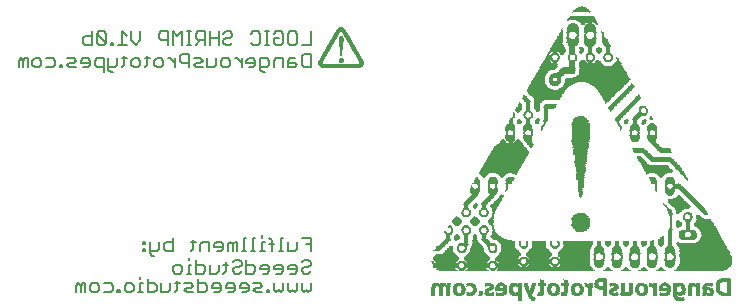
<source format=gbo>
G75*
G70*
%OFA0B0*%
%FSLAX24Y24*%
%IPPOS*%
%LPD*%
%AMOC8*
5,1,8,0,0,1.08239X$1,22.5*
%
%ADD10C,0.0050*%
%ADD11R,0.0006X0.0006*%
%ADD12R,0.0006X0.0006*%
%ADD13R,0.0006X0.0006*%
%ADD14R,0.0006X0.0006*%
%ADD15R,0.0290X0.0010*%
%ADD16R,0.0120X0.0010*%
%ADD17R,0.0140X0.0010*%
%ADD18R,0.0310X0.0010*%
%ADD19R,0.0130X0.0010*%
%ADD20R,0.0320X0.0010*%
%ADD21R,0.0330X0.0010*%
%ADD22R,0.0160X0.0010*%
%ADD23R,0.0340X0.0010*%
%ADD24R,0.0170X0.0010*%
%ADD25R,0.0180X0.0010*%
%ADD26R,0.0080X0.0010*%
%ADD27R,0.0030X0.0010*%
%ADD28R,0.0200X0.0010*%
%ADD29R,0.0040X0.0010*%
%ADD30R,0.0020X0.0010*%
%ADD31R,0.0150X0.0010*%
%ADD32R,0.0090X0.0010*%
%ADD33R,0.0100X0.0010*%
%ADD34R,0.0110X0.0010*%
%ADD35R,0.0060X0.0010*%
%ADD36R,0.0270X0.0010*%
%ADD37R,0.0250X0.0010*%
%ADD38R,0.0230X0.0010*%
%ADD39R,0.0210X0.0010*%
%ADD40R,0.0240X0.0010*%
%ADD41R,0.0220X0.0010*%
%ADD42R,0.0190X0.0010*%
%ADD43R,0.0260X0.0010*%
%ADD44R,0.0280X0.0010*%
%ADD45R,0.0370X0.0010*%
%ADD46R,0.0300X0.0010*%
%ADD47R,0.0360X0.0010*%
%ADD48R,0.0390X0.0010*%
%ADD49R,0.0350X0.0010*%
%ADD50R,0.0400X0.0010*%
%ADD51R,0.0380X0.0010*%
%ADD52R,0.0410X0.0010*%
%ADD53R,0.0420X0.0010*%
%ADD54R,0.0430X0.0010*%
%ADD55R,0.0070X0.0010*%
%ADD56R,0.0050X0.0010*%
%ADD57R,0.0010X0.0010*%
%ADD58R,0.0620X0.0010*%
%ADD59R,0.0610X0.0010*%
%ADD60R,0.0600X0.0010*%
%ADD61R,0.0450X0.0010*%
%ADD62R,0.0440X0.0010*%
%ADD63R,0.1520X0.0010*%
%ADD64R,0.3290X0.0010*%
%ADD65R,0.0770X0.0010*%
%ADD66R,0.0470X0.0010*%
%ADD67R,0.1590X0.0010*%
%ADD68R,0.3240X0.0010*%
%ADD69R,0.0740X0.0010*%
%ADD70R,0.0560X0.0010*%
%ADD71R,0.1600X0.0010*%
%ADD72R,0.3210X0.0010*%
%ADD73R,0.0720X0.0010*%
%ADD74R,0.0580X0.0010*%
%ADD75R,0.1620X0.0010*%
%ADD76R,0.3190X0.0010*%
%ADD77R,0.0700X0.0010*%
%ADD78R,0.1630X0.0010*%
%ADD79R,0.3170X0.0010*%
%ADD80R,0.0690X0.0010*%
%ADD81R,0.1650X0.0010*%
%ADD82R,0.3160X0.0010*%
%ADD83R,0.0680X0.0010*%
%ADD84R,0.0630X0.0010*%
%ADD85R,0.1670X0.0010*%
%ADD86R,0.3150X0.0010*%
%ADD87R,0.0660X0.0010*%
%ADD88R,0.0650X0.0010*%
%ADD89R,0.1680X0.0010*%
%ADD90R,0.3120X0.0010*%
%ADD91R,0.1690X0.0010*%
%ADD92R,0.3110X0.0010*%
%ADD93R,0.3100X0.0010*%
%ADD94R,0.3220X0.0010*%
%ADD95R,0.0900X0.0010*%
%ADD96R,0.0830X0.0010*%
%ADD97R,0.1700X0.0010*%
%ADD98R,0.1110X0.0010*%
%ADD99R,0.0840X0.0010*%
%ADD100R,0.0860X0.0010*%
%ADD101R,0.0880X0.0010*%
%ADD102R,0.1100X0.0010*%
%ADD103R,0.0820X0.0010*%
%ADD104R,0.0850X0.0010*%
%ADD105R,0.1080X0.0010*%
%ADD106R,0.0800X0.0010*%
%ADD107R,0.1710X0.0010*%
%ADD108R,0.0790X0.0010*%
%ADD109R,0.1720X0.0010*%
%ADD110R,0.1060X0.0010*%
%ADD111R,0.0810X0.0010*%
%ADD112R,0.1030X0.0010*%
%ADD113R,0.0750X0.0010*%
%ADD114R,0.1730X0.0010*%
%ADD115R,0.1020X0.0010*%
%ADD116R,0.0730X0.0010*%
%ADD117R,0.1010X0.0010*%
%ADD118R,0.0710X0.0010*%
%ADD119R,0.0780X0.0010*%
%ADD120R,0.1000X0.0010*%
%ADD121R,0.0990X0.0010*%
%ADD122R,0.0670X0.0010*%
%ADD123R,0.0760X0.0010*%
%ADD124R,0.0980X0.0010*%
%ADD125R,0.0960X0.0010*%
%ADD126R,0.0870X0.0010*%
%ADD127R,0.0950X0.0010*%
%ADD128R,0.0890X0.0010*%
%ADD129R,0.1090X0.0010*%
%ADD130R,0.1070X0.0010*%
%ADD131R,0.0640X0.0010*%
%ADD132R,0.0970X0.0010*%
%ADD133R,0.1040X0.0010*%
%ADD134R,0.1050X0.0010*%
%ADD135R,0.0590X0.0010*%
%ADD136R,0.0570X0.0010*%
%ADD137R,0.0550X0.0010*%
%ADD138R,0.0530X0.0010*%
%ADD139R,0.0510X0.0010*%
%ADD140R,0.1660X0.0010*%
%ADD141R,0.0480X0.0010*%
%ADD142R,0.0460X0.0010*%
%ADD143R,0.1640X0.0010*%
%ADD144R,0.0520X0.0010*%
%ADD145R,0.0940X0.0010*%
%ADD146R,0.0930X0.0010*%
%ADD147R,0.0540X0.0010*%
%ADD148R,0.0500X0.0010*%
%ADD149R,0.1610X0.0010*%
%ADD150R,0.0490X0.0010*%
%ADD151R,0.0920X0.0010*%
%ADD152R,0.0910X0.0010*%
%ADD153R,0.1270X0.0010*%
%ADD154R,0.1260X0.0010*%
%ADD155R,0.1250X0.0010*%
%ADD156R,0.1240X0.0010*%
%ADD157R,0.1220X0.0010*%
%ADD158R,0.1200X0.0010*%
%ADD159R,0.1190X0.0010*%
%ADD160R,0.1170X0.0010*%
%ADD161R,0.1160X0.0010*%
%ADD162R,0.1150X0.0010*%
%ADD163R,0.1130X0.0010*%
%ADD164R,0.1120X0.0010*%
%ADD165R,0.1180X0.0010*%
%ADD166R,0.1230X0.0010*%
%ADD167R,0.1280X0.0010*%
%ADD168R,0.1290X0.0010*%
%ADD169R,0.1210X0.0010*%
%ADD170R,0.1300X0.0010*%
%ADD171R,0.1350X0.0010*%
%ADD172R,0.1390X0.0010*%
%ADD173R,0.1440X0.0010*%
%ADD174R,0.2100X0.0010*%
%ADD175R,0.2110X0.0010*%
%ADD176R,0.2120X0.0010*%
%ADD177R,0.2130X0.0010*%
%ADD178R,0.2140X0.0010*%
%ADD179R,0.2150X0.0010*%
%ADD180R,0.2160X0.0010*%
%ADD181R,0.2170X0.0010*%
%ADD182R,0.2090X0.0010*%
%ADD183R,0.1840X0.0010*%
%ADD184R,0.1810X0.0010*%
%ADD185R,0.1790X0.0010*%
%ADD186R,0.1750X0.0010*%
%ADD187R,0.1570X0.0010*%
%ADD188R,0.1560X0.0010*%
%ADD189R,0.1550X0.0010*%
%ADD190R,0.1540X0.0010*%
%ADD191R,0.1530X0.0010*%
%ADD192R,0.1510X0.0010*%
%ADD193R,0.1500X0.0010*%
%ADD194R,0.1490X0.0010*%
%ADD195R,0.1480X0.0010*%
%ADD196R,0.1470X0.0010*%
%ADD197R,0.1460X0.0010*%
%ADD198R,0.1450X0.0010*%
%ADD199R,0.1430X0.0010*%
D10*
X005629Y008222D02*
X005629Y008447D01*
X005704Y008522D01*
X005780Y008447D01*
X005780Y008222D01*
X005930Y008222D02*
X005930Y008522D01*
X005855Y008522D01*
X005780Y008447D01*
X006090Y008447D02*
X006090Y008297D01*
X006165Y008222D01*
X006315Y008222D01*
X006390Y008297D01*
X006390Y008447D01*
X006315Y008522D01*
X006165Y008522D01*
X006090Y008447D01*
X006550Y008522D02*
X006775Y008522D01*
X006850Y008447D01*
X006850Y008297D01*
X006775Y008222D01*
X006550Y008222D01*
X007005Y008222D02*
X007081Y008222D01*
X007081Y008297D01*
X007005Y008297D01*
X007005Y008222D01*
X007241Y008297D02*
X007241Y008447D01*
X007316Y008522D01*
X007466Y008522D01*
X007541Y008447D01*
X007541Y008297D01*
X007466Y008222D01*
X007316Y008222D01*
X007241Y008297D01*
X007698Y008222D02*
X007848Y008222D01*
X007773Y008222D02*
X007773Y008522D01*
X007848Y008522D01*
X008008Y008522D02*
X008233Y008522D01*
X008308Y008447D01*
X008308Y008297D01*
X008233Y008222D01*
X008008Y008222D01*
X008008Y008672D01*
X007773Y008672D02*
X007773Y008747D01*
X008468Y008522D02*
X008468Y008222D01*
X008693Y008222D01*
X008768Y008297D01*
X008768Y008522D01*
X008925Y008522D02*
X009075Y008522D01*
X009000Y008597D02*
X009000Y008297D01*
X008925Y008222D01*
X009235Y008297D02*
X009311Y008372D01*
X009461Y008372D01*
X009536Y008447D01*
X009461Y008522D01*
X009235Y008522D01*
X009235Y008297D02*
X009311Y008222D01*
X009536Y008222D01*
X009696Y008222D02*
X009921Y008222D01*
X009996Y008297D01*
X009996Y008447D01*
X009921Y008522D01*
X009696Y008522D01*
X009696Y008672D02*
X009696Y008222D01*
X010156Y008372D02*
X010456Y008372D01*
X010456Y008297D02*
X010456Y008447D01*
X010381Y008522D01*
X010231Y008522D01*
X010156Y008447D01*
X010156Y008372D01*
X010231Y008222D02*
X010381Y008222D01*
X010456Y008297D01*
X010617Y008372D02*
X010617Y008447D01*
X010692Y008522D01*
X010842Y008522D01*
X010917Y008447D01*
X010917Y008297D01*
X010842Y008222D01*
X010692Y008222D01*
X010617Y008372D02*
X010917Y008372D01*
X011077Y008372D02*
X011377Y008372D01*
X011377Y008297D02*
X011377Y008447D01*
X011302Y008522D01*
X011152Y008522D01*
X011077Y008447D01*
X011077Y008372D01*
X011152Y008222D02*
X011302Y008222D01*
X011377Y008297D01*
X011537Y008297D02*
X011612Y008372D01*
X011762Y008372D01*
X011837Y008447D01*
X011762Y008522D01*
X011537Y008522D01*
X011537Y008297D02*
X011612Y008222D01*
X011837Y008222D01*
X011993Y008222D02*
X012068Y008222D01*
X012068Y008297D01*
X011993Y008297D01*
X011993Y008222D01*
X012228Y008297D02*
X012228Y008522D01*
X012228Y008297D02*
X012303Y008222D01*
X012378Y008297D01*
X012453Y008222D01*
X012528Y008297D01*
X012528Y008522D01*
X012688Y008522D02*
X012688Y008297D01*
X012763Y008222D01*
X012838Y008297D01*
X012913Y008222D01*
X012988Y008297D01*
X012988Y008522D01*
X013148Y008522D02*
X013148Y008297D01*
X013224Y008222D01*
X013299Y008297D01*
X013374Y008222D01*
X013449Y008297D01*
X013449Y008522D01*
X013374Y008847D02*
X013449Y008922D01*
X013374Y008847D02*
X013224Y008847D01*
X013148Y008922D01*
X013148Y008997D01*
X013224Y009072D01*
X013374Y009072D01*
X013449Y009147D01*
X013449Y009222D01*
X013374Y009297D01*
X013224Y009297D01*
X013148Y009222D01*
X012988Y009072D02*
X012913Y009147D01*
X012763Y009147D01*
X012688Y009072D01*
X012688Y008997D01*
X012988Y008997D01*
X012988Y008922D02*
X012988Y009072D01*
X012988Y008922D02*
X012913Y008847D01*
X012763Y008847D01*
X012528Y008922D02*
X012528Y009072D01*
X012453Y009147D01*
X012303Y009147D01*
X012228Y009072D01*
X012228Y008997D01*
X012528Y008997D01*
X012528Y008922D02*
X012453Y008847D01*
X012303Y008847D01*
X012068Y008922D02*
X012068Y009072D01*
X011993Y009147D01*
X011842Y009147D01*
X011767Y009072D01*
X011767Y008997D01*
X012068Y008997D01*
X012068Y008922D02*
X011993Y008847D01*
X011842Y008847D01*
X011607Y008922D02*
X011607Y009072D01*
X011532Y009147D01*
X011307Y009147D01*
X011307Y009297D02*
X011307Y008847D01*
X011532Y008847D01*
X011607Y008922D01*
X011147Y008922D02*
X011072Y008847D01*
X010922Y008847D01*
X010847Y008922D01*
X010847Y008997D01*
X010922Y009072D01*
X011072Y009072D01*
X011147Y009147D01*
X011147Y009222D01*
X011072Y009297D01*
X010922Y009297D01*
X010847Y009222D01*
X010687Y009147D02*
X010536Y009147D01*
X010612Y009222D02*
X010612Y008922D01*
X010536Y008847D01*
X010380Y008922D02*
X010380Y009147D01*
X010380Y008922D02*
X010305Y008847D01*
X010079Y008847D01*
X010079Y009147D01*
X009919Y009072D02*
X009844Y009147D01*
X009619Y009147D01*
X009619Y009297D02*
X009619Y008847D01*
X009844Y008847D01*
X009919Y008922D01*
X009919Y009072D01*
X009459Y009147D02*
X009384Y009147D01*
X009384Y008847D01*
X009459Y008847D02*
X009309Y008847D01*
X009152Y008922D02*
X009077Y008847D01*
X008927Y008847D01*
X008852Y008922D01*
X008852Y009072D01*
X008927Y009147D01*
X009077Y009147D01*
X009152Y009072D01*
X009152Y008922D01*
X009384Y009297D02*
X009384Y009372D01*
X009462Y009597D02*
X009537Y009672D01*
X009537Y009972D01*
X009612Y009897D02*
X009462Y009897D01*
X009773Y009822D02*
X009773Y009597D01*
X009773Y009822D02*
X009848Y009897D01*
X010073Y009897D01*
X010073Y009597D01*
X010233Y009747D02*
X010533Y009747D01*
X010533Y009672D02*
X010533Y009822D01*
X010458Y009897D01*
X010308Y009897D01*
X010233Y009822D01*
X010233Y009747D01*
X010308Y009597D02*
X010458Y009597D01*
X010533Y009672D01*
X010693Y009597D02*
X010693Y009822D01*
X010768Y009897D01*
X010843Y009822D01*
X010843Y009597D01*
X010994Y009597D02*
X010994Y009897D01*
X010919Y009897D01*
X010843Y009822D01*
X011150Y009597D02*
X011300Y009597D01*
X011225Y009597D02*
X011225Y010047D01*
X011300Y010047D01*
X011532Y010047D02*
X011532Y009597D01*
X011607Y009597D02*
X011457Y009597D01*
X011764Y009597D02*
X011914Y009597D01*
X011839Y009597D02*
X011839Y009897D01*
X011914Y009897D01*
X011839Y010047D02*
X011839Y010122D01*
X011607Y010047D02*
X011532Y010047D01*
X012071Y010047D02*
X012146Y009972D01*
X012146Y009597D01*
X012378Y009597D02*
X012528Y009597D01*
X012453Y009597D02*
X012453Y010047D01*
X012528Y010047D01*
X012688Y009897D02*
X012688Y009597D01*
X012913Y009597D01*
X012988Y009672D01*
X012988Y009897D01*
X013148Y010047D02*
X013449Y010047D01*
X013449Y009597D01*
X013449Y009822D02*
X013299Y009822D01*
X012221Y009822D02*
X012071Y009822D01*
X008845Y009897D02*
X008620Y009897D01*
X008545Y009822D01*
X008545Y009672D01*
X008620Y009597D01*
X008845Y009597D01*
X008845Y010047D01*
X008385Y009897D02*
X008385Y009672D01*
X008310Y009597D01*
X008085Y009597D01*
X008085Y009522D02*
X008160Y009447D01*
X008235Y009447D01*
X008085Y009522D02*
X008085Y009897D01*
X007925Y009897D02*
X007925Y009822D01*
X007849Y009822D01*
X007849Y009897D01*
X007925Y009897D01*
X007925Y009672D02*
X007925Y009597D01*
X007849Y009597D01*
X007849Y009672D01*
X007925Y009672D01*
X006854Y015572D02*
X006779Y015572D01*
X006704Y015647D01*
X006704Y016022D01*
X006543Y016022D02*
X006318Y016022D01*
X006243Y015947D01*
X006243Y015797D01*
X006318Y015722D01*
X006543Y015722D01*
X006543Y015572D02*
X006543Y016022D01*
X006704Y015722D02*
X006929Y015722D01*
X007004Y015797D01*
X007004Y016022D01*
X007161Y016022D02*
X007311Y016022D01*
X007236Y016097D02*
X007236Y015797D01*
X007161Y015722D01*
X007471Y015797D02*
X007471Y015947D01*
X007546Y016022D01*
X007696Y016022D01*
X007771Y015947D01*
X007771Y015797D01*
X007696Y015722D01*
X007546Y015722D01*
X007471Y015797D01*
X007928Y015722D02*
X008003Y015797D01*
X008003Y016097D01*
X008078Y016022D02*
X007928Y016022D01*
X008238Y015947D02*
X008238Y015797D01*
X008313Y015722D01*
X008463Y015722D01*
X008538Y015797D01*
X008538Y015947D01*
X008463Y016022D01*
X008313Y016022D01*
X008238Y015947D01*
X008697Y016022D02*
X008772Y016022D01*
X008922Y015872D01*
X008922Y015722D02*
X008922Y016022D01*
X009082Y015947D02*
X009157Y015872D01*
X009382Y015872D01*
X009382Y015722D02*
X009382Y016172D01*
X009157Y016172D01*
X009082Y016097D01*
X009082Y015947D01*
X009542Y016022D02*
X009768Y016022D01*
X009843Y015947D01*
X009768Y015872D01*
X009617Y015872D01*
X009542Y015797D01*
X009617Y015722D01*
X009843Y015722D01*
X010003Y015722D02*
X010003Y016022D01*
X010303Y016022D02*
X010303Y015797D01*
X010228Y015722D01*
X010003Y015722D01*
X010463Y015797D02*
X010463Y015947D01*
X010538Y016022D01*
X010688Y016022D01*
X010763Y015947D01*
X010763Y015797D01*
X010688Y015722D01*
X010538Y015722D01*
X010463Y015797D01*
X010922Y016022D02*
X010997Y016022D01*
X011147Y015872D01*
X011147Y015722D02*
X011147Y016022D01*
X011307Y015947D02*
X011307Y015872D01*
X011607Y015872D01*
X011607Y015797D02*
X011607Y015947D01*
X011532Y016022D01*
X011382Y016022D01*
X011307Y015947D01*
X011382Y015722D02*
X011532Y015722D01*
X011607Y015797D01*
X011767Y015722D02*
X011993Y015722D01*
X012068Y015797D01*
X012068Y015947D01*
X011993Y016022D01*
X011767Y016022D01*
X011767Y015647D01*
X011842Y015572D01*
X011918Y015572D01*
X012228Y015722D02*
X012228Y015947D01*
X012303Y016022D01*
X012528Y016022D01*
X012528Y015722D01*
X012688Y015722D02*
X012688Y015947D01*
X012763Y016022D01*
X012913Y016022D01*
X012913Y015872D02*
X012688Y015872D01*
X012688Y015722D02*
X012913Y015722D01*
X012988Y015797D01*
X012913Y015872D01*
X013148Y015797D02*
X013148Y016097D01*
X013224Y016172D01*
X013449Y016172D01*
X013449Y015722D01*
X013224Y015722D01*
X013148Y015797D01*
X013148Y016472D02*
X013449Y016472D01*
X013449Y016922D01*
X012988Y016847D02*
X012988Y016547D01*
X012913Y016472D01*
X012763Y016472D01*
X012688Y016547D01*
X012688Y016847D01*
X012763Y016922D01*
X012913Y016922D01*
X012988Y016847D01*
X012528Y016847D02*
X012528Y016547D01*
X012453Y016472D01*
X012303Y016472D01*
X012228Y016547D01*
X012228Y016697D01*
X012378Y016697D01*
X012528Y016847D02*
X012453Y016922D01*
X012303Y016922D01*
X012228Y016847D01*
X012068Y016922D02*
X011918Y016922D01*
X011993Y016922D02*
X011993Y016472D01*
X012068Y016472D02*
X011918Y016472D01*
X011761Y016547D02*
X011686Y016472D01*
X011536Y016472D01*
X011461Y016547D01*
X011761Y016547D02*
X011761Y016847D01*
X011686Y016922D01*
X011536Y016922D01*
X011461Y016847D01*
X010840Y016847D02*
X010840Y016772D01*
X010765Y016697D01*
X010615Y016697D01*
X010540Y016622D01*
X010540Y016547D01*
X010615Y016472D01*
X010765Y016472D01*
X010840Y016547D01*
X010380Y016472D02*
X010380Y016922D01*
X010540Y016847D02*
X010615Y016922D01*
X010765Y016922D01*
X010840Y016847D01*
X010380Y016697D02*
X010079Y016697D01*
X009919Y016622D02*
X009694Y016622D01*
X009619Y016697D01*
X009619Y016847D01*
X009694Y016922D01*
X009919Y016922D01*
X009919Y016472D01*
X010079Y016472D02*
X010079Y016922D01*
X009769Y016622D02*
X009619Y016472D01*
X009459Y016472D02*
X009309Y016472D01*
X009384Y016472D02*
X009384Y016922D01*
X009459Y016922D02*
X009309Y016922D01*
X009152Y016922D02*
X009002Y016772D01*
X008852Y016922D01*
X008852Y016472D01*
X008692Y016472D02*
X008692Y016922D01*
X008467Y016922D01*
X008391Y016847D01*
X008391Y016697D01*
X008467Y016622D01*
X008692Y016622D01*
X009152Y016472D02*
X009152Y016922D01*
X007771Y016922D02*
X007771Y016622D01*
X007621Y016472D01*
X007471Y016622D01*
X007471Y016922D01*
X007311Y016772D02*
X007161Y016922D01*
X007161Y016472D01*
X007311Y016472D02*
X007010Y016472D01*
X006850Y016472D02*
X006775Y016472D01*
X006775Y016547D01*
X006850Y016547D01*
X006850Y016472D01*
X006620Y016547D02*
X006320Y016847D01*
X006320Y016547D01*
X006395Y016472D01*
X006545Y016472D01*
X006620Y016547D01*
X006620Y016847D01*
X006545Y016922D01*
X006395Y016922D01*
X006320Y016847D01*
X006160Y016772D02*
X005935Y016772D01*
X005860Y016697D01*
X005860Y016547D01*
X005935Y016472D01*
X006160Y016472D01*
X006160Y016922D01*
X006008Y016022D02*
X005858Y016022D01*
X005783Y015947D01*
X005783Y015872D01*
X006083Y015872D01*
X006083Y015797D02*
X006083Y015947D01*
X006008Y016022D01*
X006083Y015797D02*
X006008Y015722D01*
X005858Y015722D01*
X005623Y015722D02*
X005398Y015722D01*
X005322Y015797D01*
X005398Y015872D01*
X005548Y015872D01*
X005623Y015947D01*
X005548Y016022D01*
X005322Y016022D01*
X005162Y015797D02*
X005087Y015797D01*
X005087Y015722D01*
X005162Y015722D01*
X005162Y015797D01*
X004932Y015797D02*
X004932Y015947D01*
X004857Y016022D01*
X004632Y016022D01*
X004472Y015947D02*
X004472Y015797D01*
X004397Y015722D01*
X004247Y015722D01*
X004172Y015797D01*
X004172Y015947D01*
X004247Y016022D01*
X004397Y016022D01*
X004472Y015947D01*
X004632Y015722D02*
X004857Y015722D01*
X004932Y015797D01*
X004011Y015722D02*
X004011Y016022D01*
X003936Y016022D01*
X003861Y015947D01*
X003786Y016022D01*
X003711Y015947D01*
X003711Y015722D01*
X003861Y015722D02*
X003861Y015947D01*
D11*
X013733Y015862D03*
X013745Y015862D03*
X013745Y015874D03*
X013745Y015880D03*
X013745Y015892D03*
X013763Y015892D03*
X013775Y015892D03*
X013775Y015904D03*
X013775Y015910D03*
X013775Y015922D03*
X013775Y015934D03*
X013775Y015940D03*
X013775Y015952D03*
X013793Y015952D03*
X013805Y015952D03*
X013805Y015964D03*
X013805Y015970D03*
X013805Y015982D03*
X013805Y015994D03*
X013805Y016000D03*
X013823Y016000D03*
X013823Y015994D03*
X013835Y015994D03*
X013835Y016000D03*
X013835Y016012D03*
X013835Y016024D03*
X013835Y016030D03*
X013835Y016042D03*
X013835Y016054D03*
X013835Y016060D03*
X013853Y016060D03*
X013853Y016054D03*
X013865Y016054D03*
X013865Y016060D03*
X013865Y016072D03*
X013865Y016084D03*
X013865Y016090D03*
X013865Y016102D03*
X013865Y016114D03*
X013883Y016114D03*
X013883Y016120D03*
X013895Y016120D03*
X013895Y016114D03*
X013895Y016102D03*
X013895Y016090D03*
X013895Y016084D03*
X013895Y016072D03*
X013895Y016060D03*
X013895Y016054D03*
X013895Y016042D03*
X013895Y016030D03*
X013895Y016024D03*
X013895Y016012D03*
X013895Y016000D03*
X013895Y015994D03*
X013895Y015982D03*
X013895Y015970D03*
X013895Y015964D03*
X013883Y015964D03*
X013883Y015970D03*
X013883Y015982D03*
X013883Y015994D03*
X013883Y016000D03*
X013883Y016012D03*
X013883Y016024D03*
X013883Y016030D03*
X013883Y016042D03*
X013883Y016054D03*
X013883Y016060D03*
X013883Y016072D03*
X013883Y016084D03*
X013883Y016090D03*
X013883Y016102D03*
X013913Y016102D03*
X013925Y016102D03*
X013925Y016114D03*
X013925Y016120D03*
X013925Y016132D03*
X013925Y016144D03*
X013925Y016150D03*
X013925Y016162D03*
X013925Y016174D03*
X013925Y016180D03*
X013925Y016192D03*
X013925Y016204D03*
X013925Y016210D03*
X013925Y016222D03*
X013943Y016222D03*
X013955Y016222D03*
X013955Y016234D03*
X013955Y016240D03*
X013955Y016252D03*
X013955Y016264D03*
X013955Y016270D03*
X013973Y016270D03*
X013973Y016264D03*
X013985Y016264D03*
X013985Y016270D03*
X013985Y016282D03*
X013985Y016294D03*
X013985Y016300D03*
X013985Y016312D03*
X013985Y016324D03*
X014003Y016324D03*
X014003Y016330D03*
X014015Y016330D03*
X014015Y016324D03*
X014015Y016312D03*
X014015Y016300D03*
X014015Y016294D03*
X014015Y016282D03*
X014015Y016270D03*
X014015Y016264D03*
X014015Y016252D03*
X014015Y016240D03*
X014015Y016234D03*
X014015Y016222D03*
X014015Y016210D03*
X014015Y016204D03*
X014015Y016192D03*
X014015Y016180D03*
X014015Y016174D03*
X014003Y016174D03*
X014003Y016180D03*
X014003Y016192D03*
X014003Y016204D03*
X014003Y016210D03*
X014003Y016222D03*
X014003Y016234D03*
X014003Y016240D03*
X014003Y016252D03*
X014003Y016264D03*
X014003Y016270D03*
X014003Y016282D03*
X014003Y016294D03*
X014003Y016300D03*
X014003Y016312D03*
X014033Y016312D03*
X014045Y016312D03*
X014045Y016324D03*
X014045Y016330D03*
X014045Y016342D03*
X014045Y016354D03*
X014045Y016360D03*
X014045Y016372D03*
X014045Y016384D03*
X014045Y016390D03*
X014045Y016402D03*
X014045Y016414D03*
X014045Y016420D03*
X014063Y016420D03*
X014063Y016414D03*
X014075Y016414D03*
X014075Y016420D03*
X014075Y016432D03*
X014075Y016444D03*
X014075Y016450D03*
X014075Y016462D03*
X014075Y016474D03*
X014093Y016474D03*
X014093Y016480D03*
X014105Y016480D03*
X014105Y016474D03*
X014105Y016462D03*
X014105Y016450D03*
X014105Y016444D03*
X014105Y016432D03*
X014105Y016420D03*
X014105Y016414D03*
X014105Y016402D03*
X014105Y016390D03*
X014105Y016384D03*
X014105Y016372D03*
X014105Y016360D03*
X014105Y016354D03*
X014105Y016342D03*
X014105Y016330D03*
X014105Y016324D03*
X014093Y016324D03*
X014093Y016330D03*
X014093Y016342D03*
X014093Y016354D03*
X014093Y016360D03*
X014093Y016372D03*
X014093Y016384D03*
X014093Y016390D03*
X014093Y016402D03*
X014093Y016414D03*
X014093Y016420D03*
X014093Y016432D03*
X014093Y016444D03*
X014093Y016450D03*
X014093Y016462D03*
X014123Y016462D03*
X014135Y016462D03*
X014135Y016474D03*
X014135Y016480D03*
X014135Y016492D03*
X014135Y016504D03*
X014135Y016510D03*
X014135Y016522D03*
X014135Y016534D03*
X014135Y016540D03*
X014135Y016552D03*
X014135Y016564D03*
X014135Y016570D03*
X014135Y016582D03*
X014153Y016582D03*
X014165Y016582D03*
X014165Y016594D03*
X014165Y016600D03*
X014165Y016612D03*
X014165Y016624D03*
X014165Y016630D03*
X014183Y016630D03*
X014183Y016624D03*
X014195Y016624D03*
X014195Y016630D03*
X014195Y016642D03*
X014195Y016654D03*
X014195Y016660D03*
X014195Y016672D03*
X014195Y016684D03*
X014213Y016684D03*
X014213Y016690D03*
X014225Y016690D03*
X014225Y016684D03*
X014225Y016672D03*
X014225Y016660D03*
X014225Y016654D03*
X014225Y016642D03*
X014225Y016630D03*
X014225Y016624D03*
X014225Y016612D03*
X014225Y016600D03*
X014225Y016594D03*
X014225Y016582D03*
X014225Y016570D03*
X014225Y016564D03*
X014225Y016552D03*
X014225Y016540D03*
X014225Y016534D03*
X014213Y016534D03*
X014213Y016540D03*
X014213Y016552D03*
X014213Y016564D03*
X014213Y016570D03*
X014213Y016582D03*
X014213Y016594D03*
X014213Y016600D03*
X014213Y016612D03*
X014213Y016624D03*
X014213Y016630D03*
X014213Y016642D03*
X014213Y016654D03*
X014213Y016660D03*
X014213Y016672D03*
X014243Y016672D03*
X014255Y016672D03*
X014255Y016684D03*
X014255Y016690D03*
X014255Y016702D03*
X014255Y016714D03*
X014255Y016720D03*
X014255Y016732D03*
X014255Y016744D03*
X014255Y016750D03*
X014255Y016762D03*
X014255Y016774D03*
X014255Y016780D03*
X014255Y016792D03*
X014273Y016792D03*
X014285Y016792D03*
X014285Y016804D03*
X014285Y016810D03*
X014285Y016822D03*
X014285Y016834D03*
X014285Y016840D03*
X014303Y016840D03*
X014303Y016834D03*
X014315Y016834D03*
X014315Y016840D03*
X014315Y016852D03*
X014315Y016864D03*
X014315Y016870D03*
X014315Y016882D03*
X014315Y016894D03*
X014333Y016894D03*
X014333Y016900D03*
X014345Y016900D03*
X014345Y016894D03*
X014345Y016882D03*
X014345Y016870D03*
X014345Y016864D03*
X014345Y016852D03*
X014345Y016840D03*
X014345Y016834D03*
X014345Y016822D03*
X014345Y016810D03*
X014345Y016804D03*
X014345Y016792D03*
X014345Y016780D03*
X014345Y016774D03*
X014345Y016762D03*
X014345Y016750D03*
X014345Y016744D03*
X014333Y016744D03*
X014333Y016750D03*
X014333Y016762D03*
X014333Y016774D03*
X014333Y016780D03*
X014333Y016792D03*
X014333Y016804D03*
X014333Y016810D03*
X014333Y016822D03*
X014333Y016834D03*
X014333Y016840D03*
X014333Y016852D03*
X014333Y016864D03*
X014333Y016870D03*
X014333Y016882D03*
X014363Y016882D03*
X014375Y016882D03*
X014375Y016894D03*
X014375Y016900D03*
X014375Y016912D03*
X014375Y016924D03*
X014375Y016930D03*
X014375Y016942D03*
X014375Y016954D03*
X014375Y016960D03*
X014375Y016972D03*
X014363Y016960D03*
X014363Y016954D03*
X014363Y016942D03*
X014363Y016930D03*
X014363Y016924D03*
X014363Y016912D03*
X014363Y016900D03*
X014363Y016894D03*
X014363Y016870D03*
X014363Y016864D03*
X014375Y016864D03*
X014375Y016870D03*
X014393Y016870D03*
X014393Y016864D03*
X014405Y016864D03*
X014405Y016870D03*
X014405Y016882D03*
X014405Y016894D03*
X014405Y016900D03*
X014405Y016912D03*
X014405Y016924D03*
X014405Y016930D03*
X014405Y016942D03*
X014405Y016954D03*
X014405Y016960D03*
X014405Y016972D03*
X014405Y016984D03*
X014405Y016990D03*
X014405Y017002D03*
X014393Y016990D03*
X014393Y016984D03*
X014393Y016972D03*
X014393Y016960D03*
X014393Y016954D03*
X014393Y016942D03*
X014393Y016930D03*
X014393Y016924D03*
X014393Y016912D03*
X014393Y016900D03*
X014393Y016894D03*
X014393Y016882D03*
X014423Y016882D03*
X014423Y016894D03*
X014423Y016900D03*
X014435Y016900D03*
X014435Y016894D03*
X014435Y016912D03*
X014435Y016924D03*
X014435Y016930D03*
X014435Y016942D03*
X014435Y016954D03*
X014435Y016960D03*
X014435Y016972D03*
X014435Y016984D03*
X014435Y016990D03*
X014435Y017002D03*
X014435Y017014D03*
X014435Y017020D03*
X014423Y017014D03*
X014423Y017002D03*
X014423Y016990D03*
X014423Y016984D03*
X014423Y016972D03*
X014423Y016960D03*
X014423Y016954D03*
X014423Y016942D03*
X014423Y016930D03*
X014423Y016924D03*
X014423Y016912D03*
X014453Y016924D03*
X014453Y016930D03*
X014465Y016930D03*
X014465Y016924D03*
X014483Y016924D03*
X014483Y016930D03*
X014495Y016930D03*
X014495Y016924D03*
X014513Y016924D03*
X014513Y016930D03*
X014525Y016930D03*
X014525Y016924D03*
X014525Y016912D03*
X014525Y016900D03*
X014525Y016894D03*
X014525Y016882D03*
X014543Y016882D03*
X014555Y016882D03*
X014555Y016894D03*
X014555Y016900D03*
X014555Y016912D03*
X014555Y016924D03*
X014555Y016930D03*
X014555Y016942D03*
X014555Y016954D03*
X014555Y016960D03*
X014555Y016972D03*
X014555Y016984D03*
X014555Y016990D03*
X014543Y016990D03*
X014543Y016984D03*
X014543Y016972D03*
X014543Y016960D03*
X014543Y016954D03*
X014543Y016942D03*
X014543Y016930D03*
X014543Y016924D03*
X014543Y016912D03*
X014543Y016900D03*
X014543Y016894D03*
X014543Y016870D03*
X014543Y016864D03*
X014555Y016864D03*
X014555Y016870D03*
X014573Y016870D03*
X014573Y016864D03*
X014585Y016864D03*
X014585Y016870D03*
X014585Y016882D03*
X014585Y016894D03*
X014585Y016900D03*
X014585Y016912D03*
X014585Y016924D03*
X014585Y016930D03*
X014585Y016942D03*
X014585Y016954D03*
X014585Y016960D03*
X014585Y016972D03*
X014573Y016972D03*
X014573Y016984D03*
X014573Y016960D03*
X014573Y016954D03*
X014573Y016942D03*
X014573Y016930D03*
X014573Y016924D03*
X014573Y016912D03*
X014573Y016900D03*
X014573Y016894D03*
X014573Y016882D03*
X014603Y016882D03*
X014615Y016882D03*
X014615Y016894D03*
X014615Y016900D03*
X014615Y016912D03*
X014615Y016924D03*
X014603Y016924D03*
X014603Y016930D03*
X014603Y016942D03*
X014603Y016912D03*
X014603Y016900D03*
X014603Y016894D03*
X014603Y016870D03*
X014603Y016864D03*
X014615Y016864D03*
X014615Y016870D03*
X014633Y016870D03*
X014633Y016864D03*
X014645Y016864D03*
X014645Y016870D03*
X014633Y016882D03*
X014633Y016894D03*
X014633Y016900D03*
X014633Y016852D03*
X014645Y016852D03*
X014645Y016840D03*
X014645Y016834D03*
X014645Y016822D03*
X014645Y016810D03*
X014645Y016804D03*
X014645Y016792D03*
X014645Y016780D03*
X014645Y016774D03*
X014645Y016762D03*
X014645Y016750D03*
X014645Y016744D03*
X014645Y016732D03*
X014645Y016720D03*
X014645Y016714D03*
X014645Y016702D03*
X014645Y016690D03*
X014645Y016684D03*
X014645Y016672D03*
X014663Y016672D03*
X014675Y016672D03*
X014675Y016684D03*
X014675Y016690D03*
X014675Y016702D03*
X014675Y016714D03*
X014675Y016720D03*
X014675Y016732D03*
X014675Y016744D03*
X014675Y016750D03*
X014675Y016762D03*
X014675Y016774D03*
X014675Y016780D03*
X014675Y016792D03*
X014675Y016804D03*
X014675Y016810D03*
X014675Y016822D03*
X014663Y016822D03*
X014663Y016834D03*
X014663Y016840D03*
X014663Y016810D03*
X014663Y016804D03*
X014663Y016792D03*
X014663Y016780D03*
X014663Y016774D03*
X014663Y016762D03*
X014663Y016750D03*
X014663Y016744D03*
X014663Y016732D03*
X014663Y016720D03*
X014663Y016714D03*
X014663Y016702D03*
X014663Y016690D03*
X014663Y016684D03*
X014663Y016660D03*
X014663Y016654D03*
X014675Y016654D03*
X014675Y016660D03*
X014693Y016660D03*
X014693Y016654D03*
X014705Y016654D03*
X014705Y016660D03*
X014705Y016672D03*
X014705Y016684D03*
X014705Y016690D03*
X014705Y016702D03*
X014705Y016714D03*
X014705Y016720D03*
X014705Y016732D03*
X014705Y016744D03*
X014705Y016750D03*
X014705Y016762D03*
X014705Y016774D03*
X014693Y016774D03*
X014693Y016780D03*
X014693Y016792D03*
X014693Y016762D03*
X014693Y016750D03*
X014693Y016744D03*
X014693Y016732D03*
X014693Y016720D03*
X014693Y016714D03*
X014693Y016702D03*
X014693Y016690D03*
X014693Y016684D03*
X014693Y016672D03*
X014723Y016672D03*
X014735Y016672D03*
X014735Y016684D03*
X014735Y016690D03*
X014735Y016702D03*
X014735Y016714D03*
X014735Y016720D03*
X014723Y016720D03*
X014723Y016714D03*
X014723Y016702D03*
X014723Y016690D03*
X014723Y016684D03*
X014723Y016660D03*
X014723Y016654D03*
X014735Y016654D03*
X014735Y016660D03*
X014753Y016660D03*
X014753Y016654D03*
X014765Y016654D03*
X014765Y016660D03*
X014753Y016672D03*
X014753Y016684D03*
X014753Y016690D03*
X014753Y016642D03*
X014765Y016642D03*
X014765Y016630D03*
X014765Y016624D03*
X014765Y016612D03*
X014765Y016600D03*
X014765Y016594D03*
X014765Y016582D03*
X014765Y016570D03*
X014765Y016564D03*
X014765Y016552D03*
X014765Y016540D03*
X014765Y016534D03*
X014765Y016522D03*
X014765Y016510D03*
X014765Y016504D03*
X014765Y016492D03*
X014765Y016480D03*
X014765Y016474D03*
X014765Y016462D03*
X014783Y016462D03*
X014795Y016462D03*
X014795Y016474D03*
X014795Y016480D03*
X014795Y016492D03*
X014795Y016504D03*
X014795Y016510D03*
X014795Y016522D03*
X014795Y016534D03*
X014795Y016540D03*
X014795Y016552D03*
X014795Y016564D03*
X014795Y016570D03*
X014795Y016582D03*
X014795Y016594D03*
X014795Y016600D03*
X014795Y016612D03*
X014783Y016612D03*
X014783Y016624D03*
X014783Y016630D03*
X014783Y016600D03*
X014783Y016594D03*
X014783Y016582D03*
X014783Y016570D03*
X014783Y016564D03*
X014783Y016552D03*
X014783Y016540D03*
X014783Y016534D03*
X014783Y016522D03*
X014783Y016510D03*
X014783Y016504D03*
X014783Y016492D03*
X014783Y016480D03*
X014783Y016474D03*
X014783Y016450D03*
X014783Y016444D03*
X014795Y016444D03*
X014795Y016450D03*
X014813Y016450D03*
X014813Y016444D03*
X014825Y016444D03*
X014825Y016450D03*
X014825Y016462D03*
X014825Y016474D03*
X014825Y016480D03*
X014825Y016492D03*
X014825Y016504D03*
X014825Y016510D03*
X014825Y016522D03*
X014825Y016534D03*
X014825Y016540D03*
X014825Y016552D03*
X014825Y016564D03*
X014813Y016564D03*
X014813Y016570D03*
X014813Y016582D03*
X014813Y016552D03*
X014813Y016540D03*
X014813Y016534D03*
X014813Y016522D03*
X014813Y016510D03*
X014813Y016504D03*
X014813Y016492D03*
X014813Y016480D03*
X014813Y016474D03*
X014813Y016462D03*
X014843Y016462D03*
X014855Y016462D03*
X014855Y016474D03*
X014855Y016480D03*
X014855Y016492D03*
X014855Y016504D03*
X014855Y016510D03*
X014843Y016510D03*
X014843Y016504D03*
X014843Y016492D03*
X014843Y016480D03*
X014843Y016474D03*
X014843Y016450D03*
X014843Y016444D03*
X014855Y016444D03*
X014855Y016450D03*
X014873Y016450D03*
X014873Y016444D03*
X014885Y016444D03*
X014885Y016450D03*
X014885Y016462D03*
X014873Y016462D03*
X014873Y016474D03*
X014873Y016480D03*
X014873Y016432D03*
X014885Y016432D03*
X014885Y016420D03*
X014885Y016414D03*
X014885Y016402D03*
X014885Y016390D03*
X014885Y016384D03*
X014885Y016372D03*
X014885Y016360D03*
X014885Y016354D03*
X014885Y016342D03*
X014885Y016330D03*
X014885Y016324D03*
X014885Y016312D03*
X014885Y016300D03*
X014885Y016294D03*
X014885Y016282D03*
X014885Y016270D03*
X014885Y016264D03*
X014885Y016252D03*
X014903Y016252D03*
X014915Y016252D03*
X014915Y016264D03*
X014915Y016270D03*
X014915Y016282D03*
X014915Y016294D03*
X014915Y016300D03*
X014915Y016312D03*
X014915Y016324D03*
X014915Y016330D03*
X014915Y016342D03*
X014915Y016354D03*
X014915Y016360D03*
X014915Y016372D03*
X014915Y016384D03*
X014915Y016390D03*
X014915Y016402D03*
X014903Y016402D03*
X014903Y016414D03*
X014903Y016420D03*
X014903Y016390D03*
X014903Y016384D03*
X014903Y016372D03*
X014903Y016360D03*
X014903Y016354D03*
X014903Y016342D03*
X014903Y016330D03*
X014903Y016324D03*
X014903Y016312D03*
X014903Y016300D03*
X014903Y016294D03*
X014903Y016282D03*
X014903Y016270D03*
X014903Y016264D03*
X014903Y016240D03*
X014903Y016234D03*
X014915Y016234D03*
X014915Y016240D03*
X014933Y016240D03*
X014933Y016234D03*
X014945Y016234D03*
X014945Y016240D03*
X014945Y016252D03*
X014945Y016264D03*
X014945Y016270D03*
X014945Y016282D03*
X014945Y016294D03*
X014945Y016300D03*
X014945Y016312D03*
X014945Y016324D03*
X014945Y016330D03*
X014945Y016342D03*
X014945Y016354D03*
X014945Y016360D03*
X014933Y016360D03*
X014933Y016354D03*
X014933Y016342D03*
X014933Y016330D03*
X014933Y016324D03*
X014933Y016312D03*
X014933Y016300D03*
X014933Y016294D03*
X014933Y016282D03*
X014933Y016270D03*
X014933Y016264D03*
X014933Y016252D03*
X014963Y016252D03*
X014975Y016252D03*
X014975Y016264D03*
X014975Y016270D03*
X014975Y016282D03*
X014975Y016294D03*
X014975Y016300D03*
X014963Y016300D03*
X014963Y016294D03*
X014963Y016282D03*
X014963Y016270D03*
X014963Y016264D03*
X014963Y016240D03*
X014963Y016234D03*
X014975Y016234D03*
X014975Y016240D03*
X014993Y016240D03*
X014993Y016234D03*
X015005Y016234D03*
X015005Y016240D03*
X015005Y016252D03*
X014993Y016252D03*
X014993Y016264D03*
X014993Y016270D03*
X014993Y016222D03*
X015005Y016222D03*
X015005Y016210D03*
X015005Y016204D03*
X015005Y016192D03*
X015005Y016180D03*
X015005Y016174D03*
X015005Y016162D03*
X015005Y016150D03*
X015005Y016144D03*
X015005Y016132D03*
X015005Y016120D03*
X015005Y016114D03*
X015005Y016102D03*
X015005Y016090D03*
X015005Y016084D03*
X015005Y016072D03*
X015005Y016060D03*
X015005Y016054D03*
X015023Y016054D03*
X015023Y016060D03*
X015035Y016060D03*
X015035Y016054D03*
X015035Y016042D03*
X015035Y016030D03*
X015035Y016024D03*
X015035Y016012D03*
X015035Y016000D03*
X015035Y015994D03*
X015053Y015994D03*
X015053Y016000D03*
X015065Y016000D03*
X015065Y015994D03*
X015065Y015982D03*
X015065Y015970D03*
X015065Y015964D03*
X015065Y015952D03*
X015053Y015964D03*
X015053Y015970D03*
X015053Y015982D03*
X015083Y015982D03*
X015095Y015982D03*
X015095Y015994D03*
X015095Y016000D03*
X015095Y016012D03*
X015095Y016024D03*
X015095Y016030D03*
X015095Y016042D03*
X015095Y016054D03*
X015095Y016060D03*
X015095Y016072D03*
X015095Y016084D03*
X015095Y016090D03*
X015083Y016090D03*
X015083Y016084D03*
X015083Y016072D03*
X015083Y016060D03*
X015083Y016054D03*
X015083Y016042D03*
X015083Y016030D03*
X015083Y016024D03*
X015083Y016012D03*
X015083Y016000D03*
X015083Y015994D03*
X015083Y015970D03*
X015083Y015964D03*
X015095Y015964D03*
X015095Y015970D03*
X015113Y015970D03*
X015113Y015964D03*
X015125Y015964D03*
X015125Y015970D03*
X015125Y015982D03*
X015125Y015994D03*
X015125Y016000D03*
X015125Y016012D03*
X015125Y016024D03*
X015125Y016030D03*
X015125Y016042D03*
X015113Y016042D03*
X015113Y016054D03*
X015113Y016060D03*
X015113Y016030D03*
X015113Y016024D03*
X015113Y016012D03*
X015113Y016000D03*
X015113Y015994D03*
X015113Y015982D03*
X015143Y015982D03*
X015155Y015982D03*
X015155Y015970D03*
X015155Y015964D03*
X015155Y015952D03*
X015155Y015940D03*
X015155Y015934D03*
X015155Y015922D03*
X015155Y015910D03*
X015155Y015904D03*
X015155Y015892D03*
X015155Y015880D03*
X015155Y015874D03*
X015155Y015862D03*
X015155Y015850D03*
X015155Y015844D03*
X015155Y015832D03*
X015155Y015820D03*
X015155Y015814D03*
X015155Y015802D03*
X015155Y015790D03*
X015155Y015784D03*
X015155Y015772D03*
X015155Y015760D03*
X015155Y015754D03*
X015155Y015742D03*
X015155Y015730D03*
X015155Y015724D03*
X015143Y015724D03*
X015143Y015730D03*
X015143Y015742D03*
X015143Y015754D03*
X015143Y015760D03*
X015143Y015772D03*
X015143Y015784D03*
X015143Y015790D03*
X015143Y015802D03*
X015143Y015814D03*
X015143Y015820D03*
X015143Y015832D03*
X015143Y015844D03*
X015143Y015850D03*
X015143Y015862D03*
X015143Y015874D03*
X015143Y015880D03*
X015143Y015892D03*
X015143Y015904D03*
X015143Y015910D03*
X015143Y015922D03*
X015143Y015934D03*
X015143Y015940D03*
X015143Y015952D03*
X015143Y015964D03*
X015143Y015970D03*
X015143Y015994D03*
X015143Y016000D03*
X015143Y016012D03*
X015125Y015952D03*
X015125Y015940D03*
X015125Y015934D03*
X015125Y015922D03*
X015125Y015910D03*
X015125Y015904D03*
X015125Y015892D03*
X015125Y015880D03*
X015125Y015874D03*
X015125Y015862D03*
X015125Y015850D03*
X015125Y015844D03*
X015125Y015832D03*
X015125Y015820D03*
X015125Y015814D03*
X015125Y015802D03*
X015125Y015790D03*
X015125Y015784D03*
X015125Y015772D03*
X015125Y015760D03*
X015125Y015754D03*
X015125Y015742D03*
X015125Y015730D03*
X015125Y015724D03*
X015125Y015712D03*
X015113Y015712D03*
X015113Y015724D03*
X015113Y015730D03*
X015113Y015742D03*
X015113Y015754D03*
X015113Y015760D03*
X015113Y015772D03*
X015113Y015784D03*
X015113Y015790D03*
X015113Y015802D03*
X015113Y015814D03*
X015113Y015820D03*
X015095Y015802D03*
X015095Y015790D03*
X015095Y015784D03*
X015095Y015772D03*
X015095Y015760D03*
X015095Y015754D03*
X015095Y015742D03*
X015095Y015730D03*
X015095Y015724D03*
X015095Y015712D03*
X015083Y015712D03*
X015083Y015724D03*
X015083Y015730D03*
X015083Y015742D03*
X015083Y015754D03*
X015083Y015760D03*
X015083Y015772D03*
X015083Y015784D03*
X015083Y015790D03*
X015083Y015802D03*
X015065Y015802D03*
X015065Y015790D03*
X015065Y015784D03*
X015065Y015772D03*
X015065Y015760D03*
X015065Y015754D03*
X015065Y015742D03*
X015065Y015730D03*
X015065Y015724D03*
X015065Y015712D03*
X015053Y015712D03*
X015053Y015724D03*
X015053Y015730D03*
X015053Y015742D03*
X015053Y015754D03*
X015053Y015760D03*
X015053Y015772D03*
X015053Y015784D03*
X015053Y015790D03*
X015053Y015802D03*
X015035Y015802D03*
X015035Y015790D03*
X015035Y015784D03*
X015035Y015772D03*
X015035Y015760D03*
X015035Y015754D03*
X015035Y015742D03*
X015035Y015730D03*
X015035Y015724D03*
X015035Y015712D03*
X015035Y015700D03*
X015023Y015700D03*
X015023Y015712D03*
X015023Y015724D03*
X015023Y015730D03*
X015023Y015742D03*
X015023Y015754D03*
X015023Y015760D03*
X015023Y015772D03*
X015023Y015784D03*
X015023Y015790D03*
X015023Y015802D03*
X015005Y015802D03*
X015005Y015790D03*
X015005Y015784D03*
X015005Y015772D03*
X015005Y015760D03*
X015005Y015754D03*
X015005Y015742D03*
X015005Y015730D03*
X015005Y015724D03*
X015005Y015712D03*
X014993Y015712D03*
X014993Y015724D03*
X014993Y015730D03*
X014993Y015742D03*
X014993Y015754D03*
X014993Y015760D03*
X014993Y015772D03*
X014993Y015784D03*
X014993Y015790D03*
X014993Y015802D03*
X014975Y015802D03*
X014975Y015790D03*
X014975Y015784D03*
X014975Y015772D03*
X014975Y015760D03*
X014975Y015754D03*
X014975Y015742D03*
X014975Y015730D03*
X014975Y015724D03*
X014975Y015712D03*
X014975Y015700D03*
X014963Y015700D03*
X014963Y015712D03*
X014963Y015724D03*
X014963Y015730D03*
X014963Y015742D03*
X014963Y015754D03*
X014963Y015760D03*
X014963Y015772D03*
X014963Y015784D03*
X014963Y015790D03*
X014963Y015802D03*
X014945Y015802D03*
X014945Y015790D03*
X014945Y015784D03*
X014945Y015772D03*
X014945Y015760D03*
X014945Y015754D03*
X014945Y015742D03*
X014945Y015730D03*
X014945Y015724D03*
X014945Y015712D03*
X014933Y015712D03*
X014933Y015724D03*
X014933Y015730D03*
X014933Y015742D03*
X014933Y015754D03*
X014933Y015760D03*
X014933Y015772D03*
X014933Y015784D03*
X014933Y015790D03*
X014933Y015802D03*
X014915Y015802D03*
X014915Y015790D03*
X014915Y015784D03*
X014915Y015772D03*
X014915Y015760D03*
X014915Y015754D03*
X014915Y015742D03*
X014915Y015730D03*
X014915Y015724D03*
X014915Y015712D03*
X014915Y015700D03*
X014903Y015700D03*
X014903Y015712D03*
X014903Y015724D03*
X014903Y015730D03*
X014903Y015742D03*
X014903Y015754D03*
X014903Y015760D03*
X014903Y015772D03*
X014903Y015784D03*
X014903Y015790D03*
X014903Y015802D03*
X014885Y015802D03*
X014885Y015790D03*
X014885Y015784D03*
X014885Y015772D03*
X014885Y015760D03*
X014885Y015754D03*
X014885Y015742D03*
X014885Y015730D03*
X014885Y015724D03*
X014885Y015712D03*
X014873Y015712D03*
X014873Y015724D03*
X014873Y015730D03*
X014873Y015742D03*
X014873Y015754D03*
X014873Y015760D03*
X014873Y015772D03*
X014873Y015784D03*
X014873Y015790D03*
X014873Y015802D03*
X014855Y015802D03*
X014855Y015790D03*
X014855Y015784D03*
X014855Y015772D03*
X014855Y015760D03*
X014855Y015754D03*
X014855Y015742D03*
X014855Y015730D03*
X014855Y015724D03*
X014855Y015712D03*
X014855Y015700D03*
X014843Y015700D03*
X014843Y015712D03*
X014843Y015724D03*
X014843Y015730D03*
X014843Y015742D03*
X014843Y015754D03*
X014843Y015760D03*
X014843Y015772D03*
X014843Y015784D03*
X014843Y015790D03*
X014843Y015802D03*
X014825Y015802D03*
X014825Y015790D03*
X014825Y015784D03*
X014825Y015772D03*
X014825Y015760D03*
X014825Y015754D03*
X014825Y015742D03*
X014825Y015730D03*
X014825Y015724D03*
X014825Y015712D03*
X014813Y015712D03*
X014813Y015724D03*
X014813Y015730D03*
X014813Y015742D03*
X014813Y015754D03*
X014813Y015760D03*
X014813Y015772D03*
X014813Y015784D03*
X014813Y015790D03*
X014813Y015802D03*
X014795Y015802D03*
X014795Y015790D03*
X014795Y015784D03*
X014795Y015772D03*
X014795Y015760D03*
X014795Y015754D03*
X014795Y015742D03*
X014795Y015730D03*
X014795Y015724D03*
X014795Y015712D03*
X014795Y015700D03*
X014783Y015700D03*
X014783Y015712D03*
X014783Y015724D03*
X014783Y015730D03*
X014783Y015742D03*
X014783Y015754D03*
X014783Y015760D03*
X014783Y015772D03*
X014783Y015784D03*
X014783Y015790D03*
X014783Y015802D03*
X014765Y015802D03*
X014765Y015790D03*
X014765Y015784D03*
X014765Y015772D03*
X014765Y015760D03*
X014765Y015754D03*
X014765Y015742D03*
X014765Y015730D03*
X014765Y015724D03*
X014765Y015712D03*
X014753Y015712D03*
X014753Y015724D03*
X014753Y015730D03*
X014753Y015742D03*
X014753Y015754D03*
X014753Y015760D03*
X014753Y015772D03*
X014753Y015784D03*
X014753Y015790D03*
X014753Y015802D03*
X014735Y015802D03*
X014735Y015790D03*
X014735Y015784D03*
X014735Y015772D03*
X014735Y015760D03*
X014735Y015754D03*
X014735Y015742D03*
X014735Y015730D03*
X014735Y015724D03*
X014735Y015712D03*
X014735Y015700D03*
X014723Y015700D03*
X014723Y015712D03*
X014723Y015724D03*
X014723Y015730D03*
X014723Y015742D03*
X014723Y015754D03*
X014723Y015760D03*
X014723Y015772D03*
X014723Y015784D03*
X014723Y015790D03*
X014723Y015802D03*
X014705Y015802D03*
X014705Y015790D03*
X014705Y015784D03*
X014705Y015772D03*
X014705Y015760D03*
X014705Y015754D03*
X014705Y015742D03*
X014705Y015730D03*
X014705Y015724D03*
X014705Y015712D03*
X014693Y015712D03*
X014693Y015724D03*
X014693Y015730D03*
X014693Y015742D03*
X014693Y015754D03*
X014693Y015760D03*
X014693Y015772D03*
X014693Y015784D03*
X014693Y015790D03*
X014693Y015802D03*
X014675Y015802D03*
X014675Y015790D03*
X014675Y015784D03*
X014675Y015772D03*
X014675Y015760D03*
X014675Y015754D03*
X014675Y015742D03*
X014675Y015730D03*
X014675Y015724D03*
X014675Y015712D03*
X014675Y015700D03*
X014663Y015700D03*
X014663Y015712D03*
X014663Y015724D03*
X014663Y015730D03*
X014663Y015742D03*
X014663Y015754D03*
X014663Y015760D03*
X014663Y015772D03*
X014663Y015784D03*
X014663Y015790D03*
X014663Y015802D03*
X014645Y015802D03*
X014645Y015790D03*
X014645Y015784D03*
X014645Y015772D03*
X014645Y015760D03*
X014645Y015754D03*
X014645Y015742D03*
X014645Y015730D03*
X014645Y015724D03*
X014645Y015712D03*
X014633Y015712D03*
X014633Y015724D03*
X014633Y015730D03*
X014633Y015742D03*
X014633Y015754D03*
X014633Y015760D03*
X014633Y015772D03*
X014633Y015784D03*
X014633Y015790D03*
X014633Y015802D03*
X014615Y015802D03*
X014615Y015790D03*
X014615Y015784D03*
X014615Y015772D03*
X014615Y015760D03*
X014615Y015754D03*
X014615Y015742D03*
X014615Y015730D03*
X014615Y015724D03*
X014615Y015712D03*
X014615Y015700D03*
X014603Y015700D03*
X014603Y015712D03*
X014603Y015724D03*
X014603Y015730D03*
X014603Y015742D03*
X014603Y015754D03*
X014603Y015760D03*
X014603Y015772D03*
X014603Y015784D03*
X014603Y015790D03*
X014603Y015802D03*
X014585Y015802D03*
X014585Y015790D03*
X014585Y015784D03*
X014585Y015772D03*
X014585Y015760D03*
X014585Y015754D03*
X014585Y015742D03*
X014585Y015730D03*
X014585Y015724D03*
X014585Y015712D03*
X014573Y015712D03*
X014573Y015724D03*
X014573Y015730D03*
X014573Y015742D03*
X014573Y015754D03*
X014573Y015760D03*
X014573Y015772D03*
X014573Y015784D03*
X014573Y015790D03*
X014573Y015802D03*
X014555Y015802D03*
X014555Y015790D03*
X014555Y015784D03*
X014555Y015772D03*
X014555Y015760D03*
X014555Y015754D03*
X014555Y015742D03*
X014555Y015730D03*
X014555Y015724D03*
X014555Y015712D03*
X014555Y015700D03*
X014543Y015700D03*
X014543Y015712D03*
X014543Y015724D03*
X014543Y015730D03*
X014543Y015742D03*
X014543Y015754D03*
X014543Y015760D03*
X014543Y015772D03*
X014543Y015784D03*
X014543Y015790D03*
X014543Y015802D03*
X014525Y015802D03*
X014525Y015790D03*
X014525Y015784D03*
X014525Y015772D03*
X014525Y015760D03*
X014525Y015754D03*
X014525Y015742D03*
X014525Y015730D03*
X014525Y015724D03*
X014525Y015712D03*
X014513Y015712D03*
X014513Y015724D03*
X014513Y015730D03*
X014513Y015742D03*
X014513Y015754D03*
X014513Y015760D03*
X014513Y015772D03*
X014513Y015784D03*
X014513Y015790D03*
X014513Y015802D03*
X014495Y015802D03*
X014495Y015790D03*
X014495Y015784D03*
X014495Y015772D03*
X014495Y015760D03*
X014495Y015754D03*
X014495Y015742D03*
X014495Y015730D03*
X014495Y015724D03*
X014495Y015712D03*
X014495Y015700D03*
X014483Y015700D03*
X014483Y015712D03*
X014483Y015724D03*
X014483Y015730D03*
X014483Y015742D03*
X014483Y015754D03*
X014483Y015760D03*
X014483Y015772D03*
X014483Y015784D03*
X014483Y015790D03*
X014483Y015802D03*
X014465Y015802D03*
X014465Y015790D03*
X014465Y015784D03*
X014465Y015772D03*
X014465Y015760D03*
X014465Y015754D03*
X014465Y015742D03*
X014465Y015730D03*
X014465Y015724D03*
X014465Y015712D03*
X014453Y015712D03*
X014453Y015724D03*
X014453Y015730D03*
X014453Y015742D03*
X014453Y015754D03*
X014453Y015760D03*
X014453Y015772D03*
X014453Y015784D03*
X014453Y015790D03*
X014453Y015802D03*
X014435Y015802D03*
X014435Y015790D03*
X014435Y015784D03*
X014435Y015772D03*
X014435Y015760D03*
X014435Y015754D03*
X014435Y015742D03*
X014435Y015730D03*
X014435Y015724D03*
X014435Y015712D03*
X014435Y015700D03*
X014423Y015700D03*
X014423Y015712D03*
X014423Y015724D03*
X014423Y015730D03*
X014423Y015742D03*
X014423Y015754D03*
X014423Y015760D03*
X014423Y015772D03*
X014423Y015784D03*
X014423Y015790D03*
X014423Y015802D03*
X014405Y015802D03*
X014405Y015790D03*
X014405Y015784D03*
X014405Y015772D03*
X014405Y015760D03*
X014405Y015754D03*
X014405Y015742D03*
X014405Y015730D03*
X014405Y015724D03*
X014405Y015712D03*
X014393Y015712D03*
X014393Y015724D03*
X014393Y015730D03*
X014393Y015742D03*
X014393Y015754D03*
X014393Y015760D03*
X014393Y015772D03*
X014393Y015784D03*
X014393Y015790D03*
X014393Y015802D03*
X014375Y015802D03*
X014375Y015790D03*
X014375Y015784D03*
X014375Y015772D03*
X014375Y015760D03*
X014375Y015754D03*
X014375Y015742D03*
X014375Y015730D03*
X014375Y015724D03*
X014375Y015712D03*
X014375Y015700D03*
X014363Y015700D03*
X014363Y015712D03*
X014363Y015724D03*
X014363Y015730D03*
X014363Y015742D03*
X014363Y015754D03*
X014363Y015760D03*
X014363Y015772D03*
X014363Y015784D03*
X014363Y015790D03*
X014363Y015802D03*
X014345Y015802D03*
X014345Y015790D03*
X014345Y015784D03*
X014345Y015772D03*
X014345Y015760D03*
X014345Y015754D03*
X014345Y015742D03*
X014345Y015730D03*
X014345Y015724D03*
X014345Y015712D03*
X014333Y015712D03*
X014333Y015724D03*
X014333Y015730D03*
X014333Y015742D03*
X014333Y015754D03*
X014333Y015760D03*
X014333Y015772D03*
X014333Y015784D03*
X014333Y015790D03*
X014333Y015802D03*
X014315Y015802D03*
X014315Y015790D03*
X014315Y015784D03*
X014315Y015772D03*
X014315Y015760D03*
X014315Y015754D03*
X014315Y015742D03*
X014315Y015730D03*
X014315Y015724D03*
X014315Y015712D03*
X014315Y015700D03*
X014303Y015700D03*
X014303Y015712D03*
X014303Y015724D03*
X014303Y015730D03*
X014303Y015742D03*
X014303Y015754D03*
X014303Y015760D03*
X014303Y015772D03*
X014303Y015784D03*
X014303Y015790D03*
X014303Y015802D03*
X014285Y015802D03*
X014285Y015790D03*
X014285Y015784D03*
X014285Y015772D03*
X014285Y015760D03*
X014285Y015754D03*
X014285Y015742D03*
X014285Y015730D03*
X014285Y015724D03*
X014285Y015712D03*
X014273Y015712D03*
X014273Y015724D03*
X014273Y015730D03*
X014273Y015742D03*
X014273Y015754D03*
X014273Y015760D03*
X014273Y015772D03*
X014273Y015784D03*
X014273Y015790D03*
X014273Y015802D03*
X014255Y015802D03*
X014255Y015790D03*
X014255Y015784D03*
X014255Y015772D03*
X014255Y015760D03*
X014255Y015754D03*
X014255Y015742D03*
X014255Y015730D03*
X014255Y015724D03*
X014255Y015712D03*
X014255Y015700D03*
X014243Y015700D03*
X014243Y015712D03*
X014243Y015724D03*
X014243Y015730D03*
X014243Y015742D03*
X014243Y015754D03*
X014243Y015760D03*
X014243Y015772D03*
X014243Y015784D03*
X014243Y015790D03*
X014243Y015802D03*
X014225Y015802D03*
X014225Y015790D03*
X014225Y015784D03*
X014225Y015772D03*
X014225Y015760D03*
X014225Y015754D03*
X014225Y015742D03*
X014225Y015730D03*
X014225Y015724D03*
X014225Y015712D03*
X014213Y015712D03*
X014213Y015724D03*
X014213Y015730D03*
X014213Y015742D03*
X014213Y015754D03*
X014213Y015760D03*
X014213Y015772D03*
X014213Y015784D03*
X014213Y015790D03*
X014213Y015802D03*
X014195Y015802D03*
X014195Y015790D03*
X014195Y015784D03*
X014195Y015772D03*
X014195Y015760D03*
X014195Y015754D03*
X014195Y015742D03*
X014195Y015730D03*
X014195Y015724D03*
X014195Y015712D03*
X014195Y015700D03*
X014183Y015700D03*
X014183Y015712D03*
X014183Y015724D03*
X014183Y015730D03*
X014183Y015742D03*
X014183Y015754D03*
X014183Y015760D03*
X014183Y015772D03*
X014183Y015784D03*
X014183Y015790D03*
X014183Y015802D03*
X014165Y015802D03*
X014165Y015790D03*
X014165Y015784D03*
X014165Y015772D03*
X014165Y015760D03*
X014165Y015754D03*
X014165Y015742D03*
X014165Y015730D03*
X014165Y015724D03*
X014165Y015712D03*
X014153Y015712D03*
X014153Y015724D03*
X014153Y015730D03*
X014153Y015742D03*
X014153Y015754D03*
X014153Y015760D03*
X014153Y015772D03*
X014153Y015784D03*
X014153Y015790D03*
X014153Y015802D03*
X014135Y015802D03*
X014135Y015790D03*
X014135Y015784D03*
X014135Y015772D03*
X014135Y015760D03*
X014135Y015754D03*
X014135Y015742D03*
X014135Y015730D03*
X014135Y015724D03*
X014135Y015712D03*
X014135Y015700D03*
X014123Y015700D03*
X014123Y015712D03*
X014123Y015724D03*
X014123Y015730D03*
X014123Y015742D03*
X014123Y015754D03*
X014123Y015760D03*
X014123Y015772D03*
X014123Y015784D03*
X014123Y015790D03*
X014123Y015802D03*
X014105Y015802D03*
X014105Y015790D03*
X014105Y015784D03*
X014105Y015772D03*
X014105Y015760D03*
X014105Y015754D03*
X014105Y015742D03*
X014105Y015730D03*
X014105Y015724D03*
X014105Y015712D03*
X014093Y015712D03*
X014093Y015724D03*
X014093Y015730D03*
X014093Y015742D03*
X014093Y015754D03*
X014093Y015760D03*
X014093Y015772D03*
X014093Y015784D03*
X014093Y015790D03*
X014093Y015802D03*
X014075Y015802D03*
X014075Y015790D03*
X014075Y015784D03*
X014075Y015772D03*
X014075Y015760D03*
X014075Y015754D03*
X014075Y015742D03*
X014075Y015730D03*
X014075Y015724D03*
X014075Y015712D03*
X014075Y015700D03*
X014063Y015700D03*
X014063Y015712D03*
X014063Y015724D03*
X014063Y015730D03*
X014063Y015742D03*
X014063Y015754D03*
X014063Y015760D03*
X014063Y015772D03*
X014063Y015784D03*
X014063Y015790D03*
X014063Y015802D03*
X014045Y015802D03*
X014045Y015790D03*
X014045Y015784D03*
X014045Y015772D03*
X014045Y015760D03*
X014045Y015754D03*
X014045Y015742D03*
X014045Y015730D03*
X014045Y015724D03*
X014045Y015712D03*
X014033Y015712D03*
X014033Y015724D03*
X014033Y015730D03*
X014033Y015742D03*
X014033Y015754D03*
X014033Y015760D03*
X014033Y015772D03*
X014033Y015784D03*
X014033Y015790D03*
X014033Y015802D03*
X014015Y015802D03*
X014015Y015790D03*
X014015Y015784D03*
X014015Y015772D03*
X014015Y015760D03*
X014015Y015754D03*
X014015Y015742D03*
X014015Y015730D03*
X014015Y015724D03*
X014015Y015712D03*
X014015Y015700D03*
X014003Y015700D03*
X014003Y015712D03*
X014003Y015724D03*
X014003Y015730D03*
X014003Y015742D03*
X014003Y015754D03*
X014003Y015760D03*
X014003Y015772D03*
X014003Y015784D03*
X014003Y015790D03*
X014003Y015802D03*
X013985Y015802D03*
X013985Y015790D03*
X013985Y015784D03*
X013985Y015772D03*
X013985Y015760D03*
X013985Y015754D03*
X013985Y015742D03*
X013985Y015730D03*
X013985Y015724D03*
X013985Y015712D03*
X013973Y015712D03*
X013973Y015724D03*
X013973Y015730D03*
X013973Y015742D03*
X013973Y015754D03*
X013973Y015760D03*
X013973Y015772D03*
X013973Y015784D03*
X013973Y015790D03*
X013973Y015802D03*
X013955Y015802D03*
X013955Y015790D03*
X013955Y015784D03*
X013955Y015772D03*
X013955Y015760D03*
X013955Y015754D03*
X013955Y015742D03*
X013955Y015730D03*
X013955Y015724D03*
X013955Y015712D03*
X013955Y015700D03*
X013943Y015700D03*
X013943Y015712D03*
X013943Y015724D03*
X013943Y015730D03*
X013943Y015742D03*
X013943Y015754D03*
X013943Y015760D03*
X013943Y015772D03*
X013943Y015784D03*
X013943Y015790D03*
X013943Y015802D03*
X013925Y015802D03*
X013925Y015790D03*
X013925Y015784D03*
X013925Y015772D03*
X013925Y015760D03*
X013925Y015754D03*
X013925Y015742D03*
X013925Y015730D03*
X013925Y015724D03*
X013925Y015712D03*
X013913Y015712D03*
X013913Y015724D03*
X013913Y015730D03*
X013913Y015742D03*
X013913Y015754D03*
X013913Y015760D03*
X013913Y015772D03*
X013913Y015784D03*
X013913Y015790D03*
X013913Y015802D03*
X013895Y015802D03*
X013895Y015790D03*
X013895Y015784D03*
X013895Y015772D03*
X013895Y015760D03*
X013895Y015754D03*
X013895Y015742D03*
X013895Y015730D03*
X013895Y015724D03*
X013895Y015712D03*
X013895Y015700D03*
X013883Y015700D03*
X013883Y015712D03*
X013883Y015724D03*
X013883Y015730D03*
X013883Y015742D03*
X013883Y015754D03*
X013883Y015760D03*
X013883Y015772D03*
X013883Y015784D03*
X013883Y015790D03*
X013883Y015802D03*
X013865Y015802D03*
X013865Y015790D03*
X013865Y015784D03*
X013865Y015772D03*
X013865Y015760D03*
X013865Y015754D03*
X013865Y015742D03*
X013865Y015730D03*
X013865Y015724D03*
X013865Y015712D03*
X013853Y015712D03*
X013853Y015724D03*
X013853Y015730D03*
X013853Y015742D03*
X013853Y015754D03*
X013853Y015760D03*
X013853Y015772D03*
X013853Y015784D03*
X013853Y015790D03*
X013853Y015802D03*
X013835Y015802D03*
X013835Y015814D03*
X013835Y015820D03*
X013823Y015820D03*
X013823Y015814D03*
X013823Y015802D03*
X013823Y015790D03*
X013823Y015784D03*
X013835Y015784D03*
X013835Y015790D03*
X013835Y015772D03*
X013835Y015760D03*
X013835Y015754D03*
X013835Y015742D03*
X013835Y015730D03*
X013835Y015724D03*
X013835Y015712D03*
X013823Y015712D03*
X013823Y015724D03*
X013823Y015730D03*
X013823Y015742D03*
X013823Y015754D03*
X013823Y015760D03*
X013823Y015772D03*
X013805Y015772D03*
X013805Y015784D03*
X013805Y015790D03*
X013805Y015802D03*
X013805Y015814D03*
X013805Y015820D03*
X013805Y015832D03*
X013805Y015844D03*
X013805Y015850D03*
X013805Y015862D03*
X013805Y015874D03*
X013805Y015880D03*
X013805Y015892D03*
X013805Y015904D03*
X013805Y015910D03*
X013805Y015922D03*
X013805Y015934D03*
X013805Y015940D03*
X013793Y015940D03*
X013793Y015934D03*
X013793Y015922D03*
X013793Y015910D03*
X013793Y015904D03*
X013793Y015892D03*
X013793Y015880D03*
X013793Y015874D03*
X013793Y015862D03*
X013793Y015850D03*
X013793Y015844D03*
X013793Y015832D03*
X013793Y015820D03*
X013793Y015814D03*
X013793Y015802D03*
X013793Y015790D03*
X013793Y015784D03*
X013793Y015772D03*
X013793Y015760D03*
X013793Y015754D03*
X013805Y015754D03*
X013805Y015760D03*
X013805Y015742D03*
X013805Y015730D03*
X013805Y015724D03*
X013793Y015724D03*
X013793Y015730D03*
X013793Y015742D03*
X013775Y015742D03*
X013775Y015754D03*
X013775Y015760D03*
X013775Y015772D03*
X013775Y015784D03*
X013775Y015790D03*
X013775Y015802D03*
X013775Y015814D03*
X013775Y015820D03*
X013775Y015832D03*
X013775Y015844D03*
X013775Y015850D03*
X013775Y015862D03*
X013775Y015874D03*
X013775Y015880D03*
X013763Y015880D03*
X013763Y015874D03*
X013763Y015862D03*
X013763Y015850D03*
X013763Y015844D03*
X013763Y015832D03*
X013763Y015820D03*
X013763Y015814D03*
X013763Y015802D03*
X013763Y015790D03*
X013763Y015784D03*
X013763Y015772D03*
X013763Y015760D03*
X013763Y015754D03*
X013745Y015784D03*
X013745Y015790D03*
X013745Y015802D03*
X013745Y015814D03*
X013745Y015820D03*
X013745Y015832D03*
X013745Y015844D03*
X013745Y015850D03*
X013733Y015850D03*
X013733Y015844D03*
X013733Y015832D03*
X013733Y015820D03*
X013733Y015814D03*
X013823Y015832D03*
X013823Y015844D03*
X013823Y015850D03*
X013835Y015850D03*
X013835Y015844D03*
X013835Y015862D03*
X013835Y015874D03*
X013835Y015880D03*
X013835Y015892D03*
X013835Y015904D03*
X013835Y015910D03*
X013835Y015922D03*
X013835Y015934D03*
X013835Y015940D03*
X013835Y015952D03*
X013835Y015964D03*
X013835Y015970D03*
X013835Y015982D03*
X013823Y015982D03*
X013823Y015970D03*
X013823Y015964D03*
X013823Y015952D03*
X013823Y015940D03*
X013823Y015934D03*
X013823Y015922D03*
X013823Y015910D03*
X013823Y015904D03*
X013823Y015892D03*
X013823Y015880D03*
X013823Y015874D03*
X013823Y015862D03*
X013853Y015892D03*
X013853Y015904D03*
X013853Y015910D03*
X013865Y015910D03*
X013865Y015922D03*
X013865Y015934D03*
X013865Y015940D03*
X013865Y015952D03*
X013865Y015964D03*
X013865Y015970D03*
X013865Y015982D03*
X013865Y015994D03*
X013865Y016000D03*
X013865Y016012D03*
X013865Y016024D03*
X013865Y016030D03*
X013865Y016042D03*
X013853Y016042D03*
X013853Y016030D03*
X013853Y016024D03*
X013853Y016012D03*
X013853Y016000D03*
X013853Y015994D03*
X013853Y015982D03*
X013853Y015970D03*
X013853Y015964D03*
X013853Y015952D03*
X013853Y015940D03*
X013853Y015934D03*
X013853Y015922D03*
X013883Y015940D03*
X013883Y015952D03*
X013913Y015994D03*
X013913Y016000D03*
X013913Y016012D03*
X013925Y016012D03*
X013925Y016024D03*
X013925Y016030D03*
X013925Y016042D03*
X013925Y016054D03*
X013925Y016060D03*
X013925Y016072D03*
X013925Y016084D03*
X013925Y016090D03*
X013913Y016090D03*
X013913Y016084D03*
X013913Y016072D03*
X013913Y016060D03*
X013913Y016054D03*
X013913Y016042D03*
X013913Y016030D03*
X013913Y016024D03*
X013943Y016054D03*
X013943Y016060D03*
X013943Y016072D03*
X013955Y016072D03*
X013955Y016084D03*
X013955Y016090D03*
X013955Y016102D03*
X013955Y016114D03*
X013955Y016120D03*
X013955Y016132D03*
X013955Y016144D03*
X013955Y016150D03*
X013955Y016162D03*
X013955Y016174D03*
X013955Y016180D03*
X013955Y016192D03*
X013955Y016204D03*
X013955Y016210D03*
X013943Y016210D03*
X013943Y016204D03*
X013943Y016192D03*
X013943Y016180D03*
X013943Y016174D03*
X013943Y016162D03*
X013943Y016150D03*
X013943Y016144D03*
X013943Y016132D03*
X013943Y016120D03*
X013943Y016114D03*
X013943Y016102D03*
X013943Y016090D03*
X013943Y016084D03*
X013973Y016102D03*
X013973Y016114D03*
X013973Y016120D03*
X013985Y016120D03*
X013985Y016132D03*
X013985Y016144D03*
X013985Y016150D03*
X013985Y016162D03*
X013985Y016174D03*
X013985Y016180D03*
X013985Y016192D03*
X013985Y016204D03*
X013985Y016210D03*
X013985Y016222D03*
X013985Y016234D03*
X013985Y016240D03*
X013985Y016252D03*
X013973Y016252D03*
X013973Y016240D03*
X013973Y016234D03*
X013973Y016222D03*
X013973Y016210D03*
X013973Y016204D03*
X013973Y016192D03*
X013973Y016180D03*
X013973Y016174D03*
X013973Y016162D03*
X013973Y016150D03*
X013973Y016144D03*
X013973Y016132D03*
X014003Y016150D03*
X014003Y016162D03*
X014033Y016204D03*
X014033Y016210D03*
X014033Y016222D03*
X014045Y016222D03*
X014045Y016234D03*
X014045Y016240D03*
X014045Y016252D03*
X014045Y016264D03*
X014045Y016270D03*
X014045Y016282D03*
X014045Y016294D03*
X014045Y016300D03*
X014033Y016300D03*
X014033Y016294D03*
X014033Y016282D03*
X014033Y016270D03*
X014033Y016264D03*
X014033Y016252D03*
X014033Y016240D03*
X014033Y016234D03*
X014063Y016252D03*
X014063Y016264D03*
X014063Y016270D03*
X014075Y016270D03*
X014075Y016282D03*
X014075Y016294D03*
X014075Y016300D03*
X014075Y016312D03*
X014075Y016324D03*
X014075Y016330D03*
X014075Y016342D03*
X014075Y016354D03*
X014075Y016360D03*
X014075Y016372D03*
X014075Y016384D03*
X014075Y016390D03*
X014075Y016402D03*
X014063Y016402D03*
X014063Y016390D03*
X014063Y016384D03*
X014063Y016372D03*
X014063Y016360D03*
X014063Y016354D03*
X014063Y016342D03*
X014063Y016330D03*
X014063Y016324D03*
X014063Y016312D03*
X014063Y016300D03*
X014063Y016294D03*
X014063Y016282D03*
X014093Y016300D03*
X014093Y016312D03*
X014123Y016354D03*
X014123Y016360D03*
X014123Y016372D03*
X014123Y016384D03*
X014123Y016390D03*
X014135Y016390D03*
X014135Y016384D03*
X014135Y016402D03*
X014135Y016414D03*
X014135Y016420D03*
X014135Y016432D03*
X014135Y016444D03*
X014135Y016450D03*
X014123Y016450D03*
X014123Y016444D03*
X014123Y016432D03*
X014123Y016420D03*
X014123Y016414D03*
X014123Y016402D03*
X014153Y016414D03*
X014153Y016420D03*
X014153Y016432D03*
X014165Y016432D03*
X014165Y016444D03*
X014165Y016450D03*
X014165Y016462D03*
X014165Y016474D03*
X014165Y016480D03*
X014165Y016492D03*
X014165Y016504D03*
X014165Y016510D03*
X014165Y016522D03*
X014165Y016534D03*
X014165Y016540D03*
X014165Y016552D03*
X014165Y016564D03*
X014165Y016570D03*
X014153Y016570D03*
X014153Y016564D03*
X014153Y016552D03*
X014153Y016540D03*
X014153Y016534D03*
X014153Y016522D03*
X014153Y016510D03*
X014153Y016504D03*
X014153Y016492D03*
X014153Y016480D03*
X014153Y016474D03*
X014153Y016462D03*
X014153Y016450D03*
X014153Y016444D03*
X014183Y016462D03*
X014183Y016474D03*
X014183Y016480D03*
X014195Y016480D03*
X014195Y016492D03*
X014195Y016504D03*
X014195Y016510D03*
X014195Y016522D03*
X014195Y016534D03*
X014195Y016540D03*
X014195Y016552D03*
X014195Y016564D03*
X014195Y016570D03*
X014195Y016582D03*
X014195Y016594D03*
X014195Y016600D03*
X014195Y016612D03*
X014183Y016612D03*
X014183Y016600D03*
X014183Y016594D03*
X014183Y016582D03*
X014183Y016570D03*
X014183Y016564D03*
X014183Y016552D03*
X014183Y016540D03*
X014183Y016534D03*
X014183Y016522D03*
X014183Y016510D03*
X014183Y016504D03*
X014183Y016492D03*
X014213Y016510D03*
X014213Y016522D03*
X014243Y016564D03*
X014243Y016570D03*
X014243Y016582D03*
X014243Y016594D03*
X014243Y016600D03*
X014255Y016600D03*
X014255Y016594D03*
X014255Y016612D03*
X014255Y016624D03*
X014255Y016630D03*
X014255Y016642D03*
X014255Y016654D03*
X014255Y016660D03*
X014243Y016660D03*
X014243Y016654D03*
X014243Y016642D03*
X014243Y016630D03*
X014243Y016624D03*
X014243Y016612D03*
X014273Y016624D03*
X014273Y016630D03*
X014273Y016642D03*
X014285Y016642D03*
X014285Y016654D03*
X014285Y016660D03*
X014285Y016672D03*
X014285Y016684D03*
X014285Y016690D03*
X014285Y016702D03*
X014285Y016714D03*
X014285Y016720D03*
X014285Y016732D03*
X014285Y016744D03*
X014285Y016750D03*
X014285Y016762D03*
X014285Y016774D03*
X014285Y016780D03*
X014273Y016780D03*
X014273Y016774D03*
X014273Y016762D03*
X014273Y016750D03*
X014273Y016744D03*
X014273Y016732D03*
X014273Y016720D03*
X014273Y016714D03*
X014273Y016702D03*
X014273Y016690D03*
X014273Y016684D03*
X014273Y016672D03*
X014273Y016660D03*
X014273Y016654D03*
X014303Y016672D03*
X014303Y016684D03*
X014303Y016690D03*
X014315Y016690D03*
X014315Y016702D03*
X014315Y016714D03*
X014315Y016720D03*
X014315Y016732D03*
X014315Y016744D03*
X014315Y016750D03*
X014315Y016762D03*
X014315Y016774D03*
X014315Y016780D03*
X014315Y016792D03*
X014315Y016804D03*
X014315Y016810D03*
X014315Y016822D03*
X014303Y016822D03*
X014303Y016810D03*
X014303Y016804D03*
X014303Y016792D03*
X014303Y016780D03*
X014303Y016774D03*
X014303Y016762D03*
X014303Y016750D03*
X014303Y016744D03*
X014303Y016732D03*
X014303Y016720D03*
X014303Y016714D03*
X014303Y016702D03*
X014333Y016720D03*
X014333Y016732D03*
X014363Y016774D03*
X014363Y016780D03*
X014363Y016792D03*
X014375Y016792D03*
X014375Y016804D03*
X014375Y016810D03*
X014375Y016822D03*
X014375Y016834D03*
X014375Y016840D03*
X014375Y016852D03*
X014363Y016852D03*
X014363Y016840D03*
X014363Y016834D03*
X014363Y016822D03*
X014363Y016810D03*
X014363Y016804D03*
X014393Y016822D03*
X014393Y016834D03*
X014393Y016840D03*
X014393Y016852D03*
X014405Y016852D03*
X014345Y016912D03*
X014345Y016924D03*
X014345Y016930D03*
X014345Y016942D03*
X014333Y016924D03*
X014333Y016912D03*
X014303Y016870D03*
X014303Y016864D03*
X014303Y016852D03*
X014273Y016822D03*
X014273Y016810D03*
X014273Y016804D03*
X014243Y016762D03*
X014243Y016750D03*
X014243Y016744D03*
X014243Y016732D03*
X014243Y016720D03*
X014243Y016714D03*
X014243Y016702D03*
X014243Y016690D03*
X014243Y016684D03*
X014225Y016702D03*
X014225Y016714D03*
X014225Y016720D03*
X014225Y016732D03*
X014213Y016720D03*
X014213Y016714D03*
X014213Y016702D03*
X014183Y016660D03*
X014183Y016654D03*
X014183Y016642D03*
X014153Y016612D03*
X014153Y016600D03*
X014153Y016594D03*
X014123Y016552D03*
X014123Y016540D03*
X014123Y016534D03*
X014123Y016522D03*
X014123Y016510D03*
X014123Y016504D03*
X014123Y016492D03*
X014123Y016480D03*
X014123Y016474D03*
X014105Y016492D03*
X014105Y016504D03*
X014105Y016510D03*
X014105Y016522D03*
X014093Y016510D03*
X014093Y016504D03*
X014093Y016492D03*
X014063Y016450D03*
X014063Y016444D03*
X014063Y016432D03*
X014033Y016402D03*
X014033Y016390D03*
X014033Y016384D03*
X014033Y016372D03*
X014033Y016360D03*
X014033Y016354D03*
X014033Y016342D03*
X014033Y016330D03*
X014033Y016324D03*
X014015Y016342D03*
X014015Y016354D03*
X014015Y016360D03*
X014015Y016372D03*
X014003Y016354D03*
X014003Y016342D03*
X013973Y016300D03*
X013973Y016294D03*
X013973Y016282D03*
X013943Y016252D03*
X013943Y016240D03*
X013943Y016234D03*
X013913Y016192D03*
X013913Y016180D03*
X013913Y016174D03*
X013913Y016162D03*
X013913Y016150D03*
X013913Y016144D03*
X013913Y016132D03*
X013913Y016120D03*
X013913Y016114D03*
X013895Y016132D03*
X013895Y016144D03*
X013895Y016150D03*
X013895Y016162D03*
X013883Y016144D03*
X013883Y016132D03*
X013853Y016090D03*
X013853Y016084D03*
X013853Y016072D03*
X013823Y016042D03*
X013823Y016030D03*
X013823Y016024D03*
X013823Y016012D03*
X013793Y015982D03*
X013793Y015970D03*
X013793Y015964D03*
X013763Y015934D03*
X013763Y015922D03*
X013763Y015910D03*
X013763Y015904D03*
X014423Y015910D03*
X014423Y015904D03*
X014435Y015904D03*
X014435Y015910D03*
X014435Y015922D03*
X014435Y015934D03*
X014435Y015940D03*
X014435Y015952D03*
X014435Y015964D03*
X014435Y015970D03*
X014453Y015970D03*
X014453Y015964D03*
X014465Y015964D03*
X014465Y015970D03*
X014465Y015982D03*
X014453Y015982D03*
X014483Y015982D03*
X014495Y015982D03*
X014495Y015970D03*
X014495Y015964D03*
X014495Y015952D03*
X014495Y015940D03*
X014495Y015934D03*
X014495Y015922D03*
X014495Y015910D03*
X014495Y015904D03*
X014495Y015892D03*
X014495Y015880D03*
X014495Y015874D03*
X014495Y015862D03*
X014483Y015862D03*
X014483Y015874D03*
X014483Y015880D03*
X014483Y015892D03*
X014483Y015904D03*
X014483Y015910D03*
X014483Y015922D03*
X014483Y015934D03*
X014483Y015940D03*
X014483Y015952D03*
X014483Y015964D03*
X014483Y015970D03*
X014465Y015952D03*
X014465Y015940D03*
X014465Y015934D03*
X014465Y015922D03*
X014465Y015910D03*
X014465Y015904D03*
X014465Y015892D03*
X014465Y015880D03*
X014465Y015874D03*
X014465Y015862D03*
X014453Y015862D03*
X014453Y015874D03*
X014453Y015880D03*
X014453Y015892D03*
X014453Y015904D03*
X014453Y015910D03*
X014453Y015922D03*
X014453Y015934D03*
X014453Y015940D03*
X014453Y015952D03*
X014423Y015952D03*
X014423Y015940D03*
X014423Y015934D03*
X014423Y015922D03*
X014423Y015892D03*
X014435Y015892D03*
X014435Y015880D03*
X014435Y015874D03*
X014513Y015874D03*
X014513Y015880D03*
X014525Y015880D03*
X014525Y015874D03*
X014525Y015892D03*
X014525Y015904D03*
X014525Y015910D03*
X014525Y015922D03*
X014525Y015934D03*
X014525Y015940D03*
X014525Y015952D03*
X014525Y015964D03*
X014525Y015970D03*
X014513Y015970D03*
X014513Y015964D03*
X014513Y015952D03*
X014513Y015940D03*
X014513Y015934D03*
X014513Y015922D03*
X014513Y015910D03*
X014513Y015904D03*
X014513Y015892D03*
X014543Y015904D03*
X014543Y015910D03*
X014543Y015922D03*
X014543Y015934D03*
X014543Y015940D03*
X014543Y015952D03*
X014513Y015982D03*
X014483Y016102D03*
X014483Y016114D03*
X014483Y016120D03*
X014483Y016132D03*
X014495Y016132D03*
X014495Y016144D03*
X014495Y016150D03*
X014495Y016162D03*
X014495Y016174D03*
X014495Y016180D03*
X014495Y016192D03*
X014495Y016204D03*
X014495Y016210D03*
X014495Y016222D03*
X014495Y016234D03*
X014495Y016240D03*
X014495Y016252D03*
X014495Y016264D03*
X014495Y016270D03*
X014495Y016282D03*
X014495Y016294D03*
X014495Y016300D03*
X014495Y016312D03*
X014495Y016324D03*
X014495Y016330D03*
X014495Y016342D03*
X014495Y016354D03*
X014495Y016360D03*
X014495Y016372D03*
X014495Y016384D03*
X014495Y016390D03*
X014495Y016402D03*
X014495Y016414D03*
X014495Y016420D03*
X014495Y016432D03*
X014495Y016444D03*
X014495Y016450D03*
X014495Y016462D03*
X014495Y016474D03*
X014495Y016480D03*
X014495Y016492D03*
X014495Y016504D03*
X014495Y016510D03*
X014495Y016522D03*
X014495Y016534D03*
X014495Y016540D03*
X014495Y016552D03*
X014495Y016564D03*
X014495Y016570D03*
X014495Y016582D03*
X014495Y016594D03*
X014495Y016600D03*
X014495Y016612D03*
X014495Y016624D03*
X014495Y016630D03*
X014495Y016642D03*
X014495Y016654D03*
X014495Y016660D03*
X014495Y016672D03*
X014495Y016684D03*
X014495Y016690D03*
X014495Y016702D03*
X014495Y016714D03*
X014495Y016720D03*
X014483Y016720D03*
X014483Y016714D03*
X014483Y016702D03*
X014483Y016690D03*
X014483Y016684D03*
X014483Y016672D03*
X014483Y016660D03*
X014483Y016654D03*
X014483Y016642D03*
X014483Y016630D03*
X014483Y016624D03*
X014483Y016612D03*
X014483Y016600D03*
X014483Y016594D03*
X014483Y016582D03*
X014483Y016570D03*
X014483Y016564D03*
X014483Y016552D03*
X014483Y016540D03*
X014483Y016534D03*
X014483Y016522D03*
X014483Y016510D03*
X014483Y016504D03*
X014483Y016492D03*
X014483Y016480D03*
X014483Y016474D03*
X014483Y016462D03*
X014483Y016450D03*
X014483Y016444D03*
X014483Y016432D03*
X014483Y016420D03*
X014483Y016414D03*
X014483Y016402D03*
X014483Y016390D03*
X014483Y016384D03*
X014483Y016372D03*
X014483Y016360D03*
X014483Y016354D03*
X014483Y016342D03*
X014483Y016330D03*
X014483Y016324D03*
X014483Y016312D03*
X014483Y016300D03*
X014483Y016294D03*
X014483Y016282D03*
X014483Y016270D03*
X014483Y016264D03*
X014483Y016252D03*
X014483Y016240D03*
X014483Y016234D03*
X014483Y016222D03*
X014483Y016210D03*
X014483Y016204D03*
X014483Y016192D03*
X014483Y016180D03*
X014483Y016174D03*
X014483Y016162D03*
X014483Y016150D03*
X014483Y016144D03*
X014465Y016144D03*
X014465Y016150D03*
X014465Y016162D03*
X014465Y016174D03*
X014465Y016180D03*
X014465Y016192D03*
X014465Y016204D03*
X014465Y016210D03*
X014465Y016222D03*
X014465Y016234D03*
X014465Y016240D03*
X014465Y016252D03*
X014465Y016264D03*
X014465Y016270D03*
X014465Y016282D03*
X014465Y016294D03*
X014465Y016300D03*
X014465Y016312D03*
X014465Y016324D03*
X014465Y016330D03*
X014465Y016342D03*
X014465Y016354D03*
X014465Y016360D03*
X014465Y016372D03*
X014465Y016384D03*
X014465Y016390D03*
X014465Y016402D03*
X014465Y016414D03*
X014465Y016420D03*
X014465Y016432D03*
X014465Y016444D03*
X014465Y016450D03*
X014465Y016462D03*
X014465Y016474D03*
X014465Y016480D03*
X014465Y016492D03*
X014465Y016504D03*
X014465Y016510D03*
X014465Y016522D03*
X014465Y016534D03*
X014465Y016540D03*
X014465Y016552D03*
X014465Y016564D03*
X014465Y016570D03*
X014465Y016582D03*
X014465Y016594D03*
X014465Y016600D03*
X014465Y016612D03*
X014465Y016624D03*
X014465Y016630D03*
X014465Y016642D03*
X014465Y016654D03*
X014465Y016660D03*
X014465Y016672D03*
X014465Y016684D03*
X014465Y016690D03*
X014465Y016702D03*
X014465Y016714D03*
X014465Y016720D03*
X014453Y016720D03*
X014453Y016714D03*
X014453Y016702D03*
X014453Y016690D03*
X014453Y016684D03*
X014453Y016672D03*
X014453Y016660D03*
X014453Y016654D03*
X014453Y016642D03*
X014453Y016630D03*
X014453Y016624D03*
X014453Y016612D03*
X014453Y016600D03*
X014453Y016594D03*
X014453Y016582D03*
X014453Y016570D03*
X014453Y016564D03*
X014453Y016552D03*
X014453Y016540D03*
X014453Y016534D03*
X014453Y016522D03*
X014453Y016510D03*
X014453Y016504D03*
X014453Y016492D03*
X014453Y016480D03*
X014453Y016474D03*
X014453Y016462D03*
X014453Y016450D03*
X014453Y016444D03*
X014453Y016432D03*
X014453Y016420D03*
X014453Y016414D03*
X014453Y016402D03*
X014453Y016390D03*
X014453Y016384D03*
X014453Y016372D03*
X014453Y016360D03*
X014453Y016354D03*
X014453Y016342D03*
X014453Y016330D03*
X014453Y016324D03*
X014453Y016312D03*
X014453Y016300D03*
X014453Y016294D03*
X014453Y016282D03*
X014453Y016270D03*
X014453Y016264D03*
X014453Y016252D03*
X014453Y016240D03*
X014453Y016234D03*
X014513Y016294D03*
X014513Y016300D03*
X014513Y016312D03*
X014513Y016324D03*
X014513Y016330D03*
X014513Y016342D03*
X014513Y016354D03*
X014513Y016360D03*
X014513Y016372D03*
X014513Y016384D03*
X014513Y016390D03*
X014513Y016402D03*
X014513Y016414D03*
X014513Y016420D03*
X014525Y016420D03*
X014525Y016414D03*
X014525Y016432D03*
X014525Y016444D03*
X014525Y016450D03*
X014525Y016462D03*
X014525Y016474D03*
X014525Y016480D03*
X014525Y016492D03*
X014525Y016504D03*
X014525Y016510D03*
X014525Y016522D03*
X014525Y016534D03*
X014525Y016540D03*
X014525Y016552D03*
X014525Y016564D03*
X014525Y016570D03*
X014525Y016582D03*
X014525Y016594D03*
X014525Y016600D03*
X014525Y016612D03*
X014525Y016624D03*
X014525Y016630D03*
X014525Y016642D03*
X014525Y016654D03*
X014525Y016660D03*
X014525Y016672D03*
X014525Y016684D03*
X014525Y016690D03*
X014525Y016702D03*
X014513Y016702D03*
X014513Y016714D03*
X014513Y016720D03*
X014513Y016690D03*
X014513Y016684D03*
X014513Y016672D03*
X014513Y016660D03*
X014513Y016654D03*
X014513Y016642D03*
X014513Y016630D03*
X014513Y016624D03*
X014513Y016612D03*
X014513Y016600D03*
X014513Y016594D03*
X014513Y016582D03*
X014513Y016570D03*
X014513Y016564D03*
X014513Y016552D03*
X014513Y016540D03*
X014513Y016534D03*
X014513Y016522D03*
X014513Y016510D03*
X014513Y016504D03*
X014513Y016492D03*
X014513Y016480D03*
X014513Y016474D03*
X014513Y016462D03*
X014513Y016450D03*
X014513Y016444D03*
X014513Y016432D03*
X014435Y016432D03*
X014435Y016444D03*
X014435Y016450D03*
X014435Y016462D03*
X014435Y016474D03*
X014435Y016480D03*
X014435Y016492D03*
X014435Y016504D03*
X014435Y016510D03*
X014435Y016522D03*
X014435Y016534D03*
X014435Y016540D03*
X014435Y016552D03*
X014435Y016564D03*
X014435Y016570D03*
X014435Y016582D03*
X014435Y016594D03*
X014435Y016600D03*
X014435Y016612D03*
X014435Y016624D03*
X014435Y016630D03*
X014435Y016642D03*
X014435Y016654D03*
X014435Y016660D03*
X014435Y016672D03*
X014435Y016684D03*
X014435Y016690D03*
X014435Y016702D03*
X014423Y016690D03*
X014423Y016684D03*
X014423Y016672D03*
X014423Y016660D03*
X014423Y016654D03*
X014423Y016642D03*
X014423Y016630D03*
X014423Y016624D03*
X014423Y016612D03*
X014423Y016600D03*
X014423Y016594D03*
X014423Y016582D03*
X014423Y016570D03*
X014423Y016564D03*
X014423Y016552D03*
X014423Y016540D03*
X014423Y016534D03*
X014423Y016522D03*
X014435Y016420D03*
X014435Y016414D03*
X014435Y016402D03*
X014543Y016564D03*
X014543Y016570D03*
X014543Y016582D03*
X014543Y016594D03*
X014543Y016600D03*
X014543Y016612D03*
X014543Y016624D03*
X014543Y016630D03*
X014543Y016642D03*
X014543Y016654D03*
X014543Y016660D03*
X014543Y016672D03*
X014615Y016720D03*
X014615Y016732D03*
X014615Y016744D03*
X014615Y016750D03*
X014615Y016762D03*
X014615Y016774D03*
X014615Y016780D03*
X014615Y016792D03*
X014615Y016804D03*
X014615Y016810D03*
X014615Y016822D03*
X014615Y016834D03*
X014615Y016840D03*
X014615Y016852D03*
X014603Y016852D03*
X014603Y016840D03*
X014603Y016834D03*
X014603Y016822D03*
X014603Y016810D03*
X014603Y016804D03*
X014603Y016792D03*
X014603Y016780D03*
X014603Y016774D03*
X014603Y016762D03*
X014603Y016750D03*
X014603Y016744D03*
X014633Y016744D03*
X014633Y016750D03*
X014633Y016762D03*
X014633Y016774D03*
X014633Y016780D03*
X014633Y016792D03*
X014633Y016804D03*
X014633Y016810D03*
X014633Y016822D03*
X014633Y016834D03*
X014633Y016840D03*
X014585Y016840D03*
X014585Y016834D03*
X014585Y016822D03*
X014585Y016810D03*
X014585Y016804D03*
X014585Y016792D03*
X014585Y016780D03*
X014585Y016774D03*
X014573Y016792D03*
X014573Y016804D03*
X014573Y016810D03*
X014573Y016822D03*
X014573Y016834D03*
X014573Y016840D03*
X014573Y016852D03*
X014585Y016852D03*
X014555Y016852D03*
X014555Y016840D03*
X014555Y016834D03*
X014543Y016852D03*
X014513Y016900D03*
X014513Y016912D03*
X014513Y016942D03*
X014525Y016942D03*
X014525Y016954D03*
X014525Y016960D03*
X014525Y016972D03*
X014525Y016984D03*
X014525Y016990D03*
X014525Y017002D03*
X014525Y017014D03*
X014513Y017014D03*
X014513Y017020D03*
X014513Y017002D03*
X014513Y016990D03*
X014513Y016984D03*
X014513Y016972D03*
X014513Y016960D03*
X014513Y016954D03*
X014495Y016954D03*
X014495Y016960D03*
X014495Y016972D03*
X014495Y016984D03*
X014495Y016990D03*
X014495Y017002D03*
X014495Y017014D03*
X014495Y017020D03*
X014483Y017020D03*
X014483Y017014D03*
X014483Y017002D03*
X014483Y016990D03*
X014483Y016984D03*
X014483Y016972D03*
X014483Y016960D03*
X014483Y016954D03*
X014483Y016942D03*
X014495Y016942D03*
X014465Y016942D03*
X014465Y016954D03*
X014465Y016960D03*
X014465Y016972D03*
X014465Y016984D03*
X014465Y016990D03*
X014465Y017002D03*
X014465Y017014D03*
X014465Y017020D03*
X014453Y017020D03*
X014453Y017014D03*
X014453Y017002D03*
X014453Y016990D03*
X014453Y016984D03*
X014453Y016972D03*
X014453Y016960D03*
X014453Y016954D03*
X014453Y016942D03*
X014543Y017002D03*
X014633Y016732D03*
X014633Y016720D03*
X014633Y016714D03*
X014633Y016702D03*
X014633Y016690D03*
X014663Y016642D03*
X014675Y016642D03*
X014675Y016630D03*
X014675Y016624D03*
X014693Y016624D03*
X014693Y016630D03*
X014705Y016630D03*
X014705Y016624D03*
X014705Y016612D03*
X014705Y016600D03*
X014705Y016594D03*
X014705Y016582D03*
X014705Y016570D03*
X014723Y016570D03*
X014723Y016564D03*
X014735Y016564D03*
X014735Y016570D03*
X014735Y016582D03*
X014735Y016594D03*
X014735Y016600D03*
X014735Y016612D03*
X014735Y016624D03*
X014735Y016630D03*
X014735Y016642D03*
X014723Y016642D03*
X014723Y016630D03*
X014723Y016624D03*
X014723Y016612D03*
X014723Y016600D03*
X014723Y016594D03*
X014723Y016582D03*
X014753Y016582D03*
X014753Y016594D03*
X014753Y016600D03*
X014753Y016612D03*
X014753Y016624D03*
X014753Y016630D03*
X014705Y016642D03*
X014693Y016642D03*
X014693Y016612D03*
X014693Y016600D03*
X014693Y016594D03*
X014723Y016552D03*
X014735Y016552D03*
X014735Y016540D03*
X014735Y016534D03*
X014735Y016522D03*
X014723Y016534D03*
X014723Y016540D03*
X014753Y016540D03*
X014753Y016534D03*
X014753Y016522D03*
X014753Y016510D03*
X014753Y016504D03*
X014753Y016492D03*
X014753Y016552D03*
X014753Y016564D03*
X014753Y016570D03*
X014843Y016534D03*
X014843Y016522D03*
X014843Y016432D03*
X014855Y016432D03*
X014855Y016420D03*
X014855Y016414D03*
X014855Y016402D03*
X014855Y016390D03*
X014855Y016384D03*
X014855Y016372D03*
X014855Y016360D03*
X014855Y016354D03*
X014855Y016342D03*
X014855Y016330D03*
X014855Y016324D03*
X014855Y016312D03*
X014843Y016324D03*
X014843Y016330D03*
X014843Y016342D03*
X014843Y016354D03*
X014843Y016360D03*
X014843Y016372D03*
X014843Y016384D03*
X014843Y016390D03*
X014843Y016402D03*
X014843Y016414D03*
X014843Y016420D03*
X014825Y016420D03*
X014825Y016414D03*
X014825Y016402D03*
X014825Y016390D03*
X014825Y016384D03*
X014825Y016372D03*
X014825Y016360D03*
X014825Y016354D03*
X014813Y016384D03*
X014813Y016390D03*
X014813Y016402D03*
X014813Y016414D03*
X014813Y016420D03*
X014813Y016432D03*
X014825Y016432D03*
X014795Y016432D03*
X014795Y016420D03*
X014795Y016414D03*
X014783Y016432D03*
X014873Y016420D03*
X014873Y016414D03*
X014873Y016402D03*
X014873Y016390D03*
X014873Y016384D03*
X014873Y016372D03*
X014873Y016360D03*
X014873Y016354D03*
X014873Y016342D03*
X014873Y016330D03*
X014873Y016324D03*
X014873Y016312D03*
X014873Y016300D03*
X014873Y016294D03*
X014873Y016282D03*
X014903Y016222D03*
X014915Y016222D03*
X014915Y016210D03*
X014915Y016204D03*
X014933Y016204D03*
X014933Y016210D03*
X014945Y016210D03*
X014945Y016204D03*
X014945Y016192D03*
X014945Y016180D03*
X014945Y016174D03*
X014945Y016162D03*
X014933Y016174D03*
X014933Y016180D03*
X014933Y016192D03*
X014963Y016192D03*
X014975Y016192D03*
X014975Y016204D03*
X014975Y016210D03*
X014975Y016222D03*
X014963Y016222D03*
X014963Y016210D03*
X014963Y016204D03*
X014963Y016180D03*
X014963Y016174D03*
X014975Y016174D03*
X014975Y016180D03*
X014993Y016180D03*
X014993Y016174D03*
X014993Y016162D03*
X014993Y016150D03*
X014993Y016144D03*
X014993Y016132D03*
X014993Y016120D03*
X014993Y016114D03*
X014993Y016102D03*
X014993Y016090D03*
X014993Y016084D03*
X014993Y016072D03*
X015023Y016072D03*
X015035Y016072D03*
X015035Y016084D03*
X015035Y016090D03*
X015035Y016102D03*
X015035Y016114D03*
X015035Y016120D03*
X015035Y016132D03*
X015035Y016144D03*
X015035Y016150D03*
X015035Y016162D03*
X015035Y016174D03*
X015035Y016180D03*
X015035Y016192D03*
X015035Y016204D03*
X015023Y016204D03*
X015023Y016210D03*
X015023Y016222D03*
X015023Y016192D03*
X015023Y016180D03*
X015023Y016174D03*
X015023Y016162D03*
X015023Y016150D03*
X015023Y016144D03*
X015023Y016132D03*
X015023Y016120D03*
X015023Y016114D03*
X015023Y016102D03*
X015023Y016090D03*
X015023Y016084D03*
X015053Y016084D03*
X015053Y016090D03*
X015065Y016090D03*
X015065Y016084D03*
X015065Y016072D03*
X015065Y016060D03*
X015065Y016054D03*
X015065Y016042D03*
X015065Y016030D03*
X015065Y016024D03*
X015065Y016012D03*
X015053Y016012D03*
X015053Y016024D03*
X015053Y016030D03*
X015053Y016042D03*
X015053Y016054D03*
X015053Y016060D03*
X015053Y016072D03*
X015053Y016102D03*
X015065Y016102D03*
X015065Y016114D03*
X015065Y016120D03*
X015065Y016132D03*
X015065Y016144D03*
X015065Y016150D03*
X015053Y016150D03*
X015053Y016144D03*
X015053Y016132D03*
X015053Y016120D03*
X015053Y016114D03*
X015083Y016114D03*
X015083Y016120D03*
X015083Y016102D03*
X015053Y016162D03*
X014993Y016192D03*
X014993Y016204D03*
X014993Y016210D03*
X014945Y016222D03*
X014933Y016222D03*
X014963Y016162D03*
X014975Y016162D03*
X014975Y016150D03*
X014975Y016144D03*
X014975Y016132D03*
X014975Y016120D03*
X014975Y016114D03*
X014975Y016102D03*
X014963Y016132D03*
X014963Y016144D03*
X014963Y016150D03*
X015023Y016042D03*
X015023Y016030D03*
X015023Y016024D03*
X015083Y015952D03*
X015095Y015952D03*
X015095Y015940D03*
X015095Y015934D03*
X015095Y015922D03*
X015095Y015910D03*
X015095Y015904D03*
X015095Y015892D03*
X015113Y015892D03*
X015113Y015904D03*
X015113Y015910D03*
X015113Y015922D03*
X015113Y015934D03*
X015113Y015940D03*
X015113Y015952D03*
X015083Y015940D03*
X015083Y015934D03*
X015083Y015922D03*
X015083Y015910D03*
X015113Y015880D03*
X015113Y015874D03*
X015113Y015862D03*
X015173Y015862D03*
X015185Y015862D03*
X015185Y015874D03*
X015185Y015880D03*
X015185Y015892D03*
X015185Y015904D03*
X015185Y015910D03*
X015185Y015922D03*
X015185Y015934D03*
X015185Y015940D03*
X015173Y015940D03*
X015173Y015934D03*
X015173Y015922D03*
X015173Y015910D03*
X015173Y015904D03*
X015173Y015892D03*
X015173Y015880D03*
X015173Y015874D03*
X015173Y015850D03*
X015173Y015844D03*
X015185Y015844D03*
X015185Y015850D03*
X015203Y015850D03*
X015203Y015844D03*
X015215Y015844D03*
X015215Y015850D03*
X015215Y015862D03*
X015203Y015862D03*
X015203Y015874D03*
X015203Y015880D03*
X015203Y015892D03*
X015203Y015904D03*
X015173Y015952D03*
X015173Y015832D03*
X015185Y015832D03*
X015185Y015820D03*
X015185Y015814D03*
X015185Y015802D03*
X015185Y015790D03*
X015185Y015784D03*
X015185Y015772D03*
X015185Y015760D03*
X015185Y015754D03*
X015173Y015754D03*
X015173Y015760D03*
X015173Y015772D03*
X015173Y015784D03*
X015173Y015790D03*
X015173Y015802D03*
X015173Y015814D03*
X015173Y015820D03*
X015203Y015820D03*
X015203Y015814D03*
X015215Y015814D03*
X015215Y015820D03*
X015215Y015832D03*
X015203Y015832D03*
X015203Y015802D03*
X015215Y015802D03*
X015203Y015790D03*
X015203Y015784D03*
X015203Y015772D03*
X015173Y015742D03*
X014465Y016120D03*
X014465Y016132D03*
X014933Y016372D03*
X014933Y016384D03*
X014963Y016324D03*
X014963Y016312D03*
X014723Y016732D03*
X014723Y016744D03*
D12*
X014717Y016744D03*
X014717Y016750D03*
X014711Y016750D03*
X014711Y016744D03*
X014711Y016732D03*
X014717Y016732D03*
X014729Y016732D03*
X014729Y016720D03*
X014729Y016714D03*
X014741Y016714D03*
X014741Y016702D03*
X014747Y016702D03*
X014747Y016690D03*
X014747Y016684D03*
X014741Y016684D03*
X014741Y016690D03*
X014729Y016690D03*
X014729Y016684D03*
X014729Y016672D03*
X014741Y016672D03*
X014747Y016672D03*
X014759Y016672D03*
X014759Y016660D03*
X014759Y016654D03*
X014771Y016654D03*
X014771Y016642D03*
X014777Y016642D03*
X014777Y016630D03*
X014777Y016624D03*
X014771Y016624D03*
X014771Y016630D03*
X014759Y016630D03*
X014759Y016624D03*
X014759Y016612D03*
X014771Y016612D03*
X014777Y016612D03*
X014789Y016612D03*
X014789Y016624D03*
X014789Y016600D03*
X014789Y016594D03*
X014801Y016594D03*
X014807Y016594D03*
X014801Y016600D03*
X014801Y016582D03*
X014807Y016582D03*
X014807Y016570D03*
X014807Y016564D03*
X014801Y016564D03*
X014801Y016570D03*
X014789Y016570D03*
X014789Y016564D03*
X014789Y016552D03*
X014801Y016552D03*
X014807Y016552D03*
X014819Y016552D03*
X014831Y016552D03*
X014831Y016540D03*
X014837Y016540D03*
X014837Y016534D03*
X014831Y016534D03*
X014831Y016522D03*
X014837Y016522D03*
X014849Y016522D03*
X014849Y016510D03*
X014849Y016504D03*
X014849Y016492D03*
X014861Y016492D03*
X014867Y016492D03*
X014867Y016480D03*
X014867Y016474D03*
X014861Y016474D03*
X014861Y016480D03*
X014849Y016480D03*
X014849Y016474D03*
X014849Y016462D03*
X014861Y016462D03*
X014867Y016462D03*
X014879Y016462D03*
X014879Y016450D03*
X014879Y016444D03*
X014891Y016444D03*
X014891Y016450D03*
X014891Y016432D03*
X014897Y016432D03*
X014897Y016420D03*
X014897Y016414D03*
X014891Y016414D03*
X014891Y016420D03*
X014879Y016420D03*
X014879Y016414D03*
X014879Y016402D03*
X014891Y016402D03*
X014897Y016402D03*
X014909Y016402D03*
X014909Y016414D03*
X014909Y016420D03*
X014909Y016390D03*
X014909Y016384D03*
X014921Y016384D03*
X014927Y016384D03*
X014927Y016390D03*
X014921Y016390D03*
X014921Y016372D03*
X014927Y016372D03*
X014939Y016372D03*
X014939Y016360D03*
X014939Y016354D03*
X014939Y016342D03*
X014951Y016342D03*
X014951Y016330D03*
X014957Y016330D03*
X014957Y016324D03*
X014951Y016324D03*
X014951Y016312D03*
X014957Y016312D03*
X014969Y016312D03*
X014969Y016300D03*
X014969Y016294D03*
X014981Y016294D03*
X014981Y016282D03*
X014987Y016282D03*
X014987Y016270D03*
X014987Y016264D03*
X014981Y016264D03*
X014981Y016270D03*
X014969Y016270D03*
X014969Y016264D03*
X014969Y016252D03*
X014981Y016252D03*
X014987Y016252D03*
X014999Y016252D03*
X014999Y016264D03*
X014999Y016240D03*
X014999Y016234D03*
X015011Y016234D03*
X015017Y016234D03*
X015011Y016240D03*
X015011Y016222D03*
X015017Y016222D03*
X015017Y016210D03*
X015017Y016204D03*
X015011Y016204D03*
X015011Y016210D03*
X014999Y016210D03*
X014999Y016204D03*
X014999Y016192D03*
X015011Y016192D03*
X015017Y016192D03*
X015029Y016192D03*
X015041Y016192D03*
X015041Y016180D03*
X015047Y016180D03*
X015047Y016174D03*
X015041Y016174D03*
X015041Y016162D03*
X015047Y016162D03*
X015059Y016162D03*
X015059Y016150D03*
X015059Y016144D03*
X015059Y016132D03*
X015071Y016132D03*
X015071Y016120D03*
X015077Y016120D03*
X015077Y016114D03*
X015071Y016114D03*
X015071Y016102D03*
X015077Y016102D03*
X015089Y016102D03*
X015089Y016090D03*
X015089Y016084D03*
X015101Y016084D03*
X015101Y016090D03*
X015101Y016072D03*
X015107Y016072D03*
X015107Y016060D03*
X015107Y016054D03*
X015101Y016054D03*
X015101Y016060D03*
X015089Y016060D03*
X015089Y016054D03*
X015089Y016042D03*
X015101Y016042D03*
X015107Y016042D03*
X015119Y016042D03*
X015119Y016054D03*
X015119Y016030D03*
X015119Y016024D03*
X015131Y016024D03*
X015137Y016024D03*
X015131Y016030D03*
X015131Y016012D03*
X015137Y016012D03*
X015137Y016000D03*
X015137Y015994D03*
X015131Y015994D03*
X015131Y016000D03*
X015119Y016000D03*
X015119Y015994D03*
X015119Y015982D03*
X015131Y015982D03*
X015137Y015982D03*
X015149Y015982D03*
X015161Y015982D03*
X015161Y015970D03*
X015167Y015970D03*
X015167Y015964D03*
X015161Y015964D03*
X015161Y015952D03*
X015167Y015952D03*
X015179Y015952D03*
X015179Y015940D03*
X015179Y015934D03*
X015179Y015922D03*
X015191Y015922D03*
X015191Y015910D03*
X015197Y015910D03*
X015197Y015904D03*
X015191Y015904D03*
X015191Y015892D03*
X015197Y015892D03*
X015209Y015892D03*
X015209Y015880D03*
X015209Y015874D03*
X015209Y015862D03*
X015209Y015850D03*
X015209Y015844D03*
X015209Y015832D03*
X015209Y015820D03*
X015209Y015814D03*
X015209Y015802D03*
X015209Y015790D03*
X015209Y015784D03*
X015197Y015784D03*
X015197Y015790D03*
X015191Y015790D03*
X015191Y015784D03*
X015191Y015772D03*
X015197Y015772D03*
X015191Y015760D03*
X015191Y015754D03*
X015179Y015754D03*
X015179Y015760D03*
X015179Y015772D03*
X015179Y015784D03*
X015179Y015790D03*
X015179Y015802D03*
X015191Y015802D03*
X015197Y015802D03*
X015197Y015814D03*
X015197Y015820D03*
X015191Y015820D03*
X015191Y015814D03*
X015179Y015814D03*
X015179Y015820D03*
X015179Y015832D03*
X015191Y015832D03*
X015197Y015832D03*
X015197Y015844D03*
X015197Y015850D03*
X015191Y015850D03*
X015191Y015844D03*
X015179Y015844D03*
X015179Y015850D03*
X015179Y015862D03*
X015191Y015862D03*
X015197Y015862D03*
X015197Y015874D03*
X015197Y015880D03*
X015191Y015880D03*
X015191Y015874D03*
X015179Y015874D03*
X015179Y015880D03*
X015179Y015892D03*
X015179Y015904D03*
X015179Y015910D03*
X015167Y015910D03*
X015167Y015904D03*
X015161Y015904D03*
X015161Y015910D03*
X015161Y015922D03*
X015167Y015922D03*
X015167Y015934D03*
X015167Y015940D03*
X015161Y015940D03*
X015161Y015934D03*
X015149Y015934D03*
X015149Y015940D03*
X015149Y015952D03*
X015149Y015964D03*
X015149Y015970D03*
X015137Y015970D03*
X015137Y015964D03*
X015131Y015964D03*
X015131Y015970D03*
X015119Y015970D03*
X015119Y015964D03*
X015119Y015952D03*
X015131Y015952D03*
X015137Y015952D03*
X015137Y015940D03*
X015137Y015934D03*
X015131Y015934D03*
X015131Y015940D03*
X015119Y015940D03*
X015119Y015934D03*
X015119Y015922D03*
X015131Y015922D03*
X015137Y015922D03*
X015149Y015922D03*
X015149Y015910D03*
X015149Y015904D03*
X015149Y015892D03*
X015161Y015892D03*
X015167Y015892D03*
X015167Y015880D03*
X015167Y015874D03*
X015161Y015874D03*
X015161Y015880D03*
X015149Y015880D03*
X015149Y015874D03*
X015149Y015862D03*
X015161Y015862D03*
X015167Y015862D03*
X015167Y015850D03*
X015167Y015844D03*
X015161Y015844D03*
X015161Y015850D03*
X015149Y015850D03*
X015149Y015844D03*
X015149Y015832D03*
X015161Y015832D03*
X015167Y015832D03*
X015167Y015820D03*
X015167Y015814D03*
X015161Y015814D03*
X015161Y015820D03*
X015149Y015820D03*
X015149Y015814D03*
X015149Y015802D03*
X015161Y015802D03*
X015167Y015802D03*
X015167Y015790D03*
X015167Y015784D03*
X015161Y015784D03*
X015161Y015790D03*
X015149Y015790D03*
X015149Y015784D03*
X015149Y015772D03*
X015161Y015772D03*
X015167Y015772D03*
X015167Y015760D03*
X015167Y015754D03*
X015161Y015754D03*
X015161Y015760D03*
X015149Y015760D03*
X015149Y015754D03*
X015149Y015742D03*
X015161Y015742D03*
X015167Y015742D03*
X015179Y015742D03*
X015161Y015730D03*
X015149Y015730D03*
X015149Y015724D03*
X015137Y015724D03*
X015137Y015730D03*
X015131Y015730D03*
X015131Y015724D03*
X015131Y015712D03*
X015119Y015712D03*
X015119Y015724D03*
X015119Y015730D03*
X015119Y015742D03*
X015131Y015742D03*
X015137Y015742D03*
X015137Y015754D03*
X015137Y015760D03*
X015131Y015760D03*
X015131Y015754D03*
X015119Y015754D03*
X015119Y015760D03*
X015119Y015772D03*
X015131Y015772D03*
X015137Y015772D03*
X015137Y015784D03*
X015137Y015790D03*
X015131Y015790D03*
X015131Y015784D03*
X015119Y015784D03*
X015119Y015790D03*
X015119Y015802D03*
X015131Y015802D03*
X015137Y015802D03*
X015137Y015814D03*
X015137Y015820D03*
X015131Y015820D03*
X015131Y015814D03*
X015119Y015814D03*
X015119Y015820D03*
X015119Y015832D03*
X015131Y015832D03*
X015137Y015832D03*
X015137Y015844D03*
X015137Y015850D03*
X015131Y015850D03*
X015131Y015844D03*
X015119Y015844D03*
X015119Y015850D03*
X015119Y015862D03*
X015131Y015862D03*
X015137Y015862D03*
X015137Y015874D03*
X015137Y015880D03*
X015131Y015880D03*
X015131Y015874D03*
X015119Y015874D03*
X015119Y015880D03*
X015119Y015892D03*
X015131Y015892D03*
X015137Y015892D03*
X015137Y015904D03*
X015137Y015910D03*
X015131Y015910D03*
X015131Y015904D03*
X015119Y015904D03*
X015119Y015910D03*
X015107Y015910D03*
X015107Y015904D03*
X015101Y015904D03*
X015101Y015910D03*
X015101Y015922D03*
X015107Y015922D03*
X015107Y015934D03*
X015107Y015940D03*
X015101Y015940D03*
X015101Y015934D03*
X015089Y015934D03*
X015089Y015940D03*
X015089Y015952D03*
X015101Y015952D03*
X015107Y015952D03*
X015107Y015964D03*
X015107Y015970D03*
X015101Y015970D03*
X015101Y015964D03*
X015089Y015964D03*
X015089Y015970D03*
X015089Y015982D03*
X015101Y015982D03*
X015107Y015982D03*
X015107Y015994D03*
X015107Y016000D03*
X015101Y016000D03*
X015101Y015994D03*
X015089Y015994D03*
X015089Y016000D03*
X015089Y016012D03*
X015101Y016012D03*
X015107Y016012D03*
X015119Y016012D03*
X015107Y016024D03*
X015107Y016030D03*
X015101Y016030D03*
X015101Y016024D03*
X015089Y016024D03*
X015089Y016030D03*
X015077Y016030D03*
X015077Y016024D03*
X015071Y016024D03*
X015071Y016030D03*
X015071Y016042D03*
X015077Y016042D03*
X015077Y016054D03*
X015077Y016060D03*
X015071Y016060D03*
X015071Y016054D03*
X015059Y016054D03*
X015059Y016060D03*
X015059Y016072D03*
X015071Y016072D03*
X015077Y016072D03*
X015089Y016072D03*
X015077Y016084D03*
X015077Y016090D03*
X015071Y016090D03*
X015071Y016084D03*
X015059Y016084D03*
X015059Y016090D03*
X015059Y016102D03*
X015059Y016114D03*
X015059Y016120D03*
X015047Y016120D03*
X015047Y016114D03*
X015041Y016114D03*
X015041Y016120D03*
X015041Y016132D03*
X015047Y016132D03*
X015047Y016144D03*
X015047Y016150D03*
X015041Y016150D03*
X015041Y016144D03*
X015029Y016144D03*
X015029Y016150D03*
X015029Y016162D03*
X015029Y016174D03*
X015029Y016180D03*
X015017Y016180D03*
X015017Y016174D03*
X015011Y016174D03*
X015011Y016180D03*
X014999Y016180D03*
X014999Y016174D03*
X014999Y016162D03*
X015011Y016162D03*
X015017Y016162D03*
X015017Y016150D03*
X015017Y016144D03*
X015011Y016144D03*
X015011Y016150D03*
X014999Y016150D03*
X014999Y016144D03*
X014999Y016132D03*
X015011Y016132D03*
X015017Y016132D03*
X015029Y016132D03*
X015029Y016120D03*
X015029Y016114D03*
X015029Y016102D03*
X015041Y016102D03*
X015047Y016102D03*
X015047Y016090D03*
X015047Y016084D03*
X015041Y016084D03*
X015041Y016090D03*
X015029Y016090D03*
X015029Y016084D03*
X015029Y016072D03*
X015041Y016072D03*
X015047Y016072D03*
X015047Y016060D03*
X015047Y016054D03*
X015041Y016054D03*
X015041Y016060D03*
X015029Y016060D03*
X015029Y016054D03*
X015029Y016042D03*
X015041Y016042D03*
X015047Y016042D03*
X015059Y016042D03*
X015059Y016030D03*
X015059Y016024D03*
X015059Y016012D03*
X015071Y016012D03*
X015077Y016012D03*
X015077Y016000D03*
X015077Y015994D03*
X015071Y015994D03*
X015071Y016000D03*
X015059Y016000D03*
X015059Y015994D03*
X015059Y015982D03*
X015071Y015982D03*
X015077Y015982D03*
X015077Y015970D03*
X015077Y015964D03*
X015071Y015964D03*
X015071Y015970D03*
X015059Y015970D03*
X015059Y015964D03*
X015059Y015952D03*
X015071Y015952D03*
X015077Y015952D03*
X015077Y015940D03*
X015077Y015934D03*
X015071Y015934D03*
X015071Y015940D03*
X015077Y015922D03*
X015089Y015922D03*
X015089Y015910D03*
X015089Y015904D03*
X015101Y015892D03*
X015107Y015892D03*
X015107Y015880D03*
X015107Y015874D03*
X015101Y015880D03*
X015107Y015814D03*
X015107Y015802D03*
X015101Y015802D03*
X015101Y015790D03*
X015107Y015790D03*
X015107Y015784D03*
X015101Y015784D03*
X015101Y015772D03*
X015107Y015772D03*
X015107Y015760D03*
X015107Y015754D03*
X015101Y015754D03*
X015101Y015760D03*
X015089Y015760D03*
X015089Y015754D03*
X015089Y015742D03*
X015101Y015742D03*
X015107Y015742D03*
X015107Y015730D03*
X015107Y015724D03*
X015101Y015724D03*
X015101Y015730D03*
X015089Y015730D03*
X015089Y015724D03*
X015089Y015712D03*
X015101Y015712D03*
X015107Y015712D03*
X015077Y015712D03*
X015071Y015712D03*
X015071Y015724D03*
X015077Y015724D03*
X015077Y015730D03*
X015071Y015730D03*
X015071Y015742D03*
X015077Y015742D03*
X015077Y015754D03*
X015077Y015760D03*
X015071Y015760D03*
X015071Y015754D03*
X015059Y015754D03*
X015059Y015760D03*
X015059Y015772D03*
X015071Y015772D03*
X015077Y015772D03*
X015089Y015772D03*
X015089Y015784D03*
X015089Y015790D03*
X015089Y015802D03*
X015077Y015802D03*
X015071Y015802D03*
X015071Y015790D03*
X015077Y015790D03*
X015077Y015784D03*
X015071Y015784D03*
X015059Y015784D03*
X015059Y015790D03*
X015059Y015802D03*
X015047Y015802D03*
X015041Y015802D03*
X015041Y015790D03*
X015047Y015790D03*
X015047Y015784D03*
X015041Y015784D03*
X015041Y015772D03*
X015047Y015772D03*
X015047Y015760D03*
X015047Y015754D03*
X015041Y015754D03*
X015041Y015760D03*
X015029Y015760D03*
X015029Y015754D03*
X015029Y015742D03*
X015041Y015742D03*
X015047Y015742D03*
X015059Y015742D03*
X015059Y015730D03*
X015059Y015724D03*
X015059Y015712D03*
X015059Y015700D03*
X015071Y015700D03*
X015047Y015700D03*
X015047Y015712D03*
X015041Y015712D03*
X015041Y015724D03*
X015047Y015724D03*
X015047Y015730D03*
X015041Y015730D03*
X015029Y015730D03*
X015029Y015724D03*
X015029Y015712D03*
X015017Y015712D03*
X015011Y015712D03*
X015011Y015724D03*
X015017Y015724D03*
X015017Y015730D03*
X015011Y015730D03*
X015011Y015742D03*
X015017Y015742D03*
X015017Y015754D03*
X015017Y015760D03*
X015011Y015760D03*
X015011Y015754D03*
X014999Y015754D03*
X014999Y015760D03*
X014999Y015772D03*
X015011Y015772D03*
X015017Y015772D03*
X015029Y015772D03*
X015029Y015784D03*
X015029Y015790D03*
X015029Y015802D03*
X015017Y015802D03*
X015011Y015802D03*
X015011Y015790D03*
X015017Y015790D03*
X015017Y015784D03*
X015011Y015784D03*
X014999Y015784D03*
X014999Y015790D03*
X014999Y015802D03*
X014987Y015802D03*
X014981Y015802D03*
X014981Y015790D03*
X014987Y015790D03*
X014987Y015784D03*
X014981Y015784D03*
X014981Y015772D03*
X014987Y015772D03*
X014987Y015760D03*
X014987Y015754D03*
X014981Y015754D03*
X014981Y015760D03*
X014969Y015760D03*
X014969Y015754D03*
X014969Y015742D03*
X014981Y015742D03*
X014987Y015742D03*
X014999Y015742D03*
X014999Y015730D03*
X014999Y015724D03*
X014999Y015712D03*
X014999Y015700D03*
X015011Y015700D03*
X014987Y015700D03*
X014987Y015712D03*
X014981Y015712D03*
X014981Y015724D03*
X014987Y015724D03*
X014987Y015730D03*
X014981Y015730D03*
X014969Y015730D03*
X014969Y015724D03*
X014969Y015712D03*
X014957Y015712D03*
X014951Y015712D03*
X014951Y015724D03*
X014957Y015724D03*
X014957Y015730D03*
X014951Y015730D03*
X014951Y015742D03*
X014957Y015742D03*
X014957Y015754D03*
X014957Y015760D03*
X014951Y015760D03*
X014951Y015754D03*
X014939Y015754D03*
X014939Y015760D03*
X014939Y015772D03*
X014951Y015772D03*
X014957Y015772D03*
X014969Y015772D03*
X014969Y015784D03*
X014969Y015790D03*
X014969Y015802D03*
X014957Y015802D03*
X014951Y015802D03*
X014951Y015790D03*
X014957Y015790D03*
X014957Y015784D03*
X014951Y015784D03*
X014939Y015784D03*
X014939Y015790D03*
X014939Y015802D03*
X014927Y015802D03*
X014921Y015802D03*
X014921Y015790D03*
X014927Y015790D03*
X014927Y015784D03*
X014921Y015784D03*
X014921Y015772D03*
X014927Y015772D03*
X014927Y015760D03*
X014927Y015754D03*
X014921Y015754D03*
X014921Y015760D03*
X014909Y015760D03*
X014909Y015754D03*
X014909Y015742D03*
X014921Y015742D03*
X014927Y015742D03*
X014939Y015742D03*
X014939Y015730D03*
X014939Y015724D03*
X014939Y015712D03*
X014939Y015700D03*
X014951Y015700D03*
X014927Y015700D03*
X014927Y015712D03*
X014921Y015712D03*
X014921Y015724D03*
X014927Y015724D03*
X014927Y015730D03*
X014921Y015730D03*
X014909Y015730D03*
X014909Y015724D03*
X014909Y015712D03*
X014897Y015712D03*
X014891Y015712D03*
X014891Y015724D03*
X014897Y015724D03*
X014897Y015730D03*
X014891Y015730D03*
X014891Y015742D03*
X014897Y015742D03*
X014897Y015754D03*
X014897Y015760D03*
X014891Y015760D03*
X014891Y015754D03*
X014879Y015754D03*
X014879Y015760D03*
X014879Y015772D03*
X014891Y015772D03*
X014897Y015772D03*
X014909Y015772D03*
X014909Y015784D03*
X014909Y015790D03*
X014909Y015802D03*
X014897Y015802D03*
X014891Y015802D03*
X014891Y015790D03*
X014897Y015790D03*
X014897Y015784D03*
X014891Y015784D03*
X014879Y015784D03*
X014879Y015790D03*
X014879Y015802D03*
X014867Y015802D03*
X014861Y015802D03*
X014861Y015790D03*
X014867Y015790D03*
X014867Y015784D03*
X014861Y015784D03*
X014861Y015772D03*
X014867Y015772D03*
X014867Y015760D03*
X014867Y015754D03*
X014861Y015754D03*
X014861Y015760D03*
X014849Y015760D03*
X014849Y015754D03*
X014849Y015742D03*
X014861Y015742D03*
X014867Y015742D03*
X014879Y015742D03*
X014879Y015730D03*
X014879Y015724D03*
X014879Y015712D03*
X014879Y015700D03*
X014891Y015700D03*
X014867Y015700D03*
X014867Y015712D03*
X014861Y015712D03*
X014861Y015724D03*
X014867Y015724D03*
X014867Y015730D03*
X014861Y015730D03*
X014849Y015730D03*
X014849Y015724D03*
X014849Y015712D03*
X014837Y015712D03*
X014831Y015712D03*
X014831Y015724D03*
X014837Y015724D03*
X014837Y015730D03*
X014831Y015730D03*
X014831Y015742D03*
X014837Y015742D03*
X014837Y015754D03*
X014837Y015760D03*
X014831Y015760D03*
X014831Y015754D03*
X014819Y015754D03*
X014819Y015760D03*
X014819Y015772D03*
X014831Y015772D03*
X014837Y015772D03*
X014849Y015772D03*
X014849Y015784D03*
X014849Y015790D03*
X014849Y015802D03*
X014837Y015802D03*
X014831Y015802D03*
X014831Y015790D03*
X014837Y015790D03*
X014837Y015784D03*
X014831Y015784D03*
X014819Y015784D03*
X014819Y015790D03*
X014819Y015802D03*
X014807Y015802D03*
X014801Y015802D03*
X014801Y015790D03*
X014807Y015790D03*
X014807Y015784D03*
X014801Y015784D03*
X014801Y015772D03*
X014807Y015772D03*
X014807Y015760D03*
X014807Y015754D03*
X014801Y015754D03*
X014801Y015760D03*
X014789Y015760D03*
X014789Y015754D03*
X014789Y015742D03*
X014801Y015742D03*
X014807Y015742D03*
X014819Y015742D03*
X014819Y015730D03*
X014819Y015724D03*
X014819Y015712D03*
X014819Y015700D03*
X014831Y015700D03*
X014807Y015700D03*
X014807Y015712D03*
X014801Y015712D03*
X014801Y015724D03*
X014807Y015724D03*
X014807Y015730D03*
X014801Y015730D03*
X014789Y015730D03*
X014789Y015724D03*
X014789Y015712D03*
X014777Y015712D03*
X014771Y015712D03*
X014771Y015724D03*
X014777Y015724D03*
X014777Y015730D03*
X014771Y015730D03*
X014771Y015742D03*
X014777Y015742D03*
X014777Y015754D03*
X014777Y015760D03*
X014771Y015760D03*
X014771Y015754D03*
X014759Y015754D03*
X014759Y015760D03*
X014759Y015772D03*
X014771Y015772D03*
X014777Y015772D03*
X014789Y015772D03*
X014789Y015784D03*
X014789Y015790D03*
X014789Y015802D03*
X014777Y015802D03*
X014771Y015802D03*
X014771Y015790D03*
X014777Y015790D03*
X014777Y015784D03*
X014771Y015784D03*
X014759Y015784D03*
X014759Y015790D03*
X014759Y015802D03*
X014747Y015802D03*
X014741Y015802D03*
X014741Y015790D03*
X014747Y015790D03*
X014747Y015784D03*
X014741Y015784D03*
X014741Y015772D03*
X014747Y015772D03*
X014747Y015760D03*
X014747Y015754D03*
X014741Y015754D03*
X014741Y015760D03*
X014729Y015760D03*
X014729Y015754D03*
X014729Y015742D03*
X014741Y015742D03*
X014747Y015742D03*
X014759Y015742D03*
X014759Y015730D03*
X014759Y015724D03*
X014759Y015712D03*
X014759Y015700D03*
X014771Y015700D03*
X014747Y015700D03*
X014747Y015712D03*
X014741Y015712D03*
X014741Y015724D03*
X014747Y015724D03*
X014747Y015730D03*
X014741Y015730D03*
X014729Y015730D03*
X014729Y015724D03*
X014729Y015712D03*
X014717Y015712D03*
X014711Y015712D03*
X014711Y015724D03*
X014717Y015724D03*
X014717Y015730D03*
X014711Y015730D03*
X014711Y015742D03*
X014717Y015742D03*
X014717Y015754D03*
X014717Y015760D03*
X014711Y015760D03*
X014711Y015754D03*
X014699Y015754D03*
X014699Y015760D03*
X014699Y015772D03*
X014711Y015772D03*
X014717Y015772D03*
X014729Y015772D03*
X014729Y015784D03*
X014729Y015790D03*
X014729Y015802D03*
X014717Y015802D03*
X014711Y015802D03*
X014711Y015790D03*
X014717Y015790D03*
X014717Y015784D03*
X014711Y015784D03*
X014699Y015784D03*
X014699Y015790D03*
X014699Y015802D03*
X014687Y015802D03*
X014681Y015802D03*
X014681Y015790D03*
X014687Y015790D03*
X014687Y015784D03*
X014681Y015784D03*
X014681Y015772D03*
X014687Y015772D03*
X014687Y015760D03*
X014687Y015754D03*
X014681Y015754D03*
X014681Y015760D03*
X014669Y015760D03*
X014669Y015754D03*
X014669Y015742D03*
X014681Y015742D03*
X014687Y015742D03*
X014699Y015742D03*
X014699Y015730D03*
X014699Y015724D03*
X014699Y015712D03*
X014699Y015700D03*
X014711Y015700D03*
X014687Y015700D03*
X014687Y015712D03*
X014681Y015712D03*
X014681Y015724D03*
X014687Y015724D03*
X014687Y015730D03*
X014681Y015730D03*
X014669Y015730D03*
X014669Y015724D03*
X014669Y015712D03*
X014657Y015712D03*
X014651Y015712D03*
X014651Y015724D03*
X014657Y015724D03*
X014657Y015730D03*
X014651Y015730D03*
X014651Y015742D03*
X014657Y015742D03*
X014657Y015754D03*
X014657Y015760D03*
X014651Y015760D03*
X014651Y015754D03*
X014639Y015754D03*
X014639Y015760D03*
X014639Y015772D03*
X014651Y015772D03*
X014657Y015772D03*
X014669Y015772D03*
X014669Y015784D03*
X014669Y015790D03*
X014669Y015802D03*
X014657Y015802D03*
X014651Y015802D03*
X014651Y015790D03*
X014657Y015790D03*
X014657Y015784D03*
X014651Y015784D03*
X014639Y015784D03*
X014639Y015790D03*
X014639Y015802D03*
X014627Y015802D03*
X014621Y015802D03*
X014621Y015790D03*
X014627Y015790D03*
X014627Y015784D03*
X014621Y015784D03*
X014621Y015772D03*
X014627Y015772D03*
X014627Y015760D03*
X014627Y015754D03*
X014621Y015754D03*
X014621Y015760D03*
X014609Y015760D03*
X014609Y015754D03*
X014609Y015742D03*
X014621Y015742D03*
X014627Y015742D03*
X014639Y015742D03*
X014639Y015730D03*
X014639Y015724D03*
X014639Y015712D03*
X014639Y015700D03*
X014651Y015700D03*
X014627Y015700D03*
X014627Y015712D03*
X014621Y015712D03*
X014621Y015724D03*
X014627Y015724D03*
X014627Y015730D03*
X014621Y015730D03*
X014609Y015730D03*
X014609Y015724D03*
X014609Y015712D03*
X014597Y015712D03*
X014591Y015712D03*
X014591Y015724D03*
X014597Y015724D03*
X014597Y015730D03*
X014591Y015730D03*
X014591Y015742D03*
X014597Y015742D03*
X014597Y015754D03*
X014597Y015760D03*
X014591Y015760D03*
X014591Y015754D03*
X014579Y015754D03*
X014579Y015760D03*
X014579Y015772D03*
X014591Y015772D03*
X014597Y015772D03*
X014609Y015772D03*
X014609Y015784D03*
X014609Y015790D03*
X014609Y015802D03*
X014597Y015802D03*
X014591Y015802D03*
X014591Y015790D03*
X014597Y015790D03*
X014597Y015784D03*
X014591Y015784D03*
X014579Y015784D03*
X014579Y015790D03*
X014579Y015802D03*
X014567Y015802D03*
X014561Y015802D03*
X014561Y015790D03*
X014567Y015790D03*
X014567Y015784D03*
X014561Y015784D03*
X014561Y015772D03*
X014567Y015772D03*
X014567Y015760D03*
X014567Y015754D03*
X014561Y015754D03*
X014561Y015760D03*
X014549Y015760D03*
X014549Y015754D03*
X014549Y015742D03*
X014561Y015742D03*
X014567Y015742D03*
X014579Y015742D03*
X014579Y015730D03*
X014579Y015724D03*
X014579Y015712D03*
X014579Y015700D03*
X014591Y015700D03*
X014567Y015700D03*
X014567Y015712D03*
X014561Y015712D03*
X014561Y015724D03*
X014567Y015724D03*
X014567Y015730D03*
X014561Y015730D03*
X014549Y015730D03*
X014549Y015724D03*
X014549Y015712D03*
X014537Y015712D03*
X014531Y015712D03*
X014531Y015724D03*
X014537Y015724D03*
X014537Y015730D03*
X014531Y015730D03*
X014531Y015742D03*
X014537Y015742D03*
X014537Y015754D03*
X014537Y015760D03*
X014531Y015760D03*
X014531Y015754D03*
X014519Y015754D03*
X014519Y015760D03*
X014519Y015772D03*
X014531Y015772D03*
X014537Y015772D03*
X014549Y015772D03*
X014549Y015784D03*
X014549Y015790D03*
X014549Y015802D03*
X014537Y015802D03*
X014531Y015802D03*
X014531Y015790D03*
X014537Y015790D03*
X014537Y015784D03*
X014531Y015784D03*
X014519Y015784D03*
X014519Y015790D03*
X014519Y015802D03*
X014507Y015802D03*
X014501Y015802D03*
X014501Y015790D03*
X014507Y015790D03*
X014507Y015784D03*
X014501Y015784D03*
X014501Y015772D03*
X014507Y015772D03*
X014507Y015760D03*
X014507Y015754D03*
X014501Y015754D03*
X014501Y015760D03*
X014489Y015760D03*
X014489Y015754D03*
X014489Y015742D03*
X014501Y015742D03*
X014507Y015742D03*
X014519Y015742D03*
X014519Y015730D03*
X014519Y015724D03*
X014519Y015712D03*
X014519Y015700D03*
X014531Y015700D03*
X014507Y015700D03*
X014507Y015712D03*
X014501Y015712D03*
X014501Y015724D03*
X014507Y015724D03*
X014507Y015730D03*
X014501Y015730D03*
X014489Y015730D03*
X014489Y015724D03*
X014489Y015712D03*
X014477Y015712D03*
X014471Y015712D03*
X014471Y015724D03*
X014477Y015724D03*
X014477Y015730D03*
X014471Y015730D03*
X014471Y015742D03*
X014477Y015742D03*
X014477Y015754D03*
X014477Y015760D03*
X014471Y015760D03*
X014471Y015754D03*
X014459Y015754D03*
X014459Y015760D03*
X014459Y015772D03*
X014471Y015772D03*
X014477Y015772D03*
X014489Y015772D03*
X014489Y015784D03*
X014489Y015790D03*
X014489Y015802D03*
X014477Y015802D03*
X014471Y015802D03*
X014471Y015790D03*
X014477Y015790D03*
X014477Y015784D03*
X014471Y015784D03*
X014459Y015784D03*
X014459Y015790D03*
X014459Y015802D03*
X014447Y015802D03*
X014441Y015802D03*
X014441Y015790D03*
X014447Y015790D03*
X014447Y015784D03*
X014441Y015784D03*
X014441Y015772D03*
X014447Y015772D03*
X014447Y015760D03*
X014447Y015754D03*
X014441Y015754D03*
X014441Y015760D03*
X014429Y015760D03*
X014429Y015754D03*
X014429Y015742D03*
X014441Y015742D03*
X014447Y015742D03*
X014459Y015742D03*
X014459Y015730D03*
X014459Y015724D03*
X014459Y015712D03*
X014459Y015700D03*
X014471Y015700D03*
X014447Y015700D03*
X014447Y015712D03*
X014441Y015712D03*
X014441Y015724D03*
X014447Y015724D03*
X014447Y015730D03*
X014441Y015730D03*
X014429Y015730D03*
X014429Y015724D03*
X014429Y015712D03*
X014417Y015712D03*
X014411Y015712D03*
X014411Y015724D03*
X014417Y015724D03*
X014417Y015730D03*
X014411Y015730D03*
X014411Y015742D03*
X014417Y015742D03*
X014417Y015754D03*
X014417Y015760D03*
X014411Y015760D03*
X014411Y015754D03*
X014399Y015754D03*
X014399Y015760D03*
X014399Y015772D03*
X014411Y015772D03*
X014417Y015772D03*
X014429Y015772D03*
X014429Y015784D03*
X014429Y015790D03*
X014429Y015802D03*
X014417Y015802D03*
X014411Y015802D03*
X014411Y015790D03*
X014417Y015790D03*
X014417Y015784D03*
X014411Y015784D03*
X014399Y015784D03*
X014399Y015790D03*
X014399Y015802D03*
X014387Y015802D03*
X014381Y015802D03*
X014381Y015790D03*
X014387Y015790D03*
X014387Y015784D03*
X014381Y015784D03*
X014381Y015772D03*
X014387Y015772D03*
X014387Y015760D03*
X014387Y015754D03*
X014381Y015754D03*
X014381Y015760D03*
X014369Y015760D03*
X014369Y015754D03*
X014369Y015742D03*
X014381Y015742D03*
X014387Y015742D03*
X014399Y015742D03*
X014399Y015730D03*
X014399Y015724D03*
X014399Y015712D03*
X014399Y015700D03*
X014411Y015700D03*
X014387Y015700D03*
X014387Y015712D03*
X014381Y015712D03*
X014381Y015724D03*
X014387Y015724D03*
X014387Y015730D03*
X014381Y015730D03*
X014369Y015730D03*
X014369Y015724D03*
X014369Y015712D03*
X014357Y015712D03*
X014351Y015712D03*
X014351Y015724D03*
X014357Y015724D03*
X014357Y015730D03*
X014351Y015730D03*
X014351Y015742D03*
X014357Y015742D03*
X014357Y015754D03*
X014357Y015760D03*
X014351Y015760D03*
X014351Y015754D03*
X014339Y015754D03*
X014339Y015760D03*
X014339Y015772D03*
X014351Y015772D03*
X014357Y015772D03*
X014369Y015772D03*
X014369Y015784D03*
X014369Y015790D03*
X014369Y015802D03*
X014357Y015802D03*
X014351Y015802D03*
X014351Y015790D03*
X014357Y015790D03*
X014357Y015784D03*
X014351Y015784D03*
X014339Y015784D03*
X014339Y015790D03*
X014339Y015802D03*
X014327Y015802D03*
X014321Y015802D03*
X014321Y015790D03*
X014327Y015790D03*
X014327Y015784D03*
X014321Y015784D03*
X014321Y015772D03*
X014327Y015772D03*
X014327Y015760D03*
X014327Y015754D03*
X014321Y015754D03*
X014321Y015760D03*
X014309Y015760D03*
X014309Y015754D03*
X014309Y015742D03*
X014321Y015742D03*
X014327Y015742D03*
X014339Y015742D03*
X014339Y015730D03*
X014339Y015724D03*
X014339Y015712D03*
X014339Y015700D03*
X014351Y015700D03*
X014327Y015700D03*
X014327Y015712D03*
X014321Y015712D03*
X014321Y015724D03*
X014327Y015724D03*
X014327Y015730D03*
X014321Y015730D03*
X014309Y015730D03*
X014309Y015724D03*
X014309Y015712D03*
X014297Y015712D03*
X014291Y015712D03*
X014291Y015724D03*
X014297Y015724D03*
X014297Y015730D03*
X014291Y015730D03*
X014291Y015742D03*
X014297Y015742D03*
X014297Y015754D03*
X014297Y015760D03*
X014291Y015760D03*
X014291Y015754D03*
X014279Y015754D03*
X014279Y015760D03*
X014279Y015772D03*
X014291Y015772D03*
X014297Y015772D03*
X014309Y015772D03*
X014309Y015784D03*
X014309Y015790D03*
X014309Y015802D03*
X014297Y015802D03*
X014291Y015802D03*
X014291Y015790D03*
X014297Y015790D03*
X014297Y015784D03*
X014291Y015784D03*
X014279Y015784D03*
X014279Y015790D03*
X014279Y015802D03*
X014267Y015802D03*
X014261Y015802D03*
X014261Y015790D03*
X014267Y015790D03*
X014267Y015784D03*
X014261Y015784D03*
X014261Y015772D03*
X014267Y015772D03*
X014267Y015760D03*
X014267Y015754D03*
X014261Y015754D03*
X014261Y015760D03*
X014249Y015760D03*
X014249Y015754D03*
X014249Y015742D03*
X014261Y015742D03*
X014267Y015742D03*
X014279Y015742D03*
X014279Y015730D03*
X014279Y015724D03*
X014279Y015712D03*
X014279Y015700D03*
X014291Y015700D03*
X014267Y015700D03*
X014267Y015712D03*
X014261Y015712D03*
X014261Y015724D03*
X014267Y015724D03*
X014267Y015730D03*
X014261Y015730D03*
X014249Y015730D03*
X014249Y015724D03*
X014249Y015712D03*
X014237Y015712D03*
X014231Y015712D03*
X014231Y015724D03*
X014237Y015724D03*
X014237Y015730D03*
X014231Y015730D03*
X014231Y015742D03*
X014237Y015742D03*
X014237Y015754D03*
X014237Y015760D03*
X014231Y015760D03*
X014231Y015754D03*
X014219Y015754D03*
X014219Y015760D03*
X014219Y015772D03*
X014231Y015772D03*
X014237Y015772D03*
X014249Y015772D03*
X014249Y015784D03*
X014249Y015790D03*
X014249Y015802D03*
X014237Y015802D03*
X014231Y015802D03*
X014231Y015790D03*
X014237Y015790D03*
X014237Y015784D03*
X014231Y015784D03*
X014219Y015784D03*
X014219Y015790D03*
X014219Y015802D03*
X014207Y015802D03*
X014201Y015802D03*
X014201Y015790D03*
X014207Y015790D03*
X014207Y015784D03*
X014201Y015784D03*
X014201Y015772D03*
X014207Y015772D03*
X014207Y015760D03*
X014207Y015754D03*
X014201Y015754D03*
X014201Y015760D03*
X014189Y015760D03*
X014189Y015754D03*
X014189Y015742D03*
X014201Y015742D03*
X014207Y015742D03*
X014219Y015742D03*
X014219Y015730D03*
X014219Y015724D03*
X014219Y015712D03*
X014219Y015700D03*
X014231Y015700D03*
X014207Y015700D03*
X014207Y015712D03*
X014201Y015712D03*
X014201Y015724D03*
X014207Y015724D03*
X014207Y015730D03*
X014201Y015730D03*
X014189Y015730D03*
X014189Y015724D03*
X014189Y015712D03*
X014177Y015712D03*
X014171Y015712D03*
X014171Y015724D03*
X014177Y015724D03*
X014177Y015730D03*
X014171Y015730D03*
X014171Y015742D03*
X014177Y015742D03*
X014177Y015754D03*
X014177Y015760D03*
X014171Y015760D03*
X014171Y015754D03*
X014159Y015754D03*
X014159Y015760D03*
X014159Y015772D03*
X014171Y015772D03*
X014177Y015772D03*
X014189Y015772D03*
X014189Y015784D03*
X014189Y015790D03*
X014189Y015802D03*
X014177Y015802D03*
X014171Y015802D03*
X014171Y015790D03*
X014177Y015790D03*
X014177Y015784D03*
X014171Y015784D03*
X014159Y015784D03*
X014159Y015790D03*
X014159Y015802D03*
X014147Y015802D03*
X014141Y015802D03*
X014141Y015790D03*
X014147Y015790D03*
X014147Y015784D03*
X014141Y015784D03*
X014141Y015772D03*
X014147Y015772D03*
X014147Y015760D03*
X014147Y015754D03*
X014141Y015754D03*
X014141Y015760D03*
X014129Y015760D03*
X014129Y015754D03*
X014129Y015742D03*
X014141Y015742D03*
X014147Y015742D03*
X014159Y015742D03*
X014159Y015730D03*
X014159Y015724D03*
X014159Y015712D03*
X014159Y015700D03*
X014171Y015700D03*
X014147Y015700D03*
X014147Y015712D03*
X014141Y015712D03*
X014141Y015724D03*
X014147Y015724D03*
X014147Y015730D03*
X014141Y015730D03*
X014129Y015730D03*
X014129Y015724D03*
X014129Y015712D03*
X014117Y015712D03*
X014111Y015712D03*
X014111Y015724D03*
X014117Y015724D03*
X014117Y015730D03*
X014111Y015730D03*
X014111Y015742D03*
X014117Y015742D03*
X014117Y015754D03*
X014117Y015760D03*
X014111Y015760D03*
X014111Y015754D03*
X014099Y015754D03*
X014099Y015760D03*
X014099Y015772D03*
X014111Y015772D03*
X014117Y015772D03*
X014129Y015772D03*
X014129Y015784D03*
X014129Y015790D03*
X014129Y015802D03*
X014117Y015802D03*
X014111Y015802D03*
X014111Y015790D03*
X014117Y015790D03*
X014117Y015784D03*
X014111Y015784D03*
X014099Y015784D03*
X014099Y015790D03*
X014099Y015802D03*
X014087Y015802D03*
X014081Y015802D03*
X014081Y015790D03*
X014087Y015790D03*
X014087Y015784D03*
X014081Y015784D03*
X014081Y015772D03*
X014087Y015772D03*
X014087Y015760D03*
X014087Y015754D03*
X014081Y015754D03*
X014081Y015760D03*
X014069Y015760D03*
X014069Y015754D03*
X014069Y015742D03*
X014081Y015742D03*
X014087Y015742D03*
X014099Y015742D03*
X014099Y015730D03*
X014099Y015724D03*
X014099Y015712D03*
X014099Y015700D03*
X014111Y015700D03*
X014087Y015700D03*
X014087Y015712D03*
X014081Y015712D03*
X014081Y015724D03*
X014087Y015724D03*
X014087Y015730D03*
X014081Y015730D03*
X014069Y015730D03*
X014069Y015724D03*
X014069Y015712D03*
X014057Y015712D03*
X014051Y015712D03*
X014051Y015724D03*
X014057Y015724D03*
X014057Y015730D03*
X014051Y015730D03*
X014051Y015742D03*
X014057Y015742D03*
X014057Y015754D03*
X014057Y015760D03*
X014051Y015760D03*
X014051Y015754D03*
X014039Y015754D03*
X014039Y015760D03*
X014039Y015772D03*
X014051Y015772D03*
X014057Y015772D03*
X014069Y015772D03*
X014069Y015784D03*
X014069Y015790D03*
X014069Y015802D03*
X014057Y015802D03*
X014051Y015802D03*
X014051Y015790D03*
X014057Y015790D03*
X014057Y015784D03*
X014051Y015784D03*
X014039Y015784D03*
X014039Y015790D03*
X014039Y015802D03*
X014027Y015802D03*
X014021Y015802D03*
X014021Y015790D03*
X014027Y015790D03*
X014027Y015784D03*
X014021Y015784D03*
X014021Y015772D03*
X014027Y015772D03*
X014027Y015760D03*
X014027Y015754D03*
X014021Y015754D03*
X014021Y015760D03*
X014009Y015760D03*
X014009Y015754D03*
X014009Y015742D03*
X014021Y015742D03*
X014027Y015742D03*
X014039Y015742D03*
X014039Y015730D03*
X014039Y015724D03*
X014039Y015712D03*
X014039Y015700D03*
X014051Y015700D03*
X014027Y015700D03*
X014027Y015712D03*
X014021Y015712D03*
X014021Y015724D03*
X014027Y015724D03*
X014027Y015730D03*
X014021Y015730D03*
X014009Y015730D03*
X014009Y015724D03*
X014009Y015712D03*
X013997Y015712D03*
X013991Y015712D03*
X013991Y015724D03*
X013997Y015724D03*
X013997Y015730D03*
X013991Y015730D03*
X013991Y015742D03*
X013997Y015742D03*
X013997Y015754D03*
X013997Y015760D03*
X013991Y015760D03*
X013991Y015754D03*
X013979Y015754D03*
X013979Y015760D03*
X013979Y015772D03*
X013991Y015772D03*
X013997Y015772D03*
X014009Y015772D03*
X014009Y015784D03*
X014009Y015790D03*
X014009Y015802D03*
X013997Y015802D03*
X013991Y015802D03*
X013991Y015790D03*
X013997Y015790D03*
X013997Y015784D03*
X013991Y015784D03*
X013979Y015784D03*
X013979Y015790D03*
X013979Y015802D03*
X013967Y015802D03*
X013961Y015802D03*
X013961Y015790D03*
X013967Y015790D03*
X013967Y015784D03*
X013961Y015784D03*
X013961Y015772D03*
X013967Y015772D03*
X013967Y015760D03*
X013967Y015754D03*
X013961Y015754D03*
X013961Y015760D03*
X013949Y015760D03*
X013949Y015754D03*
X013949Y015742D03*
X013961Y015742D03*
X013967Y015742D03*
X013979Y015742D03*
X013979Y015730D03*
X013979Y015724D03*
X013979Y015712D03*
X013979Y015700D03*
X013991Y015700D03*
X013967Y015700D03*
X013967Y015712D03*
X013961Y015712D03*
X013961Y015724D03*
X013967Y015724D03*
X013967Y015730D03*
X013961Y015730D03*
X013949Y015730D03*
X013949Y015724D03*
X013949Y015712D03*
X013937Y015712D03*
X013931Y015712D03*
X013931Y015724D03*
X013937Y015724D03*
X013937Y015730D03*
X013931Y015730D03*
X013931Y015742D03*
X013937Y015742D03*
X013937Y015754D03*
X013937Y015760D03*
X013931Y015760D03*
X013931Y015754D03*
X013919Y015754D03*
X013919Y015760D03*
X013919Y015772D03*
X013931Y015772D03*
X013937Y015772D03*
X013949Y015772D03*
X013949Y015784D03*
X013949Y015790D03*
X013949Y015802D03*
X013937Y015802D03*
X013931Y015802D03*
X013931Y015790D03*
X013937Y015790D03*
X013937Y015784D03*
X013931Y015784D03*
X013919Y015784D03*
X013919Y015790D03*
X013919Y015802D03*
X013907Y015802D03*
X013901Y015802D03*
X013901Y015790D03*
X013907Y015790D03*
X013907Y015784D03*
X013901Y015784D03*
X013901Y015772D03*
X013907Y015772D03*
X013907Y015760D03*
X013907Y015754D03*
X013901Y015754D03*
X013901Y015760D03*
X013889Y015760D03*
X013889Y015754D03*
X013889Y015742D03*
X013901Y015742D03*
X013907Y015742D03*
X013919Y015742D03*
X013919Y015730D03*
X013919Y015724D03*
X013919Y015712D03*
X013919Y015700D03*
X013931Y015700D03*
X013907Y015700D03*
X013907Y015712D03*
X013901Y015712D03*
X013901Y015724D03*
X013907Y015724D03*
X013907Y015730D03*
X013901Y015730D03*
X013889Y015730D03*
X013889Y015724D03*
X013889Y015712D03*
X013877Y015712D03*
X013871Y015712D03*
X013871Y015724D03*
X013877Y015724D03*
X013877Y015730D03*
X013871Y015730D03*
X013871Y015742D03*
X013877Y015742D03*
X013877Y015754D03*
X013877Y015760D03*
X013871Y015760D03*
X013871Y015754D03*
X013859Y015754D03*
X013859Y015760D03*
X013859Y015772D03*
X013871Y015772D03*
X013877Y015772D03*
X013889Y015772D03*
X013889Y015784D03*
X013889Y015790D03*
X013889Y015802D03*
X013877Y015802D03*
X013871Y015802D03*
X013871Y015790D03*
X013877Y015790D03*
X013877Y015784D03*
X013871Y015784D03*
X013859Y015784D03*
X013859Y015790D03*
X013859Y015802D03*
X013847Y015802D03*
X013841Y015802D03*
X013841Y015814D03*
X013829Y015814D03*
X013829Y015820D03*
X013829Y015832D03*
X013829Y015844D03*
X013829Y015850D03*
X013829Y015862D03*
X013829Y015874D03*
X013829Y015880D03*
X013841Y015880D03*
X013847Y015880D03*
X013841Y015874D03*
X013841Y015892D03*
X013847Y015892D03*
X013847Y015904D03*
X013847Y015910D03*
X013841Y015910D03*
X013841Y015904D03*
X013829Y015904D03*
X013829Y015910D03*
X013829Y015922D03*
X013841Y015922D03*
X013847Y015922D03*
X013859Y015922D03*
X013871Y015922D03*
X013871Y015934D03*
X013877Y015934D03*
X013877Y015940D03*
X013871Y015940D03*
X013871Y015952D03*
X013877Y015952D03*
X013889Y015952D03*
X013889Y015964D03*
X013889Y015970D03*
X013901Y015970D03*
X013901Y015982D03*
X013907Y015982D03*
X013907Y015994D03*
X013907Y016000D03*
X013901Y016000D03*
X013901Y015994D03*
X013889Y015994D03*
X013889Y016000D03*
X013889Y016012D03*
X013901Y016012D03*
X013907Y016012D03*
X013919Y016012D03*
X013919Y016024D03*
X013919Y016030D03*
X013931Y016030D03*
X013931Y016024D03*
X013931Y016042D03*
X013937Y016042D03*
X013937Y016054D03*
X013937Y016060D03*
X013931Y016060D03*
X013931Y016054D03*
X013919Y016054D03*
X013919Y016060D03*
X013919Y016072D03*
X013931Y016072D03*
X013937Y016072D03*
X013949Y016072D03*
X013949Y016084D03*
X013949Y016090D03*
X013961Y016090D03*
X013967Y016090D03*
X013961Y016084D03*
X013961Y016102D03*
X013967Y016102D03*
X013967Y016114D03*
X013967Y016120D03*
X013961Y016120D03*
X013961Y016114D03*
X013949Y016114D03*
X013949Y016120D03*
X013949Y016132D03*
X013961Y016132D03*
X013967Y016132D03*
X013979Y016132D03*
X013991Y016132D03*
X013991Y016144D03*
X013997Y016144D03*
X013997Y016150D03*
X013991Y016150D03*
X013991Y016162D03*
X013997Y016162D03*
X014009Y016162D03*
X014009Y016174D03*
X014009Y016180D03*
X014021Y016180D03*
X014021Y016192D03*
X014027Y016192D03*
X014027Y016204D03*
X014027Y016210D03*
X014021Y016210D03*
X014021Y016204D03*
X014009Y016204D03*
X014009Y016210D03*
X014009Y016222D03*
X014021Y016222D03*
X014027Y016222D03*
X014039Y016222D03*
X014039Y016234D03*
X014039Y016240D03*
X014051Y016240D03*
X014057Y016240D03*
X014051Y016234D03*
X014051Y016252D03*
X014057Y016252D03*
X014057Y016264D03*
X014057Y016270D03*
X014051Y016270D03*
X014051Y016264D03*
X014039Y016264D03*
X014039Y016270D03*
X014039Y016282D03*
X014051Y016282D03*
X014057Y016282D03*
X014069Y016282D03*
X014081Y016282D03*
X014081Y016294D03*
X014087Y016294D03*
X014087Y016300D03*
X014081Y016300D03*
X014081Y016312D03*
X014087Y016312D03*
X014099Y016312D03*
X014099Y016324D03*
X014099Y016330D03*
X014099Y016342D03*
X014111Y016342D03*
X014117Y016342D03*
X014117Y016354D03*
X014117Y016360D03*
X014111Y016360D03*
X014111Y016354D03*
X014099Y016354D03*
X014099Y016360D03*
X014099Y016372D03*
X014111Y016372D03*
X014117Y016372D03*
X014129Y016372D03*
X014129Y016384D03*
X014129Y016390D03*
X014141Y016390D03*
X014141Y016402D03*
X014147Y016402D03*
X014147Y016414D03*
X014147Y016420D03*
X014141Y016420D03*
X014141Y016414D03*
X014129Y016414D03*
X014129Y016420D03*
X014129Y016432D03*
X014141Y016432D03*
X014147Y016432D03*
X014159Y016432D03*
X014159Y016444D03*
X014159Y016450D03*
X014171Y016450D03*
X014177Y016450D03*
X014171Y016444D03*
X014171Y016462D03*
X014177Y016462D03*
X014177Y016474D03*
X014177Y016480D03*
X014171Y016480D03*
X014171Y016474D03*
X014159Y016474D03*
X014159Y016480D03*
X014159Y016492D03*
X014171Y016492D03*
X014177Y016492D03*
X014189Y016492D03*
X014201Y016492D03*
X014201Y016504D03*
X014207Y016504D03*
X014207Y016510D03*
X014201Y016510D03*
X014201Y016522D03*
X014207Y016522D03*
X014219Y016522D03*
X014219Y016534D03*
X014219Y016540D03*
X014219Y016552D03*
X014231Y016552D03*
X014237Y016552D03*
X014237Y016564D03*
X014237Y016570D03*
X014231Y016570D03*
X014231Y016564D03*
X014219Y016564D03*
X014219Y016570D03*
X014219Y016582D03*
X014231Y016582D03*
X014237Y016582D03*
X014249Y016582D03*
X014249Y016594D03*
X014249Y016600D03*
X014261Y016600D03*
X014261Y016594D03*
X014261Y016612D03*
X014267Y016612D03*
X014267Y016624D03*
X014267Y016630D03*
X014261Y016630D03*
X014261Y016624D03*
X014249Y016624D03*
X014249Y016630D03*
X014249Y016642D03*
X014261Y016642D03*
X014267Y016642D03*
X014279Y016642D03*
X014279Y016654D03*
X014279Y016660D03*
X014291Y016660D03*
X014297Y016660D03*
X014291Y016654D03*
X014291Y016672D03*
X014297Y016672D03*
X014297Y016684D03*
X014297Y016690D03*
X014291Y016690D03*
X014291Y016684D03*
X014279Y016684D03*
X014279Y016690D03*
X014279Y016702D03*
X014291Y016702D03*
X014297Y016702D03*
X014309Y016702D03*
X014321Y016702D03*
X014321Y016714D03*
X014327Y016714D03*
X014327Y016720D03*
X014321Y016720D03*
X014321Y016732D03*
X014327Y016732D03*
X014339Y016732D03*
X014339Y016744D03*
X014339Y016750D03*
X014351Y016750D03*
X014351Y016762D03*
X014357Y016762D03*
X014357Y016774D03*
X014357Y016780D03*
X014351Y016780D03*
X014351Y016774D03*
X014339Y016774D03*
X014339Y016780D03*
X014339Y016792D03*
X014351Y016792D03*
X014357Y016792D03*
X014369Y016792D03*
X014369Y016804D03*
X014369Y016810D03*
X014381Y016810D03*
X014387Y016810D03*
X014381Y016804D03*
X014381Y016822D03*
X014387Y016822D03*
X014387Y016834D03*
X014387Y016840D03*
X014381Y016840D03*
X014381Y016834D03*
X014369Y016834D03*
X014369Y016840D03*
X014369Y016852D03*
X014381Y016852D03*
X014387Y016852D03*
X014399Y016852D03*
X014411Y016852D03*
X014411Y016864D03*
X014417Y016864D03*
X014417Y016870D03*
X014411Y016870D03*
X014411Y016882D03*
X014417Y016882D03*
X014429Y016882D03*
X014429Y016894D03*
X014429Y016900D03*
X014429Y016912D03*
X014441Y016912D03*
X014447Y016912D03*
X014447Y016924D03*
X014447Y016930D03*
X014441Y016930D03*
X014441Y016924D03*
X014429Y016924D03*
X014429Y016930D03*
X014429Y016942D03*
X014441Y016942D03*
X014447Y016942D03*
X014459Y016942D03*
X014471Y016942D03*
X014477Y016942D03*
X014489Y016942D03*
X014501Y016942D03*
X014507Y016942D03*
X014519Y016942D03*
X014531Y016942D03*
X014537Y016942D03*
X014549Y016942D03*
X014561Y016942D03*
X014567Y016942D03*
X014579Y016942D03*
X014591Y016942D03*
X014597Y016942D03*
X014597Y016954D03*
X014591Y016954D03*
X014591Y016960D03*
X014579Y016960D03*
X014579Y016954D03*
X014567Y016954D03*
X014567Y016960D03*
X014561Y016960D03*
X014561Y016954D03*
X014549Y016954D03*
X014549Y016960D03*
X014549Y016972D03*
X014561Y016972D03*
X014567Y016972D03*
X014579Y016972D03*
X014567Y016984D03*
X014567Y016990D03*
X014561Y016990D03*
X014561Y016984D03*
X014549Y016984D03*
X014549Y016990D03*
X014549Y017002D03*
X014537Y017002D03*
X014531Y017002D03*
X014531Y017014D03*
X014519Y017014D03*
X014519Y017020D03*
X014507Y017020D03*
X014507Y017014D03*
X014501Y017014D03*
X014501Y017020D03*
X014489Y017020D03*
X014489Y017014D03*
X014489Y017002D03*
X014501Y017002D03*
X014507Y017002D03*
X014519Y017002D03*
X014519Y016990D03*
X014519Y016984D03*
X014531Y016984D03*
X014537Y016984D03*
X014537Y016990D03*
X014531Y016990D03*
X014531Y016972D03*
X014537Y016972D03*
X014537Y016960D03*
X014537Y016954D03*
X014531Y016954D03*
X014531Y016960D03*
X014519Y016960D03*
X014519Y016954D03*
X014507Y016954D03*
X014507Y016960D03*
X014501Y016960D03*
X014501Y016954D03*
X014489Y016954D03*
X014489Y016960D03*
X014489Y016972D03*
X014501Y016972D03*
X014507Y016972D03*
X014519Y016972D03*
X014507Y016984D03*
X014507Y016990D03*
X014501Y016990D03*
X014501Y016984D03*
X014489Y016984D03*
X014489Y016990D03*
X014477Y016990D03*
X014477Y016984D03*
X014471Y016984D03*
X014471Y016990D03*
X014471Y017002D03*
X014477Y017002D03*
X014477Y017014D03*
X014477Y017020D03*
X014471Y017020D03*
X014471Y017014D03*
X014459Y017014D03*
X014459Y017020D03*
X014447Y017020D03*
X014447Y017014D03*
X014441Y017014D03*
X014441Y017020D03*
X014429Y017020D03*
X014429Y017014D03*
X014429Y017002D03*
X014441Y017002D03*
X014447Y017002D03*
X014459Y017002D03*
X014459Y016990D03*
X014459Y016984D03*
X014459Y016972D03*
X014471Y016972D03*
X014477Y016972D03*
X014477Y016960D03*
X014477Y016954D03*
X014471Y016954D03*
X014471Y016960D03*
X014459Y016960D03*
X014459Y016954D03*
X014447Y016954D03*
X014447Y016960D03*
X014441Y016960D03*
X014441Y016954D03*
X014429Y016954D03*
X014429Y016960D03*
X014429Y016972D03*
X014441Y016972D03*
X014447Y016972D03*
X014447Y016984D03*
X014447Y016990D03*
X014441Y016990D03*
X014441Y016984D03*
X014429Y016984D03*
X014429Y016990D03*
X014417Y016990D03*
X014417Y016984D03*
X014411Y016984D03*
X014411Y016990D03*
X014411Y017002D03*
X014417Y017002D03*
X014417Y017014D03*
X014399Y017002D03*
X014399Y016990D03*
X014399Y016984D03*
X014399Y016972D03*
X014411Y016972D03*
X014417Y016972D03*
X014417Y016960D03*
X014417Y016954D03*
X014411Y016954D03*
X014411Y016960D03*
X014399Y016960D03*
X014399Y016954D03*
X014399Y016942D03*
X014411Y016942D03*
X014417Y016942D03*
X014417Y016930D03*
X014417Y016924D03*
X014411Y016924D03*
X014411Y016930D03*
X014399Y016930D03*
X014399Y016924D03*
X014399Y016912D03*
X014411Y016912D03*
X014417Y016912D03*
X014417Y016900D03*
X014417Y016894D03*
X014411Y016894D03*
X014411Y016900D03*
X014399Y016900D03*
X014399Y016894D03*
X014399Y016882D03*
X014399Y016870D03*
X014399Y016864D03*
X014387Y016864D03*
X014387Y016870D03*
X014381Y016870D03*
X014381Y016864D03*
X014369Y016864D03*
X014369Y016870D03*
X014369Y016882D03*
X014381Y016882D03*
X014387Y016882D03*
X014387Y016894D03*
X014387Y016900D03*
X014381Y016900D03*
X014381Y016894D03*
X014369Y016894D03*
X014369Y016900D03*
X014369Y016912D03*
X014381Y016912D03*
X014387Y016912D03*
X014387Y016924D03*
X014387Y016930D03*
X014381Y016930D03*
X014381Y016924D03*
X014369Y016924D03*
X014369Y016930D03*
X014369Y016942D03*
X014381Y016942D03*
X014387Y016942D03*
X014387Y016954D03*
X014387Y016960D03*
X014381Y016960D03*
X014381Y016954D03*
X014369Y016954D03*
X014369Y016960D03*
X014369Y016972D03*
X014381Y016972D03*
X014387Y016972D03*
X014387Y016984D03*
X014387Y016990D03*
X014381Y016990D03*
X014381Y016984D03*
X014357Y016960D03*
X014357Y016954D03*
X014351Y016954D03*
X014351Y016942D03*
X014357Y016942D03*
X014357Y016930D03*
X014357Y016924D03*
X014351Y016924D03*
X014351Y016930D03*
X014339Y016930D03*
X014339Y016924D03*
X014339Y016912D03*
X014351Y016912D03*
X014357Y016912D03*
X014357Y016900D03*
X014357Y016894D03*
X014351Y016894D03*
X014351Y016900D03*
X014339Y016900D03*
X014339Y016894D03*
X014339Y016882D03*
X014351Y016882D03*
X014357Y016882D03*
X014357Y016870D03*
X014357Y016864D03*
X014351Y016864D03*
X014351Y016870D03*
X014339Y016870D03*
X014339Y016864D03*
X014339Y016852D03*
X014351Y016852D03*
X014357Y016852D03*
X014357Y016840D03*
X014357Y016834D03*
X014351Y016834D03*
X014351Y016840D03*
X014339Y016840D03*
X014339Y016834D03*
X014339Y016822D03*
X014351Y016822D03*
X014357Y016822D03*
X014369Y016822D03*
X014357Y016810D03*
X014357Y016804D03*
X014351Y016804D03*
X014351Y016810D03*
X014339Y016810D03*
X014339Y016804D03*
X014327Y016804D03*
X014327Y016810D03*
X014321Y016810D03*
X014321Y016804D03*
X014321Y016792D03*
X014327Y016792D03*
X014327Y016780D03*
X014327Y016774D03*
X014321Y016774D03*
X014321Y016780D03*
X014309Y016780D03*
X014309Y016774D03*
X014309Y016762D03*
X014321Y016762D03*
X014327Y016762D03*
X014339Y016762D03*
X014327Y016750D03*
X014327Y016744D03*
X014321Y016744D03*
X014321Y016750D03*
X014309Y016750D03*
X014309Y016744D03*
X014309Y016732D03*
X014309Y016720D03*
X014309Y016714D03*
X014297Y016714D03*
X014297Y016720D03*
X014291Y016720D03*
X014291Y016714D03*
X014279Y016714D03*
X014279Y016720D03*
X014279Y016732D03*
X014291Y016732D03*
X014297Y016732D03*
X014297Y016744D03*
X014297Y016750D03*
X014291Y016750D03*
X014291Y016744D03*
X014279Y016744D03*
X014279Y016750D03*
X014279Y016762D03*
X014291Y016762D03*
X014297Y016762D03*
X014297Y016774D03*
X014297Y016780D03*
X014291Y016780D03*
X014291Y016774D03*
X014279Y016774D03*
X014279Y016780D03*
X014279Y016792D03*
X014291Y016792D03*
X014297Y016792D03*
X014309Y016792D03*
X014309Y016804D03*
X014309Y016810D03*
X014309Y016822D03*
X014321Y016822D03*
X014327Y016822D03*
X014327Y016834D03*
X014327Y016840D03*
X014321Y016840D03*
X014321Y016834D03*
X014309Y016834D03*
X014309Y016840D03*
X014309Y016852D03*
X014321Y016852D03*
X014327Y016852D03*
X014327Y016864D03*
X014327Y016870D03*
X014321Y016870D03*
X014321Y016864D03*
X014309Y016864D03*
X014309Y016870D03*
X014309Y016882D03*
X014321Y016882D03*
X014327Y016882D03*
X014327Y016894D03*
X014327Y016900D03*
X014321Y016900D03*
X014321Y016894D03*
X014327Y016912D03*
X014297Y016864D03*
X014297Y016852D03*
X014291Y016852D03*
X014291Y016840D03*
X014297Y016840D03*
X014297Y016834D03*
X014291Y016834D03*
X014291Y016822D03*
X014297Y016822D03*
X014297Y016810D03*
X014297Y016804D03*
X014291Y016804D03*
X014291Y016810D03*
X014279Y016810D03*
X014279Y016804D03*
X014267Y016804D03*
X014267Y016810D03*
X014261Y016804D03*
X014261Y016792D03*
X014267Y016792D03*
X014267Y016780D03*
X014267Y016774D03*
X014261Y016774D03*
X014261Y016780D03*
X014249Y016780D03*
X014249Y016774D03*
X014249Y016762D03*
X014261Y016762D03*
X014267Y016762D03*
X014267Y016750D03*
X014267Y016744D03*
X014261Y016744D03*
X014261Y016750D03*
X014249Y016750D03*
X014249Y016744D03*
X014249Y016732D03*
X014261Y016732D03*
X014267Y016732D03*
X014267Y016720D03*
X014267Y016714D03*
X014261Y016714D03*
X014261Y016720D03*
X014249Y016720D03*
X014249Y016714D03*
X014249Y016702D03*
X014261Y016702D03*
X014267Y016702D03*
X014267Y016690D03*
X014267Y016684D03*
X014261Y016684D03*
X014261Y016690D03*
X014249Y016690D03*
X014249Y016684D03*
X014249Y016672D03*
X014261Y016672D03*
X014267Y016672D03*
X014279Y016672D03*
X014267Y016660D03*
X014267Y016654D03*
X014261Y016654D03*
X014261Y016660D03*
X014249Y016660D03*
X014249Y016654D03*
X014237Y016654D03*
X014237Y016660D03*
X014231Y016660D03*
X014231Y016654D03*
X014231Y016642D03*
X014237Y016642D03*
X014237Y016630D03*
X014237Y016624D03*
X014231Y016624D03*
X014231Y016630D03*
X014219Y016630D03*
X014219Y016624D03*
X014219Y016612D03*
X014231Y016612D03*
X014237Y016612D03*
X014249Y016612D03*
X014237Y016600D03*
X014237Y016594D03*
X014231Y016594D03*
X014231Y016600D03*
X014219Y016600D03*
X014219Y016594D03*
X014207Y016594D03*
X014207Y016600D03*
X014201Y016600D03*
X014201Y016594D03*
X014201Y016582D03*
X014207Y016582D03*
X014207Y016570D03*
X014207Y016564D03*
X014201Y016564D03*
X014201Y016570D03*
X014189Y016570D03*
X014189Y016564D03*
X014189Y016552D03*
X014201Y016552D03*
X014207Y016552D03*
X014207Y016540D03*
X014207Y016534D03*
X014201Y016534D03*
X014201Y016540D03*
X014189Y016540D03*
X014189Y016534D03*
X014189Y016522D03*
X014189Y016510D03*
X014189Y016504D03*
X014177Y016504D03*
X014177Y016510D03*
X014171Y016510D03*
X014171Y016504D03*
X014159Y016504D03*
X014159Y016510D03*
X014159Y016522D03*
X014171Y016522D03*
X014177Y016522D03*
X014177Y016534D03*
X014177Y016540D03*
X014171Y016540D03*
X014171Y016534D03*
X014159Y016534D03*
X014159Y016540D03*
X014159Y016552D03*
X014171Y016552D03*
X014177Y016552D03*
X014177Y016564D03*
X014177Y016570D03*
X014171Y016570D03*
X014171Y016564D03*
X014159Y016564D03*
X014159Y016570D03*
X014159Y016582D03*
X014171Y016582D03*
X014177Y016582D03*
X014189Y016582D03*
X014189Y016594D03*
X014189Y016600D03*
X014189Y016612D03*
X014201Y016612D03*
X014207Y016612D03*
X014207Y016624D03*
X014207Y016630D03*
X014201Y016630D03*
X014201Y016624D03*
X014189Y016624D03*
X014189Y016630D03*
X014189Y016642D03*
X014201Y016642D03*
X014207Y016642D03*
X014219Y016642D03*
X014219Y016654D03*
X014219Y016660D03*
X014219Y016672D03*
X014231Y016672D03*
X014237Y016672D03*
X014237Y016684D03*
X014237Y016690D03*
X014231Y016690D03*
X014231Y016684D03*
X014219Y016684D03*
X014219Y016690D03*
X014219Y016702D03*
X014231Y016702D03*
X014237Y016702D03*
X014237Y016714D03*
X014237Y016720D03*
X014231Y016720D03*
X014231Y016714D03*
X014219Y016714D03*
X014219Y016720D03*
X014219Y016732D03*
X014231Y016732D03*
X014237Y016732D03*
X014237Y016744D03*
X014237Y016750D03*
X014231Y016750D03*
X014231Y016744D03*
X014237Y016762D03*
X014207Y016702D03*
X014207Y016690D03*
X014207Y016684D03*
X014201Y016684D03*
X014201Y016690D03*
X014201Y016672D03*
X014207Y016672D03*
X014207Y016660D03*
X014207Y016654D03*
X014201Y016654D03*
X014201Y016660D03*
X014189Y016660D03*
X014189Y016654D03*
X014177Y016654D03*
X014177Y016642D03*
X014171Y016642D03*
X014171Y016630D03*
X014177Y016630D03*
X014177Y016624D03*
X014171Y016624D03*
X014171Y016612D03*
X014177Y016612D03*
X014177Y016600D03*
X014177Y016594D03*
X014171Y016594D03*
X014171Y016600D03*
X014159Y016600D03*
X014159Y016594D03*
X014147Y016594D03*
X014147Y016600D03*
X014141Y016594D03*
X014141Y016582D03*
X014147Y016582D03*
X014147Y016570D03*
X014147Y016564D03*
X014141Y016564D03*
X014141Y016570D03*
X014129Y016570D03*
X014129Y016564D03*
X014129Y016552D03*
X014141Y016552D03*
X014147Y016552D03*
X014147Y016540D03*
X014147Y016534D03*
X014141Y016534D03*
X014141Y016540D03*
X014129Y016540D03*
X014129Y016534D03*
X014129Y016522D03*
X014141Y016522D03*
X014147Y016522D03*
X014147Y016510D03*
X014147Y016504D03*
X014141Y016504D03*
X014141Y016510D03*
X014129Y016510D03*
X014129Y016504D03*
X014129Y016492D03*
X014141Y016492D03*
X014147Y016492D03*
X014147Y016480D03*
X014147Y016474D03*
X014141Y016474D03*
X014141Y016480D03*
X014129Y016480D03*
X014129Y016474D03*
X014129Y016462D03*
X014141Y016462D03*
X014147Y016462D03*
X014159Y016462D03*
X014147Y016450D03*
X014147Y016444D03*
X014141Y016444D03*
X014141Y016450D03*
X014129Y016450D03*
X014129Y016444D03*
X014117Y016444D03*
X014117Y016450D03*
X014111Y016450D03*
X014111Y016444D03*
X014111Y016432D03*
X014117Y016432D03*
X014117Y016420D03*
X014117Y016414D03*
X014111Y016414D03*
X014111Y016420D03*
X014099Y016420D03*
X014099Y016414D03*
X014099Y016402D03*
X014111Y016402D03*
X014117Y016402D03*
X014129Y016402D03*
X014117Y016390D03*
X014117Y016384D03*
X014111Y016384D03*
X014111Y016390D03*
X014099Y016390D03*
X014099Y016384D03*
X014087Y016384D03*
X014087Y016390D03*
X014081Y016390D03*
X014081Y016384D03*
X014081Y016372D03*
X014087Y016372D03*
X014087Y016360D03*
X014087Y016354D03*
X014081Y016354D03*
X014081Y016360D03*
X014069Y016360D03*
X014069Y016354D03*
X014069Y016342D03*
X014081Y016342D03*
X014087Y016342D03*
X014087Y016330D03*
X014087Y016324D03*
X014081Y016324D03*
X014081Y016330D03*
X014069Y016330D03*
X014069Y016324D03*
X014069Y016312D03*
X014069Y016300D03*
X014069Y016294D03*
X014057Y016294D03*
X014057Y016300D03*
X014051Y016300D03*
X014051Y016294D03*
X014039Y016294D03*
X014039Y016300D03*
X014039Y016312D03*
X014051Y016312D03*
X014057Y016312D03*
X014057Y016324D03*
X014057Y016330D03*
X014051Y016330D03*
X014051Y016324D03*
X014039Y016324D03*
X014039Y016330D03*
X014039Y016342D03*
X014051Y016342D03*
X014057Y016342D03*
X014057Y016354D03*
X014057Y016360D03*
X014051Y016360D03*
X014051Y016354D03*
X014039Y016354D03*
X014039Y016360D03*
X014039Y016372D03*
X014051Y016372D03*
X014057Y016372D03*
X014069Y016372D03*
X014069Y016384D03*
X014069Y016390D03*
X014069Y016402D03*
X014081Y016402D03*
X014087Y016402D03*
X014087Y016414D03*
X014087Y016420D03*
X014081Y016420D03*
X014081Y016414D03*
X014069Y016414D03*
X014069Y016420D03*
X014069Y016432D03*
X014081Y016432D03*
X014087Y016432D03*
X014099Y016432D03*
X014099Y016444D03*
X014099Y016450D03*
X014099Y016462D03*
X014111Y016462D03*
X014117Y016462D03*
X014117Y016474D03*
X014117Y016480D03*
X014111Y016480D03*
X014111Y016474D03*
X014099Y016474D03*
X014099Y016480D03*
X014099Y016492D03*
X014111Y016492D03*
X014117Y016492D03*
X014117Y016504D03*
X014117Y016510D03*
X014111Y016510D03*
X014111Y016504D03*
X014099Y016504D03*
X014099Y016510D03*
X014111Y016522D03*
X014117Y016522D03*
X014117Y016534D03*
X014117Y016540D03*
X014111Y016540D03*
X014111Y016534D03*
X014117Y016552D03*
X014087Y016492D03*
X014087Y016480D03*
X014087Y016474D03*
X014081Y016474D03*
X014081Y016480D03*
X014081Y016462D03*
X014087Y016462D03*
X014087Y016450D03*
X014087Y016444D03*
X014081Y016444D03*
X014081Y016450D03*
X014069Y016450D03*
X014069Y016444D03*
X014057Y016444D03*
X014057Y016432D03*
X014051Y016432D03*
X014051Y016420D03*
X014057Y016420D03*
X014057Y016414D03*
X014051Y016414D03*
X014051Y016402D03*
X014057Y016402D03*
X014057Y016390D03*
X014057Y016384D03*
X014051Y016384D03*
X014051Y016390D03*
X014039Y016390D03*
X014039Y016384D03*
X014027Y016384D03*
X014027Y016390D03*
X014021Y016390D03*
X014021Y016384D03*
X014021Y016372D03*
X014027Y016372D03*
X014027Y016360D03*
X014027Y016354D03*
X014021Y016354D03*
X014021Y016360D03*
X014009Y016360D03*
X014009Y016354D03*
X014009Y016342D03*
X014021Y016342D03*
X014027Y016342D03*
X014027Y016330D03*
X014027Y016324D03*
X014021Y016324D03*
X014021Y016330D03*
X014009Y016330D03*
X014009Y016324D03*
X014009Y016312D03*
X014021Y016312D03*
X014027Y016312D03*
X014027Y016300D03*
X014027Y016294D03*
X014021Y016294D03*
X014021Y016300D03*
X014009Y016300D03*
X014009Y016294D03*
X014009Y016282D03*
X014021Y016282D03*
X014027Y016282D03*
X014027Y016270D03*
X014027Y016264D03*
X014021Y016264D03*
X014021Y016270D03*
X014009Y016270D03*
X014009Y016264D03*
X014009Y016252D03*
X014021Y016252D03*
X014027Y016252D03*
X014039Y016252D03*
X014027Y016240D03*
X014027Y016234D03*
X014021Y016234D03*
X014021Y016240D03*
X014009Y016240D03*
X014009Y016234D03*
X013997Y016234D03*
X013997Y016240D03*
X013991Y016240D03*
X013991Y016234D03*
X013991Y016222D03*
X013997Y016222D03*
X013997Y016210D03*
X013997Y016204D03*
X013991Y016204D03*
X013991Y016210D03*
X013979Y016210D03*
X013979Y016204D03*
X013979Y016192D03*
X013991Y016192D03*
X013997Y016192D03*
X014009Y016192D03*
X013997Y016180D03*
X013997Y016174D03*
X013991Y016174D03*
X013991Y016180D03*
X013979Y016180D03*
X013979Y016174D03*
X013979Y016162D03*
X013979Y016150D03*
X013979Y016144D03*
X013967Y016144D03*
X013967Y016150D03*
X013961Y016150D03*
X013961Y016144D03*
X013949Y016144D03*
X013949Y016150D03*
X013949Y016162D03*
X013961Y016162D03*
X013967Y016162D03*
X013967Y016174D03*
X013967Y016180D03*
X013961Y016180D03*
X013961Y016174D03*
X013949Y016174D03*
X013949Y016180D03*
X013949Y016192D03*
X013961Y016192D03*
X013967Y016192D03*
X013967Y016204D03*
X013967Y016210D03*
X013961Y016210D03*
X013961Y016204D03*
X013949Y016204D03*
X013949Y016210D03*
X013949Y016222D03*
X013961Y016222D03*
X013967Y016222D03*
X013979Y016222D03*
X013979Y016234D03*
X013979Y016240D03*
X013979Y016252D03*
X013991Y016252D03*
X013997Y016252D03*
X013997Y016264D03*
X013997Y016270D03*
X013991Y016270D03*
X013991Y016264D03*
X013979Y016264D03*
X013979Y016270D03*
X013979Y016282D03*
X013991Y016282D03*
X013997Y016282D03*
X013997Y016294D03*
X013997Y016300D03*
X013991Y016300D03*
X013991Y016294D03*
X013979Y016294D03*
X013979Y016300D03*
X013979Y016312D03*
X013991Y016312D03*
X013997Y016312D03*
X013997Y016324D03*
X013997Y016330D03*
X013991Y016330D03*
X013991Y016324D03*
X013997Y016342D03*
X013967Y016294D03*
X013967Y016282D03*
X013961Y016282D03*
X013961Y016270D03*
X013967Y016270D03*
X013967Y016264D03*
X013961Y016264D03*
X013961Y016252D03*
X013967Y016252D03*
X013967Y016240D03*
X013967Y016234D03*
X013961Y016234D03*
X013961Y016240D03*
X013949Y016240D03*
X013949Y016234D03*
X013937Y016234D03*
X013937Y016240D03*
X013949Y016252D03*
X013937Y016222D03*
X013931Y016222D03*
X013931Y016210D03*
X013937Y016210D03*
X013937Y016204D03*
X013931Y016204D03*
X013931Y016192D03*
X013937Y016192D03*
X013937Y016180D03*
X013937Y016174D03*
X013931Y016174D03*
X013931Y016180D03*
X013919Y016180D03*
X013919Y016174D03*
X013919Y016162D03*
X013931Y016162D03*
X013937Y016162D03*
X013937Y016150D03*
X013937Y016144D03*
X013931Y016144D03*
X013931Y016150D03*
X013919Y016150D03*
X013919Y016144D03*
X013919Y016132D03*
X013931Y016132D03*
X013937Y016132D03*
X013937Y016120D03*
X013937Y016114D03*
X013931Y016114D03*
X013931Y016120D03*
X013919Y016120D03*
X013919Y016114D03*
X013919Y016102D03*
X013931Y016102D03*
X013937Y016102D03*
X013949Y016102D03*
X013937Y016090D03*
X013937Y016084D03*
X013931Y016084D03*
X013931Y016090D03*
X013919Y016090D03*
X013919Y016084D03*
X013907Y016084D03*
X013907Y016090D03*
X013901Y016090D03*
X013901Y016084D03*
X013901Y016072D03*
X013907Y016072D03*
X013907Y016060D03*
X013907Y016054D03*
X013901Y016054D03*
X013901Y016060D03*
X013889Y016060D03*
X013889Y016054D03*
X013889Y016042D03*
X013901Y016042D03*
X013907Y016042D03*
X013919Y016042D03*
X013907Y016030D03*
X013907Y016024D03*
X013901Y016024D03*
X013901Y016030D03*
X013889Y016030D03*
X013889Y016024D03*
X013877Y016024D03*
X013877Y016030D03*
X013871Y016030D03*
X013871Y016024D03*
X013871Y016012D03*
X013877Y016012D03*
X013877Y016000D03*
X013877Y015994D03*
X013871Y015994D03*
X013871Y016000D03*
X013859Y016000D03*
X013859Y015994D03*
X013859Y015982D03*
X013871Y015982D03*
X013877Y015982D03*
X013889Y015982D03*
X013877Y015970D03*
X013877Y015964D03*
X013871Y015964D03*
X013871Y015970D03*
X013859Y015970D03*
X013859Y015964D03*
X013859Y015952D03*
X013859Y015940D03*
X013859Y015934D03*
X013847Y015934D03*
X013847Y015940D03*
X013841Y015940D03*
X013841Y015934D03*
X013829Y015934D03*
X013829Y015940D03*
X013829Y015952D03*
X013841Y015952D03*
X013847Y015952D03*
X013847Y015964D03*
X013847Y015970D03*
X013841Y015970D03*
X013841Y015964D03*
X013829Y015964D03*
X013829Y015970D03*
X013829Y015982D03*
X013841Y015982D03*
X013847Y015982D03*
X013847Y015994D03*
X013847Y016000D03*
X013841Y016000D03*
X013841Y015994D03*
X013829Y015994D03*
X013829Y016000D03*
X013829Y016012D03*
X013841Y016012D03*
X013847Y016012D03*
X013859Y016012D03*
X013859Y016024D03*
X013859Y016030D03*
X013859Y016042D03*
X013871Y016042D03*
X013877Y016042D03*
X013877Y016054D03*
X013877Y016060D03*
X013871Y016060D03*
X013871Y016054D03*
X013859Y016054D03*
X013859Y016060D03*
X013859Y016072D03*
X013871Y016072D03*
X013877Y016072D03*
X013889Y016072D03*
X013889Y016084D03*
X013889Y016090D03*
X013889Y016102D03*
X013901Y016102D03*
X013907Y016102D03*
X013907Y016114D03*
X013907Y016120D03*
X013901Y016120D03*
X013901Y016114D03*
X013889Y016114D03*
X013889Y016120D03*
X013889Y016132D03*
X013901Y016132D03*
X013907Y016132D03*
X013907Y016144D03*
X013907Y016150D03*
X013901Y016150D03*
X013901Y016144D03*
X013889Y016144D03*
X013889Y016150D03*
X013901Y016162D03*
X013907Y016162D03*
X013907Y016174D03*
X013907Y016180D03*
X013901Y016180D03*
X013901Y016174D03*
X013919Y016192D03*
X013919Y016204D03*
X013919Y016210D03*
X013877Y016132D03*
X013877Y016120D03*
X013877Y016114D03*
X013871Y016114D03*
X013871Y016120D03*
X013871Y016102D03*
X013877Y016102D03*
X013877Y016090D03*
X013877Y016084D03*
X013871Y016084D03*
X013871Y016090D03*
X013859Y016090D03*
X013859Y016084D03*
X013847Y016084D03*
X013847Y016072D03*
X013841Y016072D03*
X013841Y016060D03*
X013847Y016060D03*
X013847Y016054D03*
X013841Y016054D03*
X013841Y016042D03*
X013847Y016042D03*
X013847Y016030D03*
X013847Y016024D03*
X013841Y016024D03*
X013841Y016030D03*
X013829Y016030D03*
X013829Y016024D03*
X013817Y016024D03*
X013817Y016030D03*
X013829Y016042D03*
X013829Y016054D03*
X013817Y016012D03*
X013811Y016012D03*
X013811Y016000D03*
X013817Y016000D03*
X013817Y015994D03*
X013811Y015994D03*
X013811Y015982D03*
X013817Y015982D03*
X013817Y015970D03*
X013817Y015964D03*
X013811Y015964D03*
X013811Y015970D03*
X013799Y015970D03*
X013799Y015964D03*
X013799Y015952D03*
X013811Y015952D03*
X013817Y015952D03*
X013817Y015940D03*
X013817Y015934D03*
X013811Y015934D03*
X013811Y015940D03*
X013799Y015940D03*
X013799Y015934D03*
X013799Y015922D03*
X013811Y015922D03*
X013817Y015922D03*
X013817Y015910D03*
X013817Y015904D03*
X013811Y015904D03*
X013811Y015910D03*
X013799Y015910D03*
X013799Y015904D03*
X013799Y015892D03*
X013811Y015892D03*
X013817Y015892D03*
X013829Y015892D03*
X013817Y015880D03*
X013817Y015874D03*
X013811Y015874D03*
X013811Y015880D03*
X013799Y015880D03*
X013799Y015874D03*
X013799Y015862D03*
X013811Y015862D03*
X013817Y015862D03*
X013817Y015850D03*
X013817Y015844D03*
X013811Y015844D03*
X013811Y015850D03*
X013799Y015850D03*
X013799Y015844D03*
X013799Y015832D03*
X013811Y015832D03*
X013817Y015832D03*
X013817Y015820D03*
X013817Y015814D03*
X013811Y015814D03*
X013811Y015820D03*
X013799Y015820D03*
X013799Y015814D03*
X013799Y015802D03*
X013811Y015802D03*
X013817Y015802D03*
X013829Y015802D03*
X013829Y015790D03*
X013829Y015784D03*
X013841Y015784D03*
X013847Y015784D03*
X013847Y015790D03*
X013841Y015790D03*
X013841Y015772D03*
X013847Y015772D03*
X013847Y015760D03*
X013847Y015754D03*
X013841Y015754D03*
X013841Y015760D03*
X013829Y015760D03*
X013829Y015754D03*
X013829Y015742D03*
X013841Y015742D03*
X013847Y015742D03*
X013859Y015742D03*
X013859Y015730D03*
X013859Y015724D03*
X013859Y015712D03*
X013847Y015712D03*
X013841Y015712D03*
X013841Y015724D03*
X013847Y015724D03*
X013847Y015730D03*
X013841Y015730D03*
X013829Y015730D03*
X013829Y015724D03*
X013829Y015712D03*
X013817Y015724D03*
X013817Y015730D03*
X013811Y015730D03*
X013811Y015724D03*
X013799Y015724D03*
X013799Y015730D03*
X013799Y015742D03*
X013811Y015742D03*
X013817Y015742D03*
X013817Y015754D03*
X013817Y015760D03*
X013811Y015760D03*
X013811Y015754D03*
X013799Y015754D03*
X013799Y015760D03*
X013799Y015772D03*
X013811Y015772D03*
X013817Y015772D03*
X013829Y015772D03*
X013817Y015784D03*
X013817Y015790D03*
X013811Y015790D03*
X013811Y015784D03*
X013799Y015784D03*
X013799Y015790D03*
X013787Y015790D03*
X013787Y015784D03*
X013781Y015784D03*
X013781Y015790D03*
X013781Y015802D03*
X013787Y015802D03*
X013787Y015814D03*
X013787Y015820D03*
X013781Y015820D03*
X013781Y015814D03*
X013769Y015814D03*
X013769Y015820D03*
X013769Y015832D03*
X013781Y015832D03*
X013787Y015832D03*
X013787Y015844D03*
X013787Y015850D03*
X013781Y015850D03*
X013781Y015844D03*
X013769Y015844D03*
X013769Y015850D03*
X013769Y015862D03*
X013781Y015862D03*
X013787Y015862D03*
X013787Y015874D03*
X013787Y015880D03*
X013781Y015880D03*
X013781Y015874D03*
X013769Y015874D03*
X013769Y015880D03*
X013769Y015892D03*
X013781Y015892D03*
X013787Y015892D03*
X013787Y015904D03*
X013787Y015910D03*
X013781Y015910D03*
X013781Y015904D03*
X013769Y015904D03*
X013769Y015910D03*
X013769Y015922D03*
X013781Y015922D03*
X013787Y015922D03*
X013787Y015934D03*
X013787Y015940D03*
X013781Y015940D03*
X013781Y015934D03*
X013769Y015934D03*
X013769Y015940D03*
X013781Y015952D03*
X013787Y015952D03*
X013787Y015964D03*
X013787Y015970D03*
X013781Y015964D03*
X013799Y015982D03*
X013799Y015994D03*
X013799Y016000D03*
X013757Y015922D03*
X013757Y015910D03*
X013757Y015904D03*
X013751Y015904D03*
X013751Y015910D03*
X013751Y015892D03*
X013757Y015892D03*
X013757Y015880D03*
X013757Y015874D03*
X013751Y015874D03*
X013751Y015880D03*
X013739Y015880D03*
X013739Y015874D03*
X013739Y015862D03*
X013751Y015862D03*
X013757Y015862D03*
X013757Y015850D03*
X013757Y015844D03*
X013751Y015844D03*
X013751Y015850D03*
X013739Y015850D03*
X013739Y015844D03*
X013739Y015832D03*
X013751Y015832D03*
X013757Y015832D03*
X013757Y015820D03*
X013757Y015814D03*
X013751Y015814D03*
X013751Y015820D03*
X013739Y015820D03*
X013739Y015814D03*
X013739Y015802D03*
X013751Y015802D03*
X013757Y015802D03*
X013769Y015802D03*
X013769Y015790D03*
X013769Y015784D03*
X013769Y015772D03*
X013781Y015772D03*
X013787Y015772D03*
X013787Y015760D03*
X013787Y015754D03*
X013781Y015754D03*
X013781Y015760D03*
X013769Y015760D03*
X013769Y015754D03*
X013757Y015760D03*
X013757Y015772D03*
X013751Y015772D03*
X013751Y015784D03*
X013757Y015784D03*
X013757Y015790D03*
X013751Y015790D03*
X013739Y015790D03*
X013781Y015742D03*
X013787Y015742D03*
X013787Y015730D03*
X013859Y015904D03*
X013859Y015910D03*
X013919Y016000D03*
X013949Y016060D03*
X013979Y016114D03*
X013979Y016120D03*
X014039Y016210D03*
X014069Y016264D03*
X014069Y016270D03*
X014039Y016402D03*
X014039Y016414D03*
X014069Y016462D03*
X014159Y016420D03*
X014189Y016474D03*
X014189Y016480D03*
X014159Y016612D03*
X014159Y016624D03*
X014189Y016672D03*
X014279Y016630D03*
X014309Y016684D03*
X014309Y016690D03*
X014411Y016654D03*
X014417Y016654D03*
X014417Y016660D03*
X014429Y016660D03*
X014429Y016654D03*
X014441Y016654D03*
X014447Y016654D03*
X014447Y016660D03*
X014441Y016660D03*
X014441Y016672D03*
X014447Y016672D03*
X014459Y016672D03*
X014471Y016672D03*
X014477Y016672D03*
X014489Y016672D03*
X014501Y016672D03*
X014507Y016672D03*
X014519Y016672D03*
X014531Y016672D03*
X014537Y016672D03*
X014537Y016684D03*
X014537Y016690D03*
X014531Y016690D03*
X014531Y016684D03*
X014519Y016684D03*
X014519Y016690D03*
X014519Y016702D03*
X014531Y016702D03*
X014519Y016714D03*
X014507Y016714D03*
X014507Y016720D03*
X014501Y016720D03*
X014501Y016714D03*
X014501Y016702D03*
X014507Y016702D03*
X014507Y016690D03*
X014507Y016684D03*
X014501Y016684D03*
X014501Y016690D03*
X014489Y016690D03*
X014489Y016684D03*
X014477Y016684D03*
X014477Y016690D03*
X014471Y016690D03*
X014471Y016684D03*
X014459Y016684D03*
X014459Y016690D03*
X014459Y016702D03*
X014471Y016702D03*
X014477Y016702D03*
X014489Y016702D03*
X014489Y016714D03*
X014489Y016720D03*
X014477Y016720D03*
X014477Y016714D03*
X014471Y016714D03*
X014471Y016720D03*
X014459Y016720D03*
X014459Y016714D03*
X014447Y016714D03*
X014447Y016720D03*
X014441Y016714D03*
X014441Y016702D03*
X014447Y016702D03*
X014447Y016690D03*
X014447Y016684D03*
X014441Y016684D03*
X014441Y016690D03*
X014429Y016690D03*
X014429Y016684D03*
X014429Y016672D03*
X014417Y016672D03*
X014417Y016642D03*
X014411Y016642D03*
X014411Y016630D03*
X014417Y016630D03*
X014417Y016624D03*
X014429Y016624D03*
X014429Y016630D03*
X014441Y016630D03*
X014447Y016630D03*
X014447Y016624D03*
X014441Y016624D03*
X014441Y016612D03*
X014447Y016612D03*
X014459Y016612D03*
X014471Y016612D03*
X014477Y016612D03*
X014489Y016612D03*
X014501Y016612D03*
X014507Y016612D03*
X014519Y016612D03*
X014531Y016612D03*
X014537Y016612D03*
X014537Y016624D03*
X014537Y016630D03*
X014531Y016630D03*
X014531Y016624D03*
X014519Y016624D03*
X014519Y016630D03*
X014519Y016642D03*
X014531Y016642D03*
X014537Y016642D03*
X014549Y016642D03*
X014549Y016630D03*
X014537Y016654D03*
X014537Y016660D03*
X014531Y016660D03*
X014531Y016654D03*
X014519Y016654D03*
X014519Y016660D03*
X014507Y016660D03*
X014507Y016654D03*
X014501Y016654D03*
X014501Y016660D03*
X014489Y016660D03*
X014489Y016654D03*
X014489Y016642D03*
X014501Y016642D03*
X014507Y016642D03*
X014507Y016630D03*
X014507Y016624D03*
X014501Y016624D03*
X014501Y016630D03*
X014489Y016630D03*
X014489Y016624D03*
X014477Y016624D03*
X014477Y016630D03*
X014471Y016630D03*
X014471Y016624D03*
X014459Y016624D03*
X014459Y016630D03*
X014459Y016642D03*
X014471Y016642D03*
X014477Y016642D03*
X014477Y016654D03*
X014477Y016660D03*
X014471Y016660D03*
X014471Y016654D03*
X014459Y016654D03*
X014459Y016660D03*
X014447Y016642D03*
X014441Y016642D03*
X014429Y016642D03*
X014429Y016612D03*
X014429Y016600D03*
X014429Y016594D03*
X014441Y016594D03*
X014447Y016594D03*
X014447Y016600D03*
X014441Y016600D03*
X014459Y016600D03*
X014459Y016594D03*
X014471Y016594D03*
X014477Y016594D03*
X014477Y016600D03*
X014471Y016600D03*
X014489Y016600D03*
X014489Y016594D03*
X014501Y016594D03*
X014507Y016594D03*
X014507Y016600D03*
X014501Y016600D03*
X014519Y016600D03*
X014519Y016594D03*
X014531Y016594D03*
X014537Y016594D03*
X014537Y016600D03*
X014531Y016600D03*
X014531Y016582D03*
X014537Y016582D03*
X014537Y016570D03*
X014537Y016564D03*
X014531Y016564D03*
X014531Y016570D03*
X014519Y016570D03*
X014519Y016564D03*
X014519Y016552D03*
X014531Y016552D03*
X014537Y016552D03*
X014537Y016540D03*
X014537Y016534D03*
X014531Y016534D03*
X014531Y016540D03*
X014519Y016540D03*
X014519Y016534D03*
X014519Y016522D03*
X014531Y016522D03*
X014537Y016522D03*
X014531Y016510D03*
X014531Y016504D03*
X014531Y016492D03*
X014531Y016480D03*
X014531Y016474D03*
X014531Y016462D03*
X014519Y016462D03*
X014519Y016474D03*
X014519Y016480D03*
X014519Y016492D03*
X014519Y016504D03*
X014519Y016510D03*
X014507Y016510D03*
X014507Y016504D03*
X014501Y016504D03*
X014501Y016510D03*
X014501Y016522D03*
X014507Y016522D03*
X014507Y016534D03*
X014507Y016540D03*
X014501Y016540D03*
X014501Y016534D03*
X014489Y016534D03*
X014489Y016540D03*
X014489Y016552D03*
X014501Y016552D03*
X014507Y016552D03*
X014507Y016564D03*
X014507Y016570D03*
X014501Y016570D03*
X014501Y016564D03*
X014489Y016564D03*
X014489Y016570D03*
X014489Y016582D03*
X014501Y016582D03*
X014507Y016582D03*
X014519Y016582D03*
X014477Y016582D03*
X014471Y016582D03*
X014471Y016570D03*
X014477Y016570D03*
X014477Y016564D03*
X014471Y016564D03*
X014471Y016552D03*
X014477Y016552D03*
X014477Y016540D03*
X014477Y016534D03*
X014471Y016534D03*
X014471Y016540D03*
X014459Y016540D03*
X014459Y016534D03*
X014459Y016522D03*
X014471Y016522D03*
X014477Y016522D03*
X014489Y016522D03*
X014489Y016510D03*
X014489Y016504D03*
X014489Y016492D03*
X014501Y016492D03*
X014507Y016492D03*
X014507Y016480D03*
X014507Y016474D03*
X014501Y016474D03*
X014501Y016480D03*
X014489Y016480D03*
X014489Y016474D03*
X014489Y016462D03*
X014501Y016462D03*
X014507Y016462D03*
X014507Y016450D03*
X014507Y016444D03*
X014501Y016444D03*
X014501Y016450D03*
X014489Y016450D03*
X014489Y016444D03*
X014489Y016432D03*
X014501Y016432D03*
X014507Y016432D03*
X014519Y016432D03*
X014519Y016444D03*
X014519Y016450D03*
X014519Y016420D03*
X014519Y016414D03*
X014519Y016402D03*
X014519Y016390D03*
X014519Y016384D03*
X014519Y016372D03*
X014519Y016360D03*
X014519Y016354D03*
X014507Y016354D03*
X014507Y016360D03*
X014501Y016360D03*
X014501Y016354D03*
X014501Y016342D03*
X014507Y016342D03*
X014507Y016330D03*
X014507Y016324D03*
X014501Y016324D03*
X014501Y016330D03*
X014489Y016330D03*
X014489Y016324D03*
X014489Y016312D03*
X014501Y016312D03*
X014507Y016312D03*
X014507Y016300D03*
X014507Y016294D03*
X014501Y016294D03*
X014501Y016300D03*
X014489Y016300D03*
X014489Y016294D03*
X014489Y016282D03*
X014501Y016282D03*
X014507Y016282D03*
X014507Y016270D03*
X014507Y016264D03*
X014501Y016264D03*
X014501Y016270D03*
X014489Y016270D03*
X014489Y016264D03*
X014489Y016252D03*
X014501Y016252D03*
X014507Y016252D03*
X014507Y016240D03*
X014501Y016240D03*
X014501Y016234D03*
X014501Y016222D03*
X014501Y016210D03*
X014501Y016204D03*
X014501Y016192D03*
X014489Y016192D03*
X014489Y016204D03*
X014489Y016210D03*
X014489Y016222D03*
X014489Y016234D03*
X014489Y016240D03*
X014477Y016240D03*
X014477Y016234D03*
X014471Y016234D03*
X014471Y016240D03*
X014471Y016252D03*
X014477Y016252D03*
X014477Y016264D03*
X014477Y016270D03*
X014471Y016270D03*
X014471Y016264D03*
X014459Y016264D03*
X014459Y016270D03*
X014459Y016282D03*
X014471Y016282D03*
X014477Y016282D03*
X014477Y016294D03*
X014477Y016300D03*
X014471Y016300D03*
X014471Y016294D03*
X014459Y016294D03*
X014459Y016300D03*
X014459Y016312D03*
X014471Y016312D03*
X014477Y016312D03*
X014477Y016324D03*
X014477Y016330D03*
X014471Y016330D03*
X014471Y016324D03*
X014459Y016324D03*
X014459Y016330D03*
X014459Y016342D03*
X014471Y016342D03*
X014477Y016342D03*
X014489Y016342D03*
X014489Y016354D03*
X014489Y016360D03*
X014489Y016372D03*
X014501Y016372D03*
X014507Y016372D03*
X014507Y016384D03*
X014507Y016390D03*
X014501Y016390D03*
X014501Y016384D03*
X014489Y016384D03*
X014489Y016390D03*
X014489Y016402D03*
X014501Y016402D03*
X014507Y016402D03*
X014507Y016414D03*
X014507Y016420D03*
X014501Y016420D03*
X014501Y016414D03*
X014489Y016414D03*
X014489Y016420D03*
X014477Y016420D03*
X014477Y016414D03*
X014471Y016414D03*
X014471Y016420D03*
X014471Y016432D03*
X014477Y016432D03*
X014477Y016444D03*
X014477Y016450D03*
X014471Y016450D03*
X014471Y016444D03*
X014459Y016444D03*
X014459Y016450D03*
X014459Y016462D03*
X014471Y016462D03*
X014477Y016462D03*
X014477Y016474D03*
X014477Y016480D03*
X014471Y016480D03*
X014471Y016474D03*
X014459Y016474D03*
X014459Y016480D03*
X014459Y016492D03*
X014471Y016492D03*
X014477Y016492D03*
X014477Y016504D03*
X014477Y016510D03*
X014471Y016510D03*
X014471Y016504D03*
X014459Y016504D03*
X014459Y016510D03*
X014447Y016510D03*
X014447Y016504D03*
X014441Y016504D03*
X014441Y016510D03*
X014441Y016522D03*
X014447Y016522D03*
X014447Y016534D03*
X014447Y016540D03*
X014441Y016540D03*
X014441Y016534D03*
X014429Y016534D03*
X014429Y016540D03*
X014429Y016552D03*
X014441Y016552D03*
X014447Y016552D03*
X014459Y016552D03*
X014459Y016564D03*
X014459Y016570D03*
X014459Y016582D03*
X014447Y016582D03*
X014441Y016582D03*
X014441Y016570D03*
X014447Y016570D03*
X014447Y016564D03*
X014441Y016564D03*
X014429Y016564D03*
X014429Y016570D03*
X014429Y016582D03*
X014417Y016582D03*
X014417Y016594D03*
X014417Y016600D03*
X014417Y016612D03*
X014417Y016570D03*
X014429Y016522D03*
X014429Y016510D03*
X014429Y016504D03*
X014429Y016492D03*
X014441Y016492D03*
X014447Y016492D03*
X014447Y016480D03*
X014447Y016474D03*
X014441Y016474D03*
X014441Y016480D03*
X014429Y016480D03*
X014429Y016474D03*
X014429Y016462D03*
X014441Y016462D03*
X014447Y016462D03*
X014447Y016450D03*
X014447Y016444D03*
X014441Y016444D03*
X014441Y016450D03*
X014441Y016432D03*
X014447Y016432D03*
X014459Y016432D03*
X014459Y016420D03*
X014459Y016414D03*
X014459Y016402D03*
X014471Y016402D03*
X014477Y016402D03*
X014477Y016390D03*
X014477Y016384D03*
X014471Y016384D03*
X014471Y016390D03*
X014459Y016390D03*
X014459Y016384D03*
X014459Y016372D03*
X014471Y016372D03*
X014477Y016372D03*
X014477Y016360D03*
X014477Y016354D03*
X014471Y016354D03*
X014471Y016360D03*
X014459Y016360D03*
X014459Y016354D03*
X014447Y016354D03*
X014447Y016360D03*
X014441Y016360D03*
X014441Y016354D03*
X014441Y016342D03*
X014447Y016342D03*
X014447Y016330D03*
X014447Y016324D03*
X014447Y016312D03*
X014447Y016300D03*
X014447Y016294D03*
X014459Y016252D03*
X014459Y016240D03*
X014459Y016234D03*
X014459Y016222D03*
X014471Y016222D03*
X014477Y016222D03*
X014477Y016210D03*
X014477Y016204D03*
X014471Y016204D03*
X014471Y016210D03*
X014459Y016210D03*
X014459Y016204D03*
X014459Y016192D03*
X014471Y016192D03*
X014477Y016192D03*
X014477Y016180D03*
X014477Y016174D03*
X014471Y016174D03*
X014471Y016180D03*
X014459Y016180D03*
X014471Y016162D03*
X014477Y016162D03*
X014489Y016162D03*
X014489Y016174D03*
X014489Y016180D03*
X014489Y016150D03*
X014489Y016144D03*
X014489Y016132D03*
X014489Y016120D03*
X014489Y016114D03*
X014489Y016102D03*
X014477Y016102D03*
X014471Y016102D03*
X014471Y016114D03*
X014477Y016114D03*
X014477Y016120D03*
X014471Y016120D03*
X014471Y016132D03*
X014477Y016132D03*
X014477Y016144D03*
X014477Y016150D03*
X014471Y016150D03*
X014471Y016144D03*
X014471Y015982D03*
X014477Y015982D03*
X014489Y015982D03*
X014501Y015982D03*
X014507Y015982D03*
X014507Y015970D03*
X014507Y015964D03*
X014501Y015964D03*
X014501Y015970D03*
X014489Y015970D03*
X014489Y015964D03*
X014489Y015952D03*
X014501Y015952D03*
X014507Y015952D03*
X014519Y015952D03*
X014531Y015952D03*
X014537Y015952D03*
X014537Y015940D03*
X014537Y015934D03*
X014531Y015934D03*
X014531Y015940D03*
X014519Y015940D03*
X014519Y015934D03*
X014519Y015922D03*
X014531Y015922D03*
X014537Y015922D03*
X014537Y015910D03*
X014537Y015904D03*
X014531Y015904D03*
X014531Y015910D03*
X014519Y015910D03*
X014519Y015904D03*
X014519Y015892D03*
X014531Y015892D03*
X014537Y015892D03*
X014531Y015880D03*
X014519Y015880D03*
X014519Y015874D03*
X014507Y015874D03*
X014507Y015880D03*
X014501Y015880D03*
X014501Y015874D03*
X014501Y015862D03*
X014507Y015862D03*
X014489Y015862D03*
X014489Y015874D03*
X014489Y015880D03*
X014489Y015892D03*
X014501Y015892D03*
X014507Y015892D03*
X014507Y015904D03*
X014507Y015910D03*
X014501Y015910D03*
X014501Y015904D03*
X014489Y015904D03*
X014489Y015910D03*
X014489Y015922D03*
X014501Y015922D03*
X014507Y015922D03*
X014507Y015934D03*
X014507Y015940D03*
X014501Y015940D03*
X014501Y015934D03*
X014489Y015934D03*
X014489Y015940D03*
X014477Y015940D03*
X014477Y015934D03*
X014471Y015934D03*
X014471Y015940D03*
X014471Y015952D03*
X014477Y015952D03*
X014477Y015964D03*
X014477Y015970D03*
X014471Y015970D03*
X014471Y015964D03*
X014459Y015964D03*
X014459Y015970D03*
X014459Y015982D03*
X014447Y015982D03*
X014447Y015970D03*
X014447Y015964D03*
X014441Y015964D03*
X014441Y015970D03*
X014429Y015970D03*
X014429Y015964D03*
X014429Y015952D03*
X014441Y015952D03*
X014447Y015952D03*
X014459Y015952D03*
X014459Y015940D03*
X014459Y015934D03*
X014459Y015922D03*
X014471Y015922D03*
X014477Y015922D03*
X014477Y015910D03*
X014477Y015904D03*
X014471Y015904D03*
X014471Y015910D03*
X014459Y015910D03*
X014459Y015904D03*
X014459Y015892D03*
X014471Y015892D03*
X014477Y015892D03*
X014477Y015880D03*
X014477Y015874D03*
X014471Y015874D03*
X014471Y015880D03*
X014459Y015880D03*
X014459Y015874D03*
X014459Y015862D03*
X014471Y015862D03*
X014477Y015862D03*
X014447Y015874D03*
X014447Y015880D03*
X014441Y015880D03*
X014441Y015874D03*
X014429Y015880D03*
X014429Y015892D03*
X014441Y015892D03*
X014447Y015892D03*
X014447Y015904D03*
X014447Y015910D03*
X014441Y015910D03*
X014441Y015904D03*
X014429Y015904D03*
X014429Y015910D03*
X014429Y015922D03*
X014441Y015922D03*
X014447Y015922D03*
X014447Y015934D03*
X014447Y015940D03*
X014441Y015940D03*
X014441Y015934D03*
X014429Y015934D03*
X014429Y015940D03*
X014417Y015940D03*
X014417Y015934D03*
X014417Y015922D03*
X014417Y015910D03*
X014417Y015904D03*
X014519Y015964D03*
X014519Y015970D03*
X014531Y015964D03*
X014909Y016210D03*
X014921Y016210D03*
X014927Y016210D03*
X014927Y016204D03*
X014921Y016204D03*
X014921Y016192D03*
X014927Y016192D03*
X014939Y016192D03*
X014951Y016192D03*
X014957Y016192D03*
X014969Y016192D03*
X014981Y016192D03*
X014987Y016192D03*
X014987Y016204D03*
X014987Y016210D03*
X014981Y016210D03*
X014981Y016204D03*
X014969Y016204D03*
X014969Y016210D03*
X014969Y016222D03*
X014981Y016222D03*
X014987Y016222D03*
X014999Y016222D03*
X014987Y016234D03*
X014987Y016240D03*
X014981Y016240D03*
X014981Y016234D03*
X014969Y016234D03*
X014969Y016240D03*
X014957Y016240D03*
X014957Y016234D03*
X014951Y016234D03*
X014951Y016240D03*
X014951Y016252D03*
X014957Y016252D03*
X014957Y016264D03*
X014957Y016270D03*
X014951Y016270D03*
X014951Y016264D03*
X014939Y016264D03*
X014939Y016270D03*
X014939Y016282D03*
X014951Y016282D03*
X014957Y016282D03*
X014969Y016282D03*
X014957Y016294D03*
X014957Y016300D03*
X014951Y016300D03*
X014951Y016294D03*
X014939Y016294D03*
X014939Y016300D03*
X014939Y016312D03*
X014939Y016324D03*
X014939Y016330D03*
X014927Y016330D03*
X014927Y016324D03*
X014921Y016324D03*
X014921Y016330D03*
X014921Y016342D03*
X014927Y016342D03*
X014927Y016354D03*
X014927Y016360D03*
X014921Y016360D03*
X014921Y016354D03*
X014909Y016354D03*
X014909Y016360D03*
X014909Y016372D03*
X014897Y016372D03*
X014891Y016372D03*
X014891Y016384D03*
X014897Y016384D03*
X014897Y016390D03*
X014891Y016390D03*
X014879Y016390D03*
X014879Y016384D03*
X014879Y016372D03*
X014879Y016360D03*
X014879Y016354D03*
X014891Y016354D03*
X014897Y016354D03*
X014897Y016360D03*
X014891Y016360D03*
X014891Y016342D03*
X014897Y016342D03*
X014909Y016342D03*
X014909Y016330D03*
X014909Y016324D03*
X014909Y016312D03*
X014921Y016312D03*
X014927Y016312D03*
X014927Y016300D03*
X014927Y016294D03*
X014921Y016294D03*
X014921Y016300D03*
X014909Y016300D03*
X014909Y016294D03*
X014909Y016282D03*
X014921Y016282D03*
X014927Y016282D03*
X014927Y016270D03*
X014927Y016264D03*
X014921Y016264D03*
X014921Y016270D03*
X014909Y016270D03*
X014909Y016264D03*
X014909Y016252D03*
X014921Y016252D03*
X014927Y016252D03*
X014939Y016252D03*
X014939Y016240D03*
X014939Y016234D03*
X014939Y016222D03*
X014951Y016222D03*
X014957Y016222D03*
X014957Y016210D03*
X014957Y016204D03*
X014951Y016204D03*
X014951Y016210D03*
X014939Y016210D03*
X014939Y016204D03*
X014927Y016222D03*
X014921Y016222D03*
X014921Y016234D03*
X014927Y016234D03*
X014927Y016240D03*
X014921Y016240D03*
X014909Y016240D03*
X014909Y016234D03*
X014909Y016222D03*
X014897Y016234D03*
X014897Y016240D03*
X014891Y016240D03*
X014891Y016252D03*
X014897Y016252D03*
X014897Y016264D03*
X014897Y016270D03*
X014891Y016270D03*
X014891Y016264D03*
X014879Y016264D03*
X014879Y016270D03*
X014879Y016282D03*
X014891Y016282D03*
X014897Y016282D03*
X014897Y016294D03*
X014897Y016300D03*
X014891Y016300D03*
X014891Y016294D03*
X014879Y016294D03*
X014879Y016300D03*
X014879Y016312D03*
X014891Y016312D03*
X014897Y016312D03*
X014897Y016324D03*
X014897Y016330D03*
X014891Y016330D03*
X014891Y016324D03*
X014879Y016324D03*
X014879Y016330D03*
X014879Y016342D03*
X014867Y016342D03*
X014861Y016342D03*
X014861Y016354D03*
X014867Y016354D03*
X014867Y016360D03*
X014861Y016360D03*
X014861Y016372D03*
X014867Y016372D03*
X014867Y016384D03*
X014867Y016390D03*
X014861Y016390D03*
X014861Y016384D03*
X014849Y016384D03*
X014849Y016390D03*
X014849Y016402D03*
X014861Y016402D03*
X014867Y016402D03*
X014867Y016414D03*
X014867Y016420D03*
X014861Y016420D03*
X014861Y016414D03*
X014849Y016414D03*
X014849Y016420D03*
X014849Y016432D03*
X014861Y016432D03*
X014867Y016432D03*
X014879Y016432D03*
X014867Y016444D03*
X014867Y016450D03*
X014861Y016450D03*
X014861Y016444D03*
X014849Y016444D03*
X014849Y016450D03*
X014837Y016450D03*
X014837Y016444D03*
X014831Y016444D03*
X014831Y016450D03*
X014831Y016462D03*
X014837Y016462D03*
X014837Y016474D03*
X014837Y016480D03*
X014831Y016480D03*
X014831Y016474D03*
X014819Y016474D03*
X014819Y016480D03*
X014819Y016492D03*
X014831Y016492D03*
X014837Y016492D03*
X014837Y016504D03*
X014837Y016510D03*
X014831Y016510D03*
X014831Y016504D03*
X014819Y016504D03*
X014819Y016510D03*
X014819Y016522D03*
X014819Y016534D03*
X014819Y016540D03*
X014807Y016540D03*
X014807Y016534D03*
X014801Y016534D03*
X014801Y016540D03*
X014789Y016540D03*
X014789Y016534D03*
X014789Y016522D03*
X014801Y016522D03*
X014807Y016522D03*
X014807Y016510D03*
X014807Y016504D03*
X014801Y016504D03*
X014801Y016510D03*
X014789Y016510D03*
X014789Y016504D03*
X014789Y016492D03*
X014801Y016492D03*
X014807Y016492D03*
X014807Y016480D03*
X014807Y016474D03*
X014801Y016474D03*
X014801Y016480D03*
X014789Y016480D03*
X014789Y016474D03*
X014789Y016462D03*
X014801Y016462D03*
X014807Y016462D03*
X014819Y016462D03*
X014819Y016450D03*
X014819Y016444D03*
X014819Y016432D03*
X014831Y016432D03*
X014837Y016432D03*
X014837Y016420D03*
X014837Y016414D03*
X014831Y016414D03*
X014831Y016420D03*
X014819Y016420D03*
X014819Y016414D03*
X014819Y016402D03*
X014831Y016402D03*
X014837Y016402D03*
X014837Y016390D03*
X014837Y016384D03*
X014831Y016384D03*
X014831Y016390D03*
X014819Y016390D03*
X014819Y016384D03*
X014819Y016372D03*
X014831Y016372D03*
X014837Y016372D03*
X014849Y016372D03*
X014849Y016360D03*
X014849Y016354D03*
X014849Y016342D03*
X014849Y016330D03*
X014849Y016324D03*
X014861Y016324D03*
X014867Y016324D03*
X014867Y016330D03*
X014861Y016330D03*
X014861Y016312D03*
X014867Y016312D03*
X014867Y016300D03*
X014867Y016294D03*
X014861Y016294D03*
X014861Y016300D03*
X014867Y016282D03*
X014837Y016342D03*
X014837Y016354D03*
X014837Y016360D03*
X014831Y016360D03*
X014831Y016354D03*
X014807Y016390D03*
X014807Y016402D03*
X014801Y016402D03*
X014801Y016414D03*
X014807Y016414D03*
X014807Y016420D03*
X014801Y016420D03*
X014801Y016432D03*
X014807Y016432D03*
X014807Y016444D03*
X014807Y016450D03*
X014801Y016450D03*
X014801Y016444D03*
X014789Y016444D03*
X014789Y016450D03*
X014777Y016450D03*
X014777Y016444D03*
X014789Y016432D03*
X014789Y016420D03*
X014777Y016462D03*
X014771Y016462D03*
X014771Y016474D03*
X014777Y016474D03*
X014777Y016480D03*
X014771Y016480D03*
X014771Y016492D03*
X014777Y016492D03*
X014777Y016504D03*
X014777Y016510D03*
X014771Y016510D03*
X014771Y016504D03*
X014759Y016504D03*
X014759Y016510D03*
X014759Y016522D03*
X014771Y016522D03*
X014777Y016522D03*
X014777Y016534D03*
X014777Y016540D03*
X014771Y016540D03*
X014771Y016534D03*
X014759Y016534D03*
X014759Y016540D03*
X014759Y016552D03*
X014771Y016552D03*
X014777Y016552D03*
X014777Y016564D03*
X014777Y016570D03*
X014771Y016570D03*
X014771Y016564D03*
X014759Y016564D03*
X014759Y016570D03*
X014759Y016582D03*
X014771Y016582D03*
X014777Y016582D03*
X014789Y016582D03*
X014777Y016594D03*
X014777Y016600D03*
X014771Y016600D03*
X014771Y016594D03*
X014759Y016594D03*
X014759Y016600D03*
X014747Y016600D03*
X014747Y016594D03*
X014741Y016594D03*
X014741Y016600D03*
X014741Y016612D03*
X014747Y016612D03*
X014747Y016624D03*
X014747Y016630D03*
X014741Y016630D03*
X014741Y016624D03*
X014729Y016624D03*
X014729Y016630D03*
X014729Y016642D03*
X014741Y016642D03*
X014747Y016642D03*
X014759Y016642D03*
X014747Y016654D03*
X014747Y016660D03*
X014741Y016660D03*
X014741Y016654D03*
X014729Y016654D03*
X014729Y016660D03*
X014717Y016660D03*
X014717Y016654D03*
X014711Y016654D03*
X014711Y016660D03*
X014711Y016672D03*
X014717Y016672D03*
X014717Y016684D03*
X014717Y016690D03*
X014711Y016690D03*
X014711Y016684D03*
X014699Y016684D03*
X014699Y016690D03*
X014699Y016702D03*
X014711Y016702D03*
X014717Y016702D03*
X014729Y016702D03*
X014717Y016714D03*
X014717Y016720D03*
X014711Y016720D03*
X014711Y016714D03*
X014699Y016714D03*
X014699Y016720D03*
X014699Y016732D03*
X014699Y016744D03*
X014699Y016750D03*
X014699Y016762D03*
X014711Y016762D03*
X014699Y016774D03*
X014699Y016780D03*
X014687Y016780D03*
X014687Y016774D03*
X014681Y016774D03*
X014681Y016780D03*
X014681Y016792D03*
X014687Y016792D03*
X014687Y016804D03*
X014681Y016804D03*
X014681Y016810D03*
X014669Y016810D03*
X014669Y016804D03*
X014669Y016792D03*
X014669Y016780D03*
X014669Y016774D03*
X014669Y016762D03*
X014681Y016762D03*
X014687Y016762D03*
X014687Y016750D03*
X014687Y016744D03*
X014681Y016744D03*
X014681Y016750D03*
X014669Y016750D03*
X014669Y016744D03*
X014669Y016732D03*
X014681Y016732D03*
X014687Y016732D03*
X014687Y016720D03*
X014687Y016714D03*
X014681Y016714D03*
X014681Y016720D03*
X014669Y016720D03*
X014669Y016714D03*
X014669Y016702D03*
X014681Y016702D03*
X014687Y016702D03*
X014687Y016690D03*
X014687Y016684D03*
X014681Y016684D03*
X014681Y016690D03*
X014669Y016690D03*
X014669Y016684D03*
X014669Y016672D03*
X014681Y016672D03*
X014687Y016672D03*
X014699Y016672D03*
X014699Y016660D03*
X014699Y016654D03*
X014699Y016642D03*
X014711Y016642D03*
X014717Y016642D03*
X014717Y016630D03*
X014717Y016624D03*
X014711Y016624D03*
X014711Y016630D03*
X014699Y016630D03*
X014699Y016624D03*
X014699Y016612D03*
X014711Y016612D03*
X014717Y016612D03*
X014729Y016612D03*
X014729Y016600D03*
X014729Y016594D03*
X014729Y016582D03*
X014741Y016582D03*
X014747Y016582D03*
X014747Y016570D03*
X014747Y016564D03*
X014741Y016564D03*
X014741Y016570D03*
X014729Y016570D03*
X014729Y016564D03*
X014729Y016552D03*
X014741Y016552D03*
X014747Y016552D03*
X014747Y016540D03*
X014747Y016534D03*
X014741Y016534D03*
X014741Y016540D03*
X014729Y016540D03*
X014729Y016534D03*
X014741Y016522D03*
X014747Y016522D03*
X014747Y016510D03*
X014747Y016504D03*
X014741Y016504D03*
X014741Y016510D03*
X014759Y016492D03*
X014759Y016480D03*
X014759Y016474D03*
X014717Y016552D03*
X014717Y016564D03*
X014717Y016570D03*
X014711Y016570D03*
X014711Y016564D03*
X014711Y016582D03*
X014717Y016582D03*
X014717Y016594D03*
X014717Y016600D03*
X014711Y016600D03*
X014711Y016594D03*
X014699Y016594D03*
X014699Y016600D03*
X014687Y016600D03*
X014687Y016612D03*
X014681Y016612D03*
X014681Y016624D03*
X014687Y016624D03*
X014687Y016630D03*
X014681Y016630D03*
X014681Y016642D03*
X014687Y016642D03*
X014687Y016654D03*
X014687Y016660D03*
X014681Y016660D03*
X014681Y016654D03*
X014669Y016654D03*
X014669Y016660D03*
X014657Y016660D03*
X014657Y016654D03*
X014651Y016660D03*
X014651Y016672D03*
X014657Y016672D03*
X014657Y016684D03*
X014657Y016690D03*
X014651Y016690D03*
X014651Y016684D03*
X014639Y016684D03*
X014639Y016690D03*
X014639Y016702D03*
X014651Y016702D03*
X014657Y016702D03*
X014657Y016714D03*
X014657Y016720D03*
X014651Y016720D03*
X014651Y016714D03*
X014639Y016714D03*
X014639Y016720D03*
X014639Y016732D03*
X014651Y016732D03*
X014657Y016732D03*
X014657Y016744D03*
X014657Y016750D03*
X014651Y016750D03*
X014651Y016744D03*
X014639Y016744D03*
X014639Y016750D03*
X014639Y016762D03*
X014651Y016762D03*
X014657Y016762D03*
X014657Y016774D03*
X014657Y016780D03*
X014651Y016780D03*
X014651Y016774D03*
X014639Y016774D03*
X014639Y016780D03*
X014639Y016792D03*
X014651Y016792D03*
X014657Y016792D03*
X014657Y016804D03*
X014657Y016810D03*
X014651Y016810D03*
X014651Y016804D03*
X014639Y016804D03*
X014639Y016810D03*
X014639Y016822D03*
X014651Y016822D03*
X014657Y016822D03*
X014669Y016822D03*
X014669Y016834D03*
X014657Y016834D03*
X014657Y016840D03*
X014651Y016840D03*
X014651Y016834D03*
X014639Y016834D03*
X014639Y016840D03*
X014639Y016852D03*
X014651Y016852D03*
X014657Y016852D03*
X014651Y016864D03*
X014651Y016870D03*
X014639Y016870D03*
X014639Y016864D03*
X014627Y016864D03*
X014627Y016870D03*
X014621Y016870D03*
X014621Y016864D03*
X014621Y016852D03*
X014627Y016852D03*
X014627Y016840D03*
X014627Y016834D03*
X014621Y016834D03*
X014621Y016840D03*
X014609Y016840D03*
X014609Y016834D03*
X014609Y016822D03*
X014621Y016822D03*
X014627Y016822D03*
X014627Y016810D03*
X014627Y016804D03*
X014621Y016804D03*
X014621Y016810D03*
X014609Y016810D03*
X014609Y016804D03*
X014609Y016792D03*
X014621Y016792D03*
X014627Y016792D03*
X014627Y016780D03*
X014627Y016774D03*
X014621Y016774D03*
X014621Y016780D03*
X014609Y016780D03*
X014609Y016774D03*
X014609Y016762D03*
X014621Y016762D03*
X014627Y016762D03*
X014627Y016750D03*
X014627Y016744D03*
X014621Y016744D03*
X014621Y016750D03*
X014609Y016750D03*
X014609Y016744D03*
X014609Y016732D03*
X014621Y016732D03*
X014627Y016732D03*
X014627Y016720D03*
X014627Y016714D03*
X014621Y016714D03*
X014621Y016720D03*
X014597Y016750D03*
X014597Y016762D03*
X014591Y016762D03*
X014591Y016774D03*
X014597Y016774D03*
X014597Y016780D03*
X014591Y016780D03*
X014591Y016792D03*
X014597Y016792D03*
X014597Y016804D03*
X014597Y016810D03*
X014591Y016810D03*
X014591Y016804D03*
X014579Y016804D03*
X014579Y016810D03*
X014579Y016822D03*
X014591Y016822D03*
X014597Y016822D03*
X014597Y016834D03*
X014597Y016840D03*
X014591Y016840D03*
X014591Y016834D03*
X014579Y016834D03*
X014579Y016840D03*
X014579Y016852D03*
X014591Y016852D03*
X014597Y016852D03*
X014609Y016852D03*
X014609Y016864D03*
X014609Y016870D03*
X014609Y016882D03*
X014621Y016882D03*
X014627Y016882D03*
X014639Y016882D03*
X014627Y016894D03*
X014627Y016900D03*
X014621Y016900D03*
X014621Y016894D03*
X014609Y016894D03*
X014609Y016900D03*
X014609Y016912D03*
X014621Y016912D03*
X014627Y016912D03*
X014609Y016924D03*
X014609Y016930D03*
X014597Y016930D03*
X014597Y016924D03*
X014591Y016924D03*
X014591Y016930D03*
X014579Y016930D03*
X014579Y016924D03*
X014579Y016912D03*
X014591Y016912D03*
X014597Y016912D03*
X014597Y016900D03*
X014597Y016894D03*
X014591Y016894D03*
X014591Y016900D03*
X014579Y016900D03*
X014579Y016894D03*
X014579Y016882D03*
X014591Y016882D03*
X014597Y016882D03*
X014597Y016870D03*
X014597Y016864D03*
X014591Y016864D03*
X014591Y016870D03*
X014579Y016870D03*
X014579Y016864D03*
X014567Y016864D03*
X014567Y016870D03*
X014561Y016870D03*
X014561Y016864D03*
X014561Y016852D03*
X014567Y016852D03*
X014567Y016840D03*
X014567Y016834D03*
X014561Y016834D03*
X014561Y016840D03*
X014549Y016840D03*
X014549Y016834D03*
X014561Y016822D03*
X014567Y016822D03*
X014567Y016810D03*
X014567Y016804D03*
X014579Y016792D03*
X014549Y016852D03*
X014549Y016864D03*
X014549Y016870D03*
X014549Y016882D03*
X014561Y016882D03*
X014567Y016882D03*
X014567Y016894D03*
X014567Y016900D03*
X014561Y016900D03*
X014561Y016894D03*
X014549Y016894D03*
X014549Y016900D03*
X014549Y016912D03*
X014561Y016912D03*
X014567Y016912D03*
X014567Y016924D03*
X014567Y016930D03*
X014561Y016930D03*
X014561Y016924D03*
X014549Y016924D03*
X014549Y016930D03*
X014537Y016930D03*
X014537Y016924D03*
X014531Y016924D03*
X014531Y016930D03*
X014519Y016930D03*
X014519Y016924D03*
X014519Y016912D03*
X014531Y016912D03*
X014537Y016912D03*
X014537Y016900D03*
X014537Y016894D03*
X014531Y016894D03*
X014531Y016900D03*
X014519Y016900D03*
X014519Y016894D03*
X014531Y016882D03*
X014537Y016882D03*
X014537Y016870D03*
X014537Y016864D03*
X014531Y016870D03*
X014507Y016912D03*
X014501Y016912D03*
X014501Y016924D03*
X014507Y016924D03*
X014507Y016930D03*
X014501Y016930D03*
X014489Y016930D03*
X014489Y016924D03*
X014477Y016930D03*
X014471Y016930D03*
X014459Y016930D03*
X014459Y016924D03*
X014399Y016840D03*
X014399Y016834D03*
X014369Y016780D03*
X014429Y016702D03*
X014279Y016822D03*
X014279Y016834D03*
X014669Y016642D03*
X014669Y016630D03*
X014699Y016582D03*
X014819Y016570D03*
X014819Y016564D03*
X014447Y016420D03*
X014447Y016414D03*
X014441Y016414D03*
X014441Y016420D03*
X014441Y016402D03*
X014447Y016402D03*
X014447Y016390D03*
X014447Y016384D03*
X014441Y016384D03*
X014441Y016390D03*
X014441Y016372D03*
X014447Y016372D03*
X013859Y016102D03*
X014939Y016162D03*
X014951Y016162D03*
X014957Y016162D03*
X014969Y016162D03*
X014981Y016162D03*
X014987Y016162D03*
X014987Y016174D03*
X014987Y016180D03*
X014981Y016180D03*
X014981Y016174D03*
X014969Y016174D03*
X014969Y016180D03*
X014957Y016180D03*
X014957Y016174D03*
X014951Y016174D03*
X014951Y016180D03*
X014939Y016180D03*
X014939Y016174D03*
X014951Y016150D03*
X014957Y016150D03*
X014957Y016144D03*
X014951Y016144D03*
X014957Y016132D03*
X014969Y016132D03*
X014981Y016132D03*
X014987Y016132D03*
X014987Y016144D03*
X014987Y016150D03*
X014981Y016150D03*
X014981Y016144D03*
X014969Y016144D03*
X014969Y016150D03*
X014969Y016120D03*
X014969Y016114D03*
X014981Y016114D03*
X014987Y016114D03*
X014987Y016120D03*
X014981Y016120D03*
X014999Y016120D03*
X014999Y016114D03*
X015011Y016114D03*
X015017Y016114D03*
X015017Y016120D03*
X015011Y016120D03*
X015011Y016102D03*
X015017Y016102D03*
X015017Y016090D03*
X015017Y016084D03*
X015011Y016084D03*
X015011Y016090D03*
X014999Y016090D03*
X014999Y016084D03*
X014999Y016072D03*
X015011Y016072D03*
X015017Y016072D03*
X015017Y016060D03*
X015017Y016054D03*
X015011Y016054D03*
X015011Y016060D03*
X014999Y016060D03*
X015011Y016042D03*
X015017Y016042D03*
X015017Y016030D03*
X015017Y016024D03*
X015029Y016024D03*
X015029Y016030D03*
X015041Y016030D03*
X015047Y016030D03*
X015047Y016024D03*
X015041Y016024D03*
X015041Y016012D03*
X015047Y016012D03*
X015047Y016000D03*
X015047Y015994D03*
X015041Y015994D03*
X015041Y016000D03*
X015029Y016012D03*
X015041Y015982D03*
X015047Y015982D03*
X015149Y015994D03*
X015149Y016000D03*
X014999Y016102D03*
X014987Y016102D03*
X014981Y016102D03*
X014981Y016090D03*
X014987Y016090D03*
X014987Y016084D03*
X015029Y016204D03*
X015029Y016210D03*
D13*
X015029Y016198D03*
X015029Y016186D03*
X015041Y016186D03*
X015041Y016168D03*
X015047Y016168D03*
X015047Y016156D03*
X015041Y016156D03*
X015029Y016156D03*
X015029Y016168D03*
X015017Y016168D03*
X015011Y016168D03*
X015011Y016156D03*
X015017Y016156D03*
X015017Y016138D03*
X015011Y016138D03*
X015011Y016126D03*
X015017Y016126D03*
X015029Y016126D03*
X015041Y016126D03*
X015047Y016126D03*
X015059Y016126D03*
X015071Y016126D03*
X015077Y016126D03*
X015071Y016138D03*
X015059Y016138D03*
X015047Y016138D03*
X015041Y016138D03*
X015029Y016138D03*
X015029Y016108D03*
X015041Y016108D03*
X015047Y016108D03*
X015059Y016108D03*
X015071Y016108D03*
X015077Y016108D03*
X015089Y016108D03*
X015089Y016096D03*
X015077Y016096D03*
X015071Y016096D03*
X015059Y016096D03*
X015047Y016096D03*
X015041Y016096D03*
X015029Y016096D03*
X015017Y016096D03*
X015011Y016096D03*
X015011Y016108D03*
X015017Y016108D03*
X014999Y016108D03*
X014999Y016096D03*
X014987Y016096D03*
X014981Y016096D03*
X014981Y016108D03*
X014987Y016108D03*
X014987Y016126D03*
X014981Y016126D03*
X014981Y016138D03*
X014987Y016138D03*
X014999Y016138D03*
X014999Y016126D03*
X014999Y016156D03*
X014999Y016168D03*
X014987Y016168D03*
X014981Y016168D03*
X014981Y016156D03*
X014987Y016156D03*
X014969Y016156D03*
X014969Y016168D03*
X014957Y016168D03*
X014951Y016168D03*
X014951Y016156D03*
X014957Y016156D03*
X014957Y016138D03*
X014969Y016138D03*
X014969Y016126D03*
X014939Y016168D03*
X014939Y016186D03*
X014951Y016186D03*
X014957Y016186D03*
X014969Y016186D03*
X014981Y016186D03*
X014987Y016186D03*
X014999Y016186D03*
X015011Y016186D03*
X015017Y016186D03*
X015017Y016198D03*
X015011Y016198D03*
X014999Y016198D03*
X014987Y016198D03*
X014981Y016198D03*
X014969Y016198D03*
X014957Y016198D03*
X014951Y016198D03*
X014939Y016198D03*
X014927Y016198D03*
X014921Y016198D03*
X014927Y016186D03*
X014927Y016216D03*
X014921Y016216D03*
X014921Y016228D03*
X014927Y016228D03*
X014939Y016228D03*
X014951Y016228D03*
X014957Y016228D03*
X014969Y016228D03*
X014981Y016228D03*
X014987Y016228D03*
X014999Y016228D03*
X015011Y016228D03*
X015017Y016228D03*
X015017Y016216D03*
X015011Y016216D03*
X014999Y016216D03*
X014987Y016216D03*
X014981Y016216D03*
X014969Y016216D03*
X014957Y016216D03*
X014951Y016216D03*
X014939Y016216D03*
X014939Y016246D03*
X014951Y016246D03*
X014957Y016246D03*
X014969Y016246D03*
X014981Y016246D03*
X014987Y016246D03*
X014999Y016246D03*
X015011Y016246D03*
X014999Y016258D03*
X014987Y016258D03*
X014981Y016258D03*
X014969Y016258D03*
X014957Y016258D03*
X014951Y016258D03*
X014939Y016258D03*
X014927Y016258D03*
X014921Y016258D03*
X014921Y016246D03*
X014927Y016246D03*
X014909Y016246D03*
X014909Y016258D03*
X014897Y016258D03*
X014891Y016258D03*
X014891Y016246D03*
X014897Y016246D03*
X014909Y016228D03*
X014909Y016216D03*
X014909Y016276D03*
X014921Y016276D03*
X014927Y016276D03*
X014939Y016276D03*
X014951Y016276D03*
X014957Y016276D03*
X014969Y016276D03*
X014981Y016276D03*
X014987Y016276D03*
X014981Y016288D03*
X014969Y016288D03*
X014957Y016288D03*
X014951Y016288D03*
X014939Y016288D03*
X014927Y016288D03*
X014921Y016288D03*
X014909Y016288D03*
X014897Y016288D03*
X014891Y016288D03*
X014891Y016276D03*
X014897Y016276D03*
X014879Y016276D03*
X014879Y016288D03*
X014867Y016288D03*
X014867Y016306D03*
X014861Y016306D03*
X014861Y016318D03*
X014867Y016318D03*
X014879Y016318D03*
X014891Y016318D03*
X014897Y016318D03*
X014909Y016318D03*
X014921Y016318D03*
X014927Y016318D03*
X014939Y016318D03*
X014951Y016318D03*
X014957Y016318D03*
X014969Y016318D03*
X014969Y016306D03*
X014957Y016306D03*
X014951Y016306D03*
X014939Y016306D03*
X014927Y016306D03*
X014921Y016306D03*
X014909Y016306D03*
X014897Y016306D03*
X014891Y016306D03*
X014879Y016306D03*
X014879Y016336D03*
X014891Y016336D03*
X014897Y016336D03*
X014909Y016336D03*
X014921Y016336D03*
X014927Y016336D03*
X014939Y016336D03*
X014951Y016336D03*
X014957Y016336D03*
X014951Y016348D03*
X014939Y016348D03*
X014927Y016348D03*
X014921Y016348D03*
X014909Y016348D03*
X014897Y016348D03*
X014891Y016348D03*
X014879Y016348D03*
X014867Y016348D03*
X014861Y016348D03*
X014861Y016336D03*
X014867Y016336D03*
X014849Y016336D03*
X014849Y016348D03*
X014837Y016348D03*
X014831Y016348D03*
X014837Y016336D03*
X014849Y016318D03*
X014849Y016366D03*
X014861Y016366D03*
X014867Y016366D03*
X014879Y016366D03*
X014891Y016366D03*
X014897Y016366D03*
X014909Y016366D03*
X014921Y016366D03*
X014927Y016366D03*
X014939Y016366D03*
X014927Y016378D03*
X014921Y016378D03*
X014909Y016378D03*
X014897Y016378D03*
X014891Y016378D03*
X014879Y016378D03*
X014867Y016378D03*
X014861Y016378D03*
X014849Y016378D03*
X014837Y016378D03*
X014831Y016378D03*
X014831Y016366D03*
X014837Y016366D03*
X014819Y016378D03*
X014819Y016396D03*
X014831Y016396D03*
X014837Y016396D03*
X014849Y016396D03*
X014861Y016396D03*
X014867Y016396D03*
X014879Y016396D03*
X014891Y016396D03*
X014897Y016396D03*
X014909Y016396D03*
X014921Y016396D03*
X014909Y016408D03*
X014897Y016408D03*
X014891Y016408D03*
X014879Y016408D03*
X014867Y016408D03*
X014861Y016408D03*
X014849Y016408D03*
X014837Y016408D03*
X014831Y016408D03*
X014819Y016408D03*
X014807Y016408D03*
X014801Y016408D03*
X014807Y016396D03*
X014807Y016426D03*
X014801Y016426D03*
X014801Y016438D03*
X014807Y016438D03*
X014819Y016438D03*
X014831Y016438D03*
X014837Y016438D03*
X014849Y016438D03*
X014861Y016438D03*
X014867Y016438D03*
X014879Y016438D03*
X014891Y016438D03*
X014897Y016438D03*
X014897Y016426D03*
X014891Y016426D03*
X014879Y016426D03*
X014867Y016426D03*
X014861Y016426D03*
X014849Y016426D03*
X014837Y016426D03*
X014831Y016426D03*
X014819Y016426D03*
X014819Y016456D03*
X014831Y016456D03*
X014837Y016456D03*
X014849Y016456D03*
X014861Y016456D03*
X014867Y016456D03*
X014879Y016456D03*
X014879Y016468D03*
X014867Y016468D03*
X014861Y016468D03*
X014849Y016468D03*
X014837Y016468D03*
X014831Y016468D03*
X014819Y016468D03*
X014807Y016468D03*
X014801Y016468D03*
X014801Y016456D03*
X014807Y016456D03*
X014789Y016456D03*
X014789Y016468D03*
X014777Y016468D03*
X014771Y016468D03*
X014771Y016456D03*
X014777Y016456D03*
X014789Y016438D03*
X014789Y016426D03*
X014789Y016486D03*
X014801Y016486D03*
X014807Y016486D03*
X014819Y016486D03*
X014831Y016486D03*
X014837Y016486D03*
X014849Y016486D03*
X014861Y016486D03*
X014867Y016486D03*
X014861Y016498D03*
X014849Y016498D03*
X014837Y016498D03*
X014831Y016498D03*
X014819Y016498D03*
X014807Y016498D03*
X014801Y016498D03*
X014789Y016498D03*
X014777Y016498D03*
X014771Y016498D03*
X014771Y016486D03*
X014777Y016486D03*
X014759Y016486D03*
X014759Y016498D03*
X014747Y016498D03*
X014747Y016516D03*
X014741Y016516D03*
X014741Y016528D03*
X014747Y016528D03*
X014759Y016528D03*
X014771Y016528D03*
X014777Y016528D03*
X014789Y016528D03*
X014801Y016528D03*
X014807Y016528D03*
X014819Y016528D03*
X014831Y016528D03*
X014837Y016528D03*
X014837Y016516D03*
X014831Y016516D03*
X014819Y016516D03*
X014807Y016516D03*
X014801Y016516D03*
X014789Y016516D03*
X014777Y016516D03*
X014771Y016516D03*
X014759Y016516D03*
X014759Y016546D03*
X014771Y016546D03*
X014777Y016546D03*
X014789Y016546D03*
X014801Y016546D03*
X014807Y016546D03*
X014819Y016546D03*
X014831Y016546D03*
X014819Y016558D03*
X014807Y016558D03*
X014801Y016558D03*
X014789Y016558D03*
X014777Y016558D03*
X014771Y016558D03*
X014759Y016558D03*
X014747Y016558D03*
X014741Y016558D03*
X014741Y016546D03*
X014747Y016546D03*
X014729Y016546D03*
X014729Y016558D03*
X014717Y016558D03*
X014711Y016558D03*
X014717Y016546D03*
X014729Y016528D03*
X014729Y016576D03*
X014741Y016576D03*
X014747Y016576D03*
X014759Y016576D03*
X014771Y016576D03*
X014777Y016576D03*
X014789Y016576D03*
X014801Y016576D03*
X014807Y016576D03*
X014819Y016576D03*
X014807Y016588D03*
X014801Y016588D03*
X014789Y016588D03*
X014777Y016588D03*
X014771Y016588D03*
X014759Y016588D03*
X014747Y016588D03*
X014741Y016588D03*
X014729Y016588D03*
X014717Y016588D03*
X014711Y016588D03*
X014711Y016576D03*
X014717Y016576D03*
X014699Y016576D03*
X014699Y016588D03*
X014699Y016606D03*
X014711Y016606D03*
X014717Y016606D03*
X014729Y016606D03*
X014741Y016606D03*
X014747Y016606D03*
X014759Y016606D03*
X014771Y016606D03*
X014777Y016606D03*
X014789Y016606D03*
X014801Y016606D03*
X014789Y016618D03*
X014777Y016618D03*
X014771Y016618D03*
X014759Y016618D03*
X014747Y016618D03*
X014741Y016618D03*
X014729Y016618D03*
X014717Y016618D03*
X014711Y016618D03*
X014699Y016618D03*
X014687Y016618D03*
X014681Y016618D03*
X014687Y016606D03*
X014687Y016636D03*
X014681Y016636D03*
X014681Y016648D03*
X014687Y016648D03*
X014699Y016648D03*
X014711Y016648D03*
X014717Y016648D03*
X014729Y016648D03*
X014741Y016648D03*
X014747Y016648D03*
X014759Y016648D03*
X014771Y016648D03*
X014777Y016648D03*
X014777Y016636D03*
X014771Y016636D03*
X014759Y016636D03*
X014747Y016636D03*
X014741Y016636D03*
X014729Y016636D03*
X014717Y016636D03*
X014711Y016636D03*
X014699Y016636D03*
X014699Y016666D03*
X014711Y016666D03*
X014717Y016666D03*
X014729Y016666D03*
X014741Y016666D03*
X014747Y016666D03*
X014759Y016666D03*
X014759Y016678D03*
X014747Y016678D03*
X014741Y016678D03*
X014729Y016678D03*
X014717Y016678D03*
X014711Y016678D03*
X014699Y016678D03*
X014687Y016678D03*
X014681Y016678D03*
X014681Y016666D03*
X014687Y016666D03*
X014669Y016666D03*
X014669Y016678D03*
X014657Y016678D03*
X014651Y016678D03*
X014651Y016666D03*
X014657Y016666D03*
X014669Y016648D03*
X014669Y016636D03*
X014669Y016696D03*
X014681Y016696D03*
X014687Y016696D03*
X014699Y016696D03*
X014711Y016696D03*
X014717Y016696D03*
X014729Y016696D03*
X014741Y016696D03*
X014747Y016696D03*
X014741Y016708D03*
X014729Y016708D03*
X014717Y016708D03*
X014711Y016708D03*
X014699Y016708D03*
X014687Y016708D03*
X014681Y016708D03*
X014669Y016708D03*
X014657Y016708D03*
X014651Y016708D03*
X014651Y016696D03*
X014657Y016696D03*
X014639Y016696D03*
X014639Y016708D03*
X014627Y016708D03*
X014627Y016726D03*
X014621Y016726D03*
X014621Y016738D03*
X014627Y016738D03*
X014639Y016738D03*
X014651Y016738D03*
X014657Y016738D03*
X014669Y016738D03*
X014681Y016738D03*
X014687Y016738D03*
X014699Y016738D03*
X014711Y016738D03*
X014717Y016738D03*
X014717Y016726D03*
X014711Y016726D03*
X014699Y016726D03*
X014687Y016726D03*
X014681Y016726D03*
X014669Y016726D03*
X014657Y016726D03*
X014651Y016726D03*
X014639Y016726D03*
X014639Y016756D03*
X014651Y016756D03*
X014657Y016756D03*
X014669Y016756D03*
X014681Y016756D03*
X014687Y016756D03*
X014699Y016756D03*
X014711Y016756D03*
X014717Y016756D03*
X014699Y016768D03*
X014687Y016768D03*
X014681Y016768D03*
X014669Y016768D03*
X014657Y016768D03*
X014651Y016768D03*
X014639Y016768D03*
X014627Y016768D03*
X014621Y016768D03*
X014621Y016756D03*
X014627Y016756D03*
X014609Y016756D03*
X014609Y016768D03*
X014597Y016768D03*
X014591Y016768D03*
X014597Y016756D03*
X014609Y016738D03*
X014609Y016786D03*
X014621Y016786D03*
X014627Y016786D03*
X014639Y016786D03*
X014651Y016786D03*
X014657Y016786D03*
X014669Y016786D03*
X014681Y016786D03*
X014687Y016786D03*
X014699Y016786D03*
X014687Y016798D03*
X014681Y016798D03*
X014669Y016798D03*
X014657Y016798D03*
X014651Y016798D03*
X014639Y016798D03*
X014627Y016798D03*
X014621Y016798D03*
X014609Y016798D03*
X014597Y016798D03*
X014591Y016798D03*
X014591Y016786D03*
X014597Y016786D03*
X014579Y016786D03*
X014579Y016798D03*
X014579Y016816D03*
X014591Y016816D03*
X014597Y016816D03*
X014609Y016816D03*
X014621Y016816D03*
X014627Y016816D03*
X014639Y016816D03*
X014651Y016816D03*
X014657Y016816D03*
X014669Y016816D03*
X014681Y016816D03*
X014669Y016828D03*
X014657Y016828D03*
X014651Y016828D03*
X014639Y016828D03*
X014627Y016828D03*
X014621Y016828D03*
X014609Y016828D03*
X014597Y016828D03*
X014591Y016828D03*
X014579Y016828D03*
X014567Y016828D03*
X014561Y016828D03*
X014561Y016816D03*
X014567Y016816D03*
X014567Y016846D03*
X014561Y016846D03*
X014561Y016858D03*
X014567Y016858D03*
X014579Y016858D03*
X014591Y016858D03*
X014597Y016858D03*
X014609Y016858D03*
X014621Y016858D03*
X014627Y016858D03*
X014639Y016858D03*
X014651Y016858D03*
X014657Y016858D03*
X014657Y016846D03*
X014651Y016846D03*
X014639Y016846D03*
X014627Y016846D03*
X014621Y016846D03*
X014609Y016846D03*
X014597Y016846D03*
X014591Y016846D03*
X014579Y016846D03*
X014579Y016876D03*
X014591Y016876D03*
X014597Y016876D03*
X014609Y016876D03*
X014621Y016876D03*
X014627Y016876D03*
X014639Y016876D03*
X014639Y016888D03*
X014627Y016888D03*
X014621Y016888D03*
X014609Y016888D03*
X014597Y016888D03*
X014591Y016888D03*
X014579Y016888D03*
X014567Y016888D03*
X014561Y016888D03*
X014561Y016876D03*
X014567Y016876D03*
X014549Y016876D03*
X014549Y016888D03*
X014537Y016888D03*
X014531Y016888D03*
X014531Y016876D03*
X014537Y016876D03*
X014537Y016858D03*
X014549Y016858D03*
X014549Y016846D03*
X014519Y016888D03*
X014519Y016906D03*
X014531Y016906D03*
X014537Y016906D03*
X014549Y016906D03*
X014561Y016906D03*
X014567Y016906D03*
X014579Y016906D03*
X014591Y016906D03*
X014597Y016906D03*
X014609Y016906D03*
X014621Y016906D03*
X014627Y016906D03*
X014609Y016918D03*
X014597Y016918D03*
X014591Y016918D03*
X014579Y016918D03*
X014567Y016918D03*
X014561Y016918D03*
X014549Y016918D03*
X014537Y016918D03*
X014531Y016918D03*
X014519Y016918D03*
X014507Y016918D03*
X014501Y016918D03*
X014507Y016906D03*
X014507Y016936D03*
X014501Y016936D03*
X014501Y016948D03*
X014507Y016948D03*
X014519Y016948D03*
X014531Y016948D03*
X014537Y016948D03*
X014549Y016948D03*
X014561Y016948D03*
X014567Y016948D03*
X014579Y016948D03*
X014591Y016948D03*
X014597Y016948D03*
X014597Y016936D03*
X014591Y016936D03*
X014579Y016936D03*
X014567Y016936D03*
X014561Y016936D03*
X014549Y016936D03*
X014537Y016936D03*
X014531Y016936D03*
X014519Y016936D03*
X014519Y016966D03*
X014531Y016966D03*
X014537Y016966D03*
X014549Y016966D03*
X014561Y016966D03*
X014567Y016966D03*
X014579Y016966D03*
X014579Y016978D03*
X014567Y016978D03*
X014561Y016978D03*
X014549Y016978D03*
X014537Y016978D03*
X014531Y016978D03*
X014519Y016978D03*
X014507Y016978D03*
X014501Y016978D03*
X014501Y016966D03*
X014507Y016966D03*
X014489Y016966D03*
X014489Y016978D03*
X014477Y016978D03*
X014471Y016978D03*
X014471Y016966D03*
X014477Y016966D03*
X014477Y016948D03*
X014471Y016948D03*
X014471Y016936D03*
X014477Y016936D03*
X014489Y016936D03*
X014489Y016948D03*
X014459Y016948D03*
X014459Y016936D03*
X014447Y016936D03*
X014441Y016936D03*
X014441Y016948D03*
X014447Y016948D03*
X014447Y016966D03*
X014441Y016966D03*
X014441Y016978D03*
X014447Y016978D03*
X014459Y016978D03*
X014459Y016966D03*
X014459Y016996D03*
X014471Y016996D03*
X014477Y016996D03*
X014489Y016996D03*
X014501Y016996D03*
X014507Y016996D03*
X014519Y016996D03*
X014531Y016996D03*
X014537Y016996D03*
X014549Y016996D03*
X014561Y016996D03*
X014537Y017008D03*
X014531Y017008D03*
X014519Y017008D03*
X014507Y017008D03*
X014501Y017008D03*
X014489Y017008D03*
X014477Y017008D03*
X014471Y017008D03*
X014459Y017008D03*
X014447Y017008D03*
X014441Y017008D03*
X014441Y016996D03*
X014447Y016996D03*
X014429Y016996D03*
X014429Y017008D03*
X014417Y017008D03*
X014411Y017008D03*
X014411Y016996D03*
X014417Y016996D03*
X014417Y016978D03*
X014411Y016978D03*
X014411Y016966D03*
X014417Y016966D03*
X014429Y016966D03*
X014429Y016978D03*
X014429Y016948D03*
X014429Y016936D03*
X014417Y016936D03*
X014411Y016936D03*
X014411Y016948D03*
X014417Y016948D03*
X014399Y016948D03*
X014399Y016936D03*
X014387Y016936D03*
X014381Y016936D03*
X014381Y016948D03*
X014387Y016948D03*
X014387Y016966D03*
X014381Y016966D03*
X014381Y016978D03*
X014387Y016978D03*
X014399Y016978D03*
X014399Y016966D03*
X014399Y016996D03*
X014369Y016966D03*
X014369Y016948D03*
X014369Y016936D03*
X014357Y016936D03*
X014351Y016936D03*
X014351Y016948D03*
X014357Y016948D03*
X014357Y016918D03*
X014351Y016918D03*
X014351Y016906D03*
X014357Y016906D03*
X014369Y016906D03*
X014381Y016906D03*
X014387Y016906D03*
X014399Y016906D03*
X014411Y016906D03*
X014417Y016906D03*
X014429Y016906D03*
X014441Y016906D03*
X014441Y016918D03*
X014447Y016918D03*
X014429Y016918D03*
X014417Y016918D03*
X014411Y016918D03*
X014399Y016918D03*
X014387Y016918D03*
X014381Y016918D03*
X014369Y016918D03*
X014369Y016888D03*
X014381Y016888D03*
X014387Y016888D03*
X014399Y016888D03*
X014411Y016888D03*
X014417Y016888D03*
X014429Y016888D03*
X014417Y016876D03*
X014411Y016876D03*
X014399Y016876D03*
X014387Y016876D03*
X014381Y016876D03*
X014369Y016876D03*
X014357Y016876D03*
X014351Y016876D03*
X014351Y016888D03*
X014357Y016888D03*
X014339Y016888D03*
X014339Y016876D03*
X014327Y016876D03*
X014321Y016876D03*
X014321Y016888D03*
X014327Y016888D03*
X014327Y016906D03*
X014321Y016906D03*
X014339Y016906D03*
X014339Y016918D03*
X014309Y016888D03*
X014309Y016876D03*
X014309Y016858D03*
X014321Y016858D03*
X014327Y016858D03*
X014339Y016858D03*
X014351Y016858D03*
X014357Y016858D03*
X014369Y016858D03*
X014381Y016858D03*
X014387Y016858D03*
X014399Y016858D03*
X014411Y016858D03*
X014399Y016846D03*
X014387Y016846D03*
X014381Y016846D03*
X014369Y016846D03*
X014357Y016846D03*
X014351Y016846D03*
X014339Y016846D03*
X014327Y016846D03*
X014321Y016846D03*
X014309Y016846D03*
X014297Y016846D03*
X014291Y016846D03*
X014297Y016858D03*
X014297Y016828D03*
X014291Y016828D03*
X014291Y016816D03*
X014297Y016816D03*
X014309Y016816D03*
X014321Y016816D03*
X014327Y016816D03*
X014339Y016816D03*
X014351Y016816D03*
X014357Y016816D03*
X014369Y016816D03*
X014381Y016816D03*
X014387Y016816D03*
X014387Y016828D03*
X014381Y016828D03*
X014369Y016828D03*
X014357Y016828D03*
X014351Y016828D03*
X014339Y016828D03*
X014327Y016828D03*
X014321Y016828D03*
X014309Y016828D03*
X014309Y016798D03*
X014321Y016798D03*
X014327Y016798D03*
X014339Y016798D03*
X014351Y016798D03*
X014357Y016798D03*
X014369Y016798D03*
X014369Y016786D03*
X014357Y016786D03*
X014351Y016786D03*
X014339Y016786D03*
X014327Y016786D03*
X014321Y016786D03*
X014309Y016786D03*
X014297Y016786D03*
X014291Y016786D03*
X014291Y016798D03*
X014297Y016798D03*
X014279Y016798D03*
X014279Y016786D03*
X014267Y016786D03*
X014261Y016786D03*
X014261Y016798D03*
X014267Y016798D03*
X014279Y016816D03*
X014279Y016828D03*
X014279Y016768D03*
X014291Y016768D03*
X014297Y016768D03*
X014309Y016768D03*
X014321Y016768D03*
X014327Y016768D03*
X014339Y016768D03*
X014351Y016768D03*
X014357Y016768D03*
X014351Y016756D03*
X014339Y016756D03*
X014327Y016756D03*
X014321Y016756D03*
X014309Y016756D03*
X014297Y016756D03*
X014291Y016756D03*
X014279Y016756D03*
X014267Y016756D03*
X014261Y016756D03*
X014261Y016768D03*
X014267Y016768D03*
X014249Y016768D03*
X014249Y016756D03*
X014237Y016756D03*
X014237Y016738D03*
X014231Y016738D03*
X014231Y016726D03*
X014237Y016726D03*
X014249Y016726D03*
X014261Y016726D03*
X014267Y016726D03*
X014279Y016726D03*
X014291Y016726D03*
X014297Y016726D03*
X014309Y016726D03*
X014321Y016726D03*
X014327Y016726D03*
X014339Y016726D03*
X014339Y016738D03*
X014327Y016738D03*
X014321Y016738D03*
X014309Y016738D03*
X014297Y016738D03*
X014291Y016738D03*
X014279Y016738D03*
X014267Y016738D03*
X014261Y016738D03*
X014249Y016738D03*
X014249Y016708D03*
X014261Y016708D03*
X014267Y016708D03*
X014279Y016708D03*
X014291Y016708D03*
X014297Y016708D03*
X014309Y016708D03*
X014321Y016708D03*
X014327Y016708D03*
X014309Y016696D03*
X014297Y016696D03*
X014291Y016696D03*
X014279Y016696D03*
X014267Y016696D03*
X014261Y016696D03*
X014249Y016696D03*
X014237Y016696D03*
X014231Y016696D03*
X014231Y016708D03*
X014237Y016708D03*
X014219Y016708D03*
X014219Y016696D03*
X014207Y016696D03*
X014201Y016696D03*
X014207Y016708D03*
X014219Y016726D03*
X014219Y016678D03*
X014231Y016678D03*
X014237Y016678D03*
X014249Y016678D03*
X014261Y016678D03*
X014267Y016678D03*
X014279Y016678D03*
X014291Y016678D03*
X014297Y016678D03*
X014309Y016678D03*
X014297Y016666D03*
X014291Y016666D03*
X014279Y016666D03*
X014267Y016666D03*
X014261Y016666D03*
X014249Y016666D03*
X014237Y016666D03*
X014231Y016666D03*
X014219Y016666D03*
X014207Y016666D03*
X014201Y016666D03*
X014201Y016678D03*
X014207Y016678D03*
X014189Y016666D03*
X014189Y016648D03*
X014201Y016648D03*
X014207Y016648D03*
X014219Y016648D03*
X014231Y016648D03*
X014237Y016648D03*
X014249Y016648D03*
X014261Y016648D03*
X014267Y016648D03*
X014279Y016648D03*
X014291Y016648D03*
X014279Y016636D03*
X014267Y016636D03*
X014261Y016636D03*
X014249Y016636D03*
X014237Y016636D03*
X014231Y016636D03*
X014219Y016636D03*
X014207Y016636D03*
X014201Y016636D03*
X014189Y016636D03*
X014177Y016636D03*
X014171Y016636D03*
X014177Y016648D03*
X014177Y016618D03*
X014171Y016618D03*
X014171Y016606D03*
X014177Y016606D03*
X014189Y016606D03*
X014201Y016606D03*
X014207Y016606D03*
X014219Y016606D03*
X014231Y016606D03*
X014237Y016606D03*
X014249Y016606D03*
X014261Y016606D03*
X014267Y016606D03*
X014267Y016618D03*
X014261Y016618D03*
X014249Y016618D03*
X014237Y016618D03*
X014231Y016618D03*
X014219Y016618D03*
X014207Y016618D03*
X014201Y016618D03*
X014189Y016618D03*
X014189Y016588D03*
X014201Y016588D03*
X014207Y016588D03*
X014219Y016588D03*
X014231Y016588D03*
X014237Y016588D03*
X014249Y016588D03*
X014249Y016576D03*
X014237Y016576D03*
X014231Y016576D03*
X014219Y016576D03*
X014207Y016576D03*
X014201Y016576D03*
X014189Y016576D03*
X014177Y016576D03*
X014171Y016576D03*
X014171Y016588D03*
X014177Y016588D03*
X014159Y016588D03*
X014159Y016576D03*
X014147Y016576D03*
X014141Y016576D03*
X014141Y016588D03*
X014147Y016588D03*
X014159Y016606D03*
X014159Y016618D03*
X014159Y016558D03*
X014171Y016558D03*
X014177Y016558D03*
X014189Y016558D03*
X014201Y016558D03*
X014207Y016558D03*
X014219Y016558D03*
X014231Y016558D03*
X014237Y016558D03*
X014231Y016546D03*
X014219Y016546D03*
X014207Y016546D03*
X014201Y016546D03*
X014189Y016546D03*
X014177Y016546D03*
X014171Y016546D03*
X014159Y016546D03*
X014147Y016546D03*
X014141Y016546D03*
X014141Y016558D03*
X014147Y016558D03*
X014129Y016558D03*
X014129Y016546D03*
X014117Y016546D03*
X014117Y016528D03*
X014111Y016528D03*
X014111Y016516D03*
X014117Y016516D03*
X014129Y016516D03*
X014141Y016516D03*
X014147Y016516D03*
X014159Y016516D03*
X014171Y016516D03*
X014177Y016516D03*
X014189Y016516D03*
X014201Y016516D03*
X014207Y016516D03*
X014207Y016528D03*
X014201Y016528D03*
X014189Y016528D03*
X014177Y016528D03*
X014171Y016528D03*
X014159Y016528D03*
X014147Y016528D03*
X014141Y016528D03*
X014129Y016528D03*
X014129Y016498D03*
X014141Y016498D03*
X014147Y016498D03*
X014159Y016498D03*
X014171Y016498D
... [230730 chars truncated]
</source>
